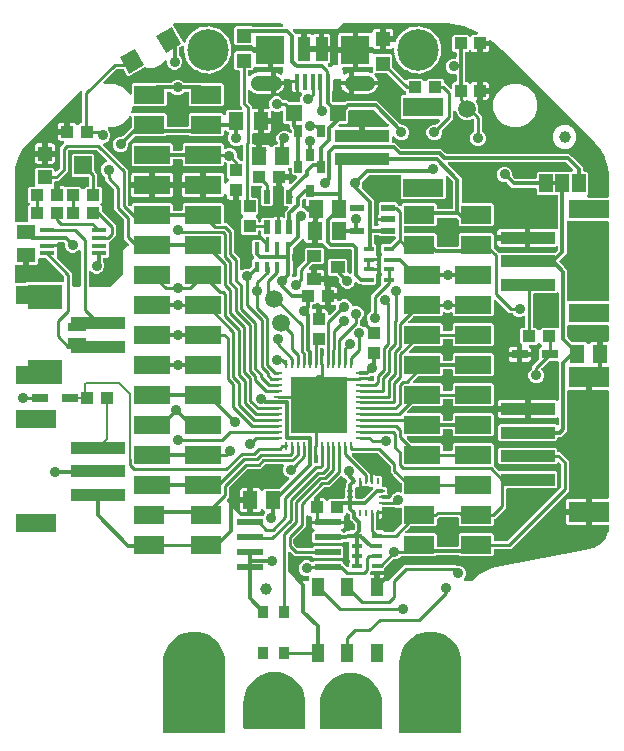
<source format=gbr>
G04 EAGLE Gerber RS-274X export*
G75*
%MOMM*%
%FSLAX34Y34*%
%LPD*%
%INTop Copper*%
%IPPOS*%
%AMOC8*
5,1,8,0,0,1.08239X$1,22.5*%
G01*
%ADD10R,1.075000X1.000000*%
%ADD11R,1.200000X1.500000*%
%ADD12R,1.200000X1.200000*%
%ADD13R,1.000000X1.075000*%
%ADD14C,1.000000*%
%ADD15R,1.000000X1.000000*%
%ADD16C,3.516000*%
%ADD17R,2.413000X2.413000*%
%ADD18C,1.308000*%
%ADD19R,0.400000X1.350000*%
%ADD20R,1.000000X2.000000*%
%ADD21R,1.200000X0.550000*%
%ADD22R,4.600000X1.000000*%
%ADD23R,3.400000X1.600000*%
%ADD24R,0.550000X1.200000*%
%ADD25R,1.240000X1.500000*%
%ADD26R,0.750000X0.250000*%
%ADD27R,0.250000X0.750000*%
%ADD28R,4.700000X4.700000*%
%ADD29C,1.500000*%
%ADD30R,0.850000X1.000000*%
%ADD31R,2.200000X0.600000*%
%ADD32R,2.540000X1.524000*%
%ADD33R,3.048000X1.524000*%
%ADD34R,1.200000X1.000000*%
%ADD35C,4.216000*%
%ADD36R,1.000000X1.500000*%
%ADD37R,1.300000X0.400000*%
%ADD38R,1.500000X1.240000*%
%ADD39R,1.500000X1.600000*%
%ADD40R,1.400000X1.400000*%
%ADD41R,0.635000X1.016000*%
%ADD42R,0.900000X0.450000*%
%ADD43R,3.400000X1.700000*%
%ADD44R,0.250000X0.500000*%
%ADD45R,0.500000X0.250000*%
%ADD46R,0.450000X0.900000*%
%ADD47R,1.168400X1.600200*%
%ADD48R,1.350000X0.800000*%
%ADD49R,1.600000X0.800000*%
%ADD50R,3.000000X2.100000*%
%ADD51C,0.906400*%
%ADD52C,0.254000*%
%ADD53C,0.304800*%
%ADD54C,0.203200*%

G36*
X55558Y-173974D02*
X55558Y-173974D01*
X55677Y-173967D01*
X55715Y-173954D01*
X55756Y-173949D01*
X55866Y-173906D01*
X55979Y-173869D01*
X56014Y-173847D01*
X56051Y-173832D01*
X56147Y-173763D01*
X56248Y-173699D01*
X56276Y-173669D01*
X56309Y-173646D01*
X56385Y-173554D01*
X56466Y-173467D01*
X56486Y-173432D01*
X56511Y-173401D01*
X56562Y-173293D01*
X56620Y-173189D01*
X56630Y-173149D01*
X56647Y-173113D01*
X56669Y-172996D01*
X56699Y-172881D01*
X56703Y-172821D01*
X56707Y-172801D01*
X56705Y-172780D01*
X56709Y-172720D01*
X56709Y-168969D01*
X59544Y-168969D01*
X60191Y-169142D01*
X60770Y-169477D01*
X61243Y-169950D01*
X61578Y-170529D01*
X61751Y-171176D01*
X61751Y-172720D01*
X61766Y-172838D01*
X61773Y-172957D01*
X61786Y-172995D01*
X61791Y-173036D01*
X61834Y-173146D01*
X61871Y-173259D01*
X61893Y-173294D01*
X61908Y-173331D01*
X61977Y-173427D01*
X62041Y-173528D01*
X62071Y-173556D01*
X62094Y-173589D01*
X62186Y-173665D01*
X62273Y-173746D01*
X62308Y-173766D01*
X62339Y-173791D01*
X62447Y-173842D01*
X62551Y-173900D01*
X62591Y-173910D01*
X62627Y-173927D01*
X62744Y-173949D01*
X62859Y-173979D01*
X62919Y-173983D01*
X62939Y-173987D01*
X62960Y-173985D01*
X63020Y-173989D01*
X64008Y-173989D01*
X64126Y-173974D01*
X64245Y-173967D01*
X64283Y-173954D01*
X64324Y-173949D01*
X64434Y-173906D01*
X64547Y-173869D01*
X64582Y-173847D01*
X64619Y-173832D01*
X64715Y-173763D01*
X64816Y-173699D01*
X64844Y-173669D01*
X64877Y-173646D01*
X64953Y-173554D01*
X65034Y-173467D01*
X65054Y-173432D01*
X65079Y-173401D01*
X65130Y-173293D01*
X65188Y-173189D01*
X65198Y-173149D01*
X65215Y-173113D01*
X65237Y-172996D01*
X65267Y-172881D01*
X65271Y-172821D01*
X65275Y-172801D01*
X65273Y-172780D01*
X65277Y-172720D01*
X65277Y-172622D01*
X77372Y-160527D01*
X120748Y-160527D01*
X120924Y-160704D01*
X121003Y-160764D01*
X121075Y-160832D01*
X121128Y-160861D01*
X121176Y-160898D01*
X121267Y-160938D01*
X121353Y-160986D01*
X121412Y-161001D01*
X121467Y-161025D01*
X121565Y-161040D01*
X121661Y-161065D01*
X121761Y-161071D01*
X121782Y-161075D01*
X121794Y-161073D01*
X121822Y-161075D01*
X124496Y-161075D01*
X126909Y-162075D01*
X128755Y-163921D01*
X129755Y-166334D01*
X129755Y-168946D01*
X128755Y-171359D01*
X128291Y-171823D01*
X128206Y-171932D01*
X128118Y-172039D01*
X128109Y-172058D01*
X128096Y-172074D01*
X128041Y-172202D01*
X127982Y-172327D01*
X127978Y-172347D01*
X127970Y-172366D01*
X127948Y-172504D01*
X127922Y-172640D01*
X127923Y-172660D01*
X127920Y-172680D01*
X127933Y-172819D01*
X127942Y-172957D01*
X127948Y-172976D01*
X127950Y-172996D01*
X127997Y-173128D01*
X128040Y-173259D01*
X128051Y-173277D01*
X128058Y-173296D01*
X128136Y-173411D01*
X128210Y-173528D01*
X128225Y-173542D01*
X128236Y-173559D01*
X128340Y-173651D01*
X128442Y-173746D01*
X128460Y-173756D01*
X128475Y-173769D01*
X128599Y-173833D01*
X128720Y-173900D01*
X128740Y-173905D01*
X128758Y-173914D01*
X128894Y-173944D01*
X129028Y-173979D01*
X129056Y-173981D01*
X129068Y-173984D01*
X129089Y-173983D01*
X129189Y-173989D01*
X135031Y-173989D01*
X135105Y-173980D01*
X135179Y-173981D01*
X135262Y-173960D01*
X135346Y-173949D01*
X135416Y-173922D01*
X135488Y-173904D01*
X135563Y-173864D01*
X135642Y-173832D01*
X135702Y-173789D01*
X135768Y-173753D01*
X135893Y-173652D01*
X141449Y-168512D01*
X151460Y-163406D01*
X155423Y-162615D01*
X234464Y-146848D01*
X234550Y-146820D01*
X234638Y-146801D01*
X234660Y-146790D01*
X235990Y-146544D01*
X235995Y-146542D01*
X236008Y-146541D01*
X236039Y-146534D01*
X236059Y-146528D01*
X236127Y-146513D01*
X238893Y-145752D01*
X238970Y-145720D01*
X239050Y-145698D01*
X239181Y-145633D01*
X239187Y-145630D01*
X239189Y-145629D01*
X239194Y-145626D01*
X244147Y-142751D01*
X244255Y-142668D01*
X244367Y-142589D01*
X244389Y-142566D01*
X244399Y-142558D01*
X244412Y-142542D01*
X244479Y-142472D01*
X248175Y-138098D01*
X248250Y-137983D01*
X248328Y-137871D01*
X248341Y-137842D01*
X248348Y-137831D01*
X248355Y-137812D01*
X248394Y-137724D01*
X250403Y-132361D01*
X250422Y-132280D01*
X250450Y-132202D01*
X250474Y-132058D01*
X250476Y-132051D01*
X250476Y-132049D01*
X250477Y-132044D01*
X250766Y-129188D01*
X250765Y-129169D01*
X250772Y-129061D01*
X250772Y-127730D01*
X250757Y-127612D01*
X250750Y-127493D01*
X250737Y-127455D01*
X250732Y-127414D01*
X250689Y-127304D01*
X250652Y-127191D01*
X250630Y-127156D01*
X250615Y-127119D01*
X250545Y-127023D01*
X250482Y-126922D01*
X250452Y-126894D01*
X250428Y-126861D01*
X250337Y-126785D01*
X250250Y-126704D01*
X250215Y-126684D01*
X250184Y-126659D01*
X250076Y-126608D01*
X249972Y-126550D01*
X249932Y-126540D01*
X249896Y-126523D01*
X249779Y-126501D01*
X249664Y-126471D01*
X249603Y-126467D01*
X249583Y-126463D01*
X249563Y-126465D01*
X249503Y-126461D01*
X236614Y-126461D01*
X236614Y-116690D01*
X236599Y-116572D01*
X236592Y-116453D01*
X236579Y-116415D01*
X236574Y-116375D01*
X236530Y-116264D01*
X236494Y-116151D01*
X236472Y-116116D01*
X236457Y-116079D01*
X236387Y-115983D01*
X236324Y-115882D01*
X236294Y-115854D01*
X236270Y-115822D01*
X236179Y-115746D01*
X236092Y-115664D01*
X236057Y-115645D01*
X236025Y-115619D01*
X235918Y-115568D01*
X235814Y-115511D01*
X235774Y-115500D01*
X235738Y-115483D01*
X235621Y-115461D01*
X235506Y-115431D01*
X235445Y-115427D01*
X235425Y-115423D01*
X235405Y-115425D01*
X235345Y-115421D01*
X234074Y-115421D01*
X234074Y-115419D01*
X235345Y-115419D01*
X235463Y-115404D01*
X235582Y-115397D01*
X235620Y-115384D01*
X235660Y-115379D01*
X235771Y-115335D01*
X235884Y-115299D01*
X235919Y-115277D01*
X235956Y-115262D01*
X236052Y-115192D01*
X236153Y-115129D01*
X236181Y-115099D01*
X236213Y-115075D01*
X236289Y-114984D01*
X236371Y-114897D01*
X236390Y-114862D01*
X236416Y-114830D01*
X236467Y-114723D01*
X236524Y-114619D01*
X236535Y-114579D01*
X236552Y-114543D01*
X236574Y-114426D01*
X236604Y-114311D01*
X236608Y-114250D01*
X236612Y-114230D01*
X236610Y-114210D01*
X236614Y-114150D01*
X236614Y-104379D01*
X249503Y-104379D01*
X249621Y-104364D01*
X249740Y-104357D01*
X249778Y-104344D01*
X249818Y-104339D01*
X249929Y-104296D01*
X250042Y-104259D01*
X250077Y-104237D01*
X250114Y-104222D01*
X250210Y-104153D01*
X250311Y-104089D01*
X250339Y-104059D01*
X250372Y-104036D01*
X250447Y-103944D01*
X250529Y-103857D01*
X250549Y-103822D01*
X250574Y-103791D01*
X250625Y-103683D01*
X250683Y-103579D01*
X250693Y-103539D01*
X250710Y-103503D01*
X250732Y-103386D01*
X250762Y-103271D01*
X250766Y-103211D01*
X250770Y-103191D01*
X250768Y-103170D01*
X250772Y-103110D01*
X250772Y-13730D01*
X250757Y-13612D01*
X250750Y-13493D01*
X250737Y-13455D01*
X250732Y-13414D01*
X250689Y-13304D01*
X250652Y-13191D01*
X250630Y-13156D01*
X250615Y-13119D01*
X250545Y-13023D01*
X250482Y-12922D01*
X250452Y-12894D01*
X250428Y-12861D01*
X250337Y-12785D01*
X250250Y-12704D01*
X250215Y-12684D01*
X250184Y-12659D01*
X250076Y-12608D01*
X249972Y-12550D01*
X249932Y-12540D01*
X249896Y-12523D01*
X249779Y-12501D01*
X249664Y-12471D01*
X249603Y-12467D01*
X249583Y-12463D01*
X249563Y-12465D01*
X249503Y-12461D01*
X236614Y-12461D01*
X236614Y-3959D01*
X249503Y-3959D01*
X249621Y-3944D01*
X249740Y-3937D01*
X249778Y-3924D01*
X249818Y-3919D01*
X249929Y-3875D01*
X250042Y-3839D01*
X250077Y-3817D01*
X250114Y-3802D01*
X250210Y-3732D01*
X250311Y-3669D01*
X250339Y-3639D01*
X250372Y-3615D01*
X250447Y-3524D01*
X250529Y-3437D01*
X250549Y-3402D01*
X250574Y-3370D01*
X250625Y-3263D01*
X250683Y-3159D01*
X250693Y-3119D01*
X250710Y-3083D01*
X250732Y-2966D01*
X250762Y-2851D01*
X250766Y-2790D01*
X250770Y-2770D01*
X250768Y-2750D01*
X250772Y-2690D01*
X250772Y-150D01*
X250757Y-32D01*
X250750Y87D01*
X250737Y125D01*
X250732Y166D01*
X250689Y276D01*
X250652Y389D01*
X250630Y424D01*
X250615Y461D01*
X250545Y557D01*
X250482Y658D01*
X250452Y686D01*
X250428Y719D01*
X250337Y794D01*
X250250Y876D01*
X250215Y896D01*
X250184Y921D01*
X250076Y972D01*
X249972Y1030D01*
X249932Y1040D01*
X249896Y1057D01*
X249779Y1079D01*
X249664Y1109D01*
X249603Y1113D01*
X249583Y1117D01*
X249563Y1115D01*
X249503Y1119D01*
X235345Y1119D01*
X235227Y1104D01*
X235108Y1097D01*
X235070Y1084D01*
X235030Y1079D01*
X234919Y1036D01*
X234806Y999D01*
X234771Y977D01*
X234734Y962D01*
X234638Y892D01*
X234537Y829D01*
X234509Y799D01*
X234477Y776D01*
X234401Y684D01*
X234319Y597D01*
X234300Y562D01*
X234274Y531D01*
X234223Y423D01*
X234166Y319D01*
X234155Y279D01*
X234138Y243D01*
X234116Y126D01*
X234086Y11D01*
X234082Y-50D01*
X234078Y-70D01*
X234080Y-90D01*
X234076Y-150D01*
X234076Y-1421D01*
X232805Y-1421D01*
X232687Y-1436D01*
X232568Y-1443D01*
X232530Y-1456D01*
X232490Y-1461D01*
X232379Y-1505D01*
X232266Y-1541D01*
X232231Y-1563D01*
X232194Y-1578D01*
X232098Y-1648D01*
X231997Y-1711D01*
X231969Y-1741D01*
X231936Y-1765D01*
X231861Y-1856D01*
X231779Y-1943D01*
X231759Y-1978D01*
X231734Y-2010D01*
X231683Y-2117D01*
X231625Y-2221D01*
X231615Y-2261D01*
X231598Y-2297D01*
X231576Y-2414D01*
X231546Y-2529D01*
X231542Y-2590D01*
X231538Y-2610D01*
X231540Y-2630D01*
X231536Y-2690D01*
X231536Y-12461D01*
X216916Y-12461D01*
X216798Y-12476D01*
X216679Y-12483D01*
X216641Y-12496D01*
X216600Y-12501D01*
X216490Y-12544D01*
X216377Y-12581D01*
X216342Y-12603D01*
X216305Y-12618D01*
X216209Y-12687D01*
X216108Y-12751D01*
X216080Y-12781D01*
X216047Y-12804D01*
X215971Y-12896D01*
X215890Y-12983D01*
X215870Y-13018D01*
X215845Y-13049D01*
X215794Y-13157D01*
X215736Y-13261D01*
X215726Y-13301D01*
X215709Y-13337D01*
X215687Y-13454D01*
X215657Y-13569D01*
X215653Y-13629D01*
X215649Y-13649D01*
X215651Y-13670D01*
X215647Y-13730D01*
X215647Y-47193D01*
X213192Y-49648D01*
X213191Y-49648D01*
X210863Y-51977D01*
X208377Y-51977D01*
X208259Y-51992D01*
X208140Y-51999D01*
X208102Y-52012D01*
X208061Y-52017D01*
X207951Y-52060D01*
X207838Y-52097D01*
X207803Y-52119D01*
X207766Y-52134D01*
X207670Y-52203D01*
X207569Y-52267D01*
X207541Y-52297D01*
X207508Y-52320D01*
X207432Y-52412D01*
X207351Y-52499D01*
X207331Y-52534D01*
X207306Y-52565D01*
X207255Y-52673D01*
X207197Y-52777D01*
X207187Y-52817D01*
X207170Y-52853D01*
X207148Y-52970D01*
X207118Y-53085D01*
X207114Y-53145D01*
X207110Y-53165D01*
X207112Y-53186D01*
X207108Y-53246D01*
X207108Y-54262D01*
X205917Y-55453D01*
X158233Y-55453D01*
X157042Y-54262D01*
X157042Y-42578D01*
X158233Y-41387D01*
X205917Y-41387D01*
X206367Y-41837D01*
X206476Y-41922D01*
X206583Y-42011D01*
X206602Y-42019D01*
X206618Y-42032D01*
X206746Y-42087D01*
X206871Y-42146D01*
X206891Y-42150D01*
X206910Y-42158D01*
X207048Y-42180D01*
X207184Y-42206D01*
X207204Y-42205D01*
X207224Y-42208D01*
X207363Y-42195D01*
X207501Y-42186D01*
X207520Y-42180D01*
X207540Y-42178D01*
X207671Y-42131D01*
X207803Y-42088D01*
X207821Y-42077D01*
X207840Y-42071D01*
X207954Y-41993D01*
X208072Y-41918D01*
X208086Y-41903D01*
X208103Y-41892D01*
X208195Y-41788D01*
X208290Y-41686D01*
X208300Y-41669D01*
X208313Y-41654D01*
X208376Y-41530D01*
X208444Y-41408D01*
X208449Y-41388D01*
X208458Y-41370D01*
X208488Y-41234D01*
X208523Y-41100D01*
X208525Y-41072D01*
X208528Y-41060D01*
X208527Y-41040D01*
X208533Y-40939D01*
X208533Y-36556D01*
X208517Y-36424D01*
X208506Y-36292D01*
X208497Y-36267D01*
X208493Y-36240D01*
X208445Y-36117D01*
X208401Y-35992D01*
X208386Y-35969D01*
X208376Y-35944D01*
X208299Y-35838D01*
X208225Y-35727D01*
X208205Y-35709D01*
X208190Y-35687D01*
X208087Y-35602D01*
X207989Y-35514D01*
X207965Y-35501D01*
X207945Y-35484D01*
X207825Y-35428D01*
X207708Y-35366D01*
X207681Y-35360D01*
X207657Y-35349D01*
X207527Y-35324D01*
X207398Y-35293D01*
X207371Y-35294D01*
X207345Y-35289D01*
X207213Y-35297D01*
X207080Y-35300D01*
X207054Y-35307D01*
X207027Y-35309D01*
X206901Y-35349D01*
X206774Y-35385D01*
X206739Y-35402D01*
X206725Y-35407D01*
X206706Y-35418D01*
X206629Y-35456D01*
X206056Y-35788D01*
X205409Y-35961D01*
X184574Y-35961D01*
X184574Y-29650D01*
X184559Y-29532D01*
X184552Y-29413D01*
X184539Y-29375D01*
X184534Y-29335D01*
X184491Y-29224D01*
X184454Y-29111D01*
X184432Y-29077D01*
X184417Y-29039D01*
X184348Y-28943D01*
X184284Y-28842D01*
X184254Y-28814D01*
X184231Y-28782D01*
X184139Y-28706D01*
X184052Y-28624D01*
X184017Y-28605D01*
X183986Y-28579D01*
X183878Y-28528D01*
X183774Y-28471D01*
X183734Y-28461D01*
X183698Y-28443D01*
X183591Y-28423D01*
X183621Y-28419D01*
X183731Y-28375D01*
X183844Y-28339D01*
X183879Y-28317D01*
X183916Y-28302D01*
X184012Y-28232D01*
X184113Y-28169D01*
X184141Y-28139D01*
X184174Y-28115D01*
X184250Y-28024D01*
X184331Y-27937D01*
X184351Y-27902D01*
X184376Y-27870D01*
X184427Y-27763D01*
X184485Y-27658D01*
X184495Y-27619D01*
X184512Y-27583D01*
X184534Y-27466D01*
X184564Y-27350D01*
X184568Y-27290D01*
X184572Y-27270D01*
X184570Y-27250D01*
X184574Y-27190D01*
X184574Y-20879D01*
X205409Y-20879D01*
X206056Y-21052D01*
X206629Y-21384D01*
X206752Y-21435D01*
X206871Y-21491D01*
X206898Y-21496D01*
X206923Y-21507D01*
X207054Y-21526D01*
X207184Y-21551D01*
X207210Y-21549D01*
X207237Y-21553D01*
X207369Y-21540D01*
X207501Y-21531D01*
X207527Y-21523D01*
X207553Y-21520D01*
X207678Y-21474D01*
X207803Y-21433D01*
X207826Y-21419D01*
X207852Y-21410D01*
X207960Y-21334D01*
X208072Y-21263D01*
X208091Y-21243D01*
X208113Y-21228D01*
X208199Y-21128D01*
X208290Y-21032D01*
X208303Y-21008D01*
X208321Y-20988D01*
X208380Y-20869D01*
X208444Y-20753D01*
X208450Y-20727D01*
X208462Y-20703D01*
X208490Y-20573D01*
X208523Y-20445D01*
X208525Y-20407D01*
X208529Y-20392D01*
X208528Y-20370D01*
X208533Y-20284D01*
X208533Y10478D01*
X208518Y10596D01*
X208511Y10715D01*
X208498Y10753D01*
X208493Y10794D01*
X208450Y10904D01*
X208413Y11017D01*
X208391Y11052D01*
X208376Y11089D01*
X208307Y11185D01*
X208243Y11286D01*
X208213Y11314D01*
X208190Y11347D01*
X208098Y11423D01*
X208011Y11504D01*
X207976Y11524D01*
X207945Y11549D01*
X207837Y11600D01*
X207733Y11658D01*
X207693Y11668D01*
X207657Y11685D01*
X207540Y11707D01*
X207425Y11737D01*
X207365Y11741D01*
X207345Y11745D01*
X207324Y11743D01*
X207264Y11747D01*
X199824Y11747D01*
X199726Y11735D01*
X199627Y11732D01*
X199568Y11715D01*
X199508Y11707D01*
X199416Y11671D01*
X199321Y11643D01*
X199269Y11613D01*
X199213Y11590D01*
X199133Y11532D01*
X199047Y11482D01*
X198972Y11416D01*
X198955Y11404D01*
X198947Y11394D01*
X198926Y11376D01*
X193930Y6379D01*
X193857Y6285D01*
X193778Y6196D01*
X193760Y6160D01*
X193735Y6128D01*
X193688Y6018D01*
X193633Y5913D01*
X193625Y5873D01*
X193609Y5836D01*
X193590Y5718D01*
X193564Y5602D01*
X193565Y5562D01*
X193559Y5522D01*
X193570Y5403D01*
X193573Y5284D01*
X193585Y5245D01*
X193589Y5205D01*
X193629Y5093D01*
X193662Y4979D01*
X193682Y4944D01*
X193696Y4906D01*
X193763Y4807D01*
X193823Y4705D01*
X193863Y4660D01*
X193875Y4643D01*
X193890Y4629D01*
X193930Y4584D01*
X194795Y3719D01*
X195795Y1306D01*
X195795Y-1306D01*
X194795Y-3719D01*
X192949Y-5565D01*
X190536Y-6565D01*
X187924Y-6565D01*
X185511Y-5565D01*
X183665Y-3719D01*
X182665Y-1306D01*
X182665Y1306D01*
X183665Y3719D01*
X185556Y5609D01*
X185616Y5688D01*
X185684Y5760D01*
X185713Y5813D01*
X185750Y5861D01*
X185790Y5952D01*
X185838Y6038D01*
X185853Y6097D01*
X185877Y6153D01*
X185892Y6251D01*
X185917Y6346D01*
X185923Y6446D01*
X185927Y6467D01*
X185925Y6479D01*
X185927Y6507D01*
X185927Y7718D01*
X191506Y13296D01*
X191566Y13375D01*
X191634Y13447D01*
X191663Y13500D01*
X191700Y13548D01*
X191740Y13639D01*
X191788Y13725D01*
X191803Y13784D01*
X191827Y13839D01*
X191842Y13937D01*
X191867Y14033D01*
X191873Y14133D01*
X191877Y14153D01*
X191875Y14166D01*
X191877Y14194D01*
X191877Y22622D01*
X193068Y23813D01*
X193163Y23813D01*
X193301Y23830D01*
X193440Y23843D01*
X193459Y23850D01*
X193479Y23853D01*
X193608Y23904D01*
X193739Y23951D01*
X193756Y23962D01*
X193775Y23970D01*
X193887Y24051D01*
X194002Y24129D01*
X194015Y24145D01*
X194032Y24156D01*
X194121Y24264D01*
X194213Y24368D01*
X194222Y24386D01*
X194235Y24401D01*
X194294Y24527D01*
X194357Y24651D01*
X194362Y24671D01*
X194370Y24689D01*
X194396Y24826D01*
X194427Y24961D01*
X194426Y24982D01*
X194430Y25001D01*
X194421Y25140D01*
X194417Y25279D01*
X194412Y25299D01*
X194410Y25319D01*
X194368Y25451D01*
X194329Y25585D01*
X194318Y25602D01*
X194312Y25621D01*
X194238Y25739D01*
X194167Y25859D01*
X194149Y25880D01*
X194142Y25890D01*
X194127Y25904D01*
X194061Y25979D01*
X192667Y27373D01*
X192573Y27446D01*
X192484Y27525D01*
X192448Y27543D01*
X192416Y27568D01*
X192307Y27615D01*
X192201Y27669D01*
X192161Y27678D01*
X192124Y27694D01*
X192007Y27713D01*
X191891Y27739D01*
X191850Y27738D01*
X191810Y27744D01*
X191692Y27733D01*
X191573Y27729D01*
X191534Y27718D01*
X191494Y27714D01*
X191382Y27674D01*
X191267Y27641D01*
X191233Y27620D01*
X191194Y27607D01*
X191096Y27539D01*
X190993Y27479D01*
X190948Y27439D01*
X190931Y27428D01*
X190918Y27413D01*
X190872Y27373D01*
X189487Y25987D01*
X184460Y25987D01*
X184322Y25970D01*
X184184Y25957D01*
X184165Y25950D01*
X184145Y25947D01*
X184015Y25896D01*
X183884Y25849D01*
X183868Y25838D01*
X183849Y25830D01*
X183736Y25749D01*
X183621Y25671D01*
X183608Y25655D01*
X183592Y25644D01*
X183503Y25536D01*
X183411Y25432D01*
X183402Y25414D01*
X183389Y25399D01*
X183330Y25273D01*
X183266Y25149D01*
X183262Y25129D01*
X183253Y25111D01*
X183227Y24975D01*
X183197Y24839D01*
X183197Y24818D01*
X183193Y24799D01*
X183202Y24660D01*
X183206Y24521D01*
X183212Y24501D01*
X183213Y24481D01*
X183256Y24349D01*
X183295Y24215D01*
X183305Y24198D01*
X183311Y24179D01*
X183385Y24061D01*
X183456Y23941D01*
X183475Y23920D01*
X183481Y23910D01*
X183496Y23896D01*
X183563Y23820D01*
X184043Y23340D01*
X184378Y22761D01*
X184551Y22114D01*
X184551Y19779D01*
X177259Y19779D01*
X177259Y25255D01*
X177247Y25353D01*
X177244Y25452D01*
X177227Y25511D01*
X177219Y25571D01*
X177183Y25663D01*
X177155Y25758D01*
X177125Y25810D01*
X177102Y25866D01*
X177044Y25947D01*
X176994Y26032D01*
X176928Y26107D01*
X176916Y26124D01*
X176906Y26132D01*
X176888Y26153D01*
X175862Y27178D01*
X175862Y38862D01*
X177053Y40053D01*
X178698Y40053D01*
X178816Y40068D01*
X178935Y40075D01*
X178973Y40088D01*
X179014Y40093D01*
X179124Y40136D01*
X179237Y40173D01*
X179272Y40195D01*
X179309Y40210D01*
X179405Y40279D01*
X179506Y40343D01*
X179534Y40373D01*
X179567Y40396D01*
X179643Y40488D01*
X179724Y40575D01*
X179744Y40610D01*
X179769Y40641D01*
X179820Y40749D01*
X179878Y40853D01*
X179888Y40893D01*
X179905Y40929D01*
X179927Y41046D01*
X179957Y41161D01*
X179961Y41221D01*
X179965Y41241D01*
X179963Y41262D01*
X179967Y41322D01*
X179967Y48825D01*
X179961Y48874D01*
X179963Y48924D01*
X179941Y49031D01*
X179927Y49140D01*
X179909Y49186D01*
X179899Y49235D01*
X179851Y49334D01*
X179810Y49436D01*
X179781Y49476D01*
X179759Y49521D01*
X179688Y49604D01*
X179624Y49693D01*
X179585Y49725D01*
X179553Y49763D01*
X179463Y49826D01*
X179379Y49896D01*
X179334Y49917D01*
X179293Y49946D01*
X179190Y49985D01*
X179091Y50032D01*
X179042Y50041D01*
X178996Y50059D01*
X178886Y50071D01*
X178779Y50091D01*
X178729Y50088D01*
X178680Y50094D01*
X178571Y50078D01*
X178461Y50072D01*
X178414Y50056D01*
X178365Y50049D01*
X178212Y49997D01*
X176566Y49315D01*
X173954Y49315D01*
X171541Y50315D01*
X169651Y52206D01*
X169572Y52266D01*
X169500Y52334D01*
X169447Y52363D01*
X169399Y52400D01*
X169308Y52440D01*
X169222Y52488D01*
X169163Y52503D01*
X169107Y52527D01*
X169009Y52542D01*
X168914Y52567D01*
X168814Y52573D01*
X168793Y52577D01*
X168781Y52575D01*
X168753Y52577D01*
X166272Y52577D01*
X163966Y54884D01*
X155329Y63520D01*
X155220Y63605D01*
X155113Y63694D01*
X155094Y63702D01*
X155078Y63715D01*
X154950Y63770D01*
X154825Y63829D01*
X154805Y63833D01*
X154786Y63841D01*
X154648Y63863D01*
X154512Y63889D01*
X154492Y63888D01*
X154472Y63891D01*
X154333Y63878D01*
X154195Y63869D01*
X154176Y63863D01*
X154156Y63861D01*
X154024Y63814D01*
X153893Y63771D01*
X153875Y63760D01*
X153856Y63753D01*
X153741Y63675D01*
X153624Y63601D01*
X153610Y63586D01*
X153593Y63575D01*
X153501Y63471D01*
X153406Y63369D01*
X153396Y63352D01*
X153383Y63336D01*
X153319Y63212D01*
X153252Y63091D01*
X153247Y63071D01*
X153238Y63053D01*
X153208Y62917D01*
X153173Y62783D01*
X153171Y62755D01*
X153168Y62743D01*
X153169Y62722D01*
X153163Y62622D01*
X153163Y51228D01*
X151972Y50037D01*
X119808Y50037D01*
X118617Y51228D01*
X118617Y52473D01*
X118611Y52522D01*
X118613Y52572D01*
X118591Y52679D01*
X118577Y52789D01*
X118559Y52835D01*
X118549Y52884D01*
X118501Y52982D01*
X118460Y53084D01*
X118431Y53125D01*
X118409Y53169D01*
X118338Y53253D01*
X118274Y53342D01*
X118235Y53373D01*
X118203Y53411D01*
X118113Y53474D01*
X118029Y53544D01*
X117984Y53566D01*
X117943Y53594D01*
X117840Y53633D01*
X117741Y53680D01*
X117692Y53689D01*
X117646Y53707D01*
X117536Y53719D01*
X117429Y53740D01*
X117379Y53737D01*
X117330Y53742D01*
X117221Y53727D01*
X117111Y53720D01*
X117064Y53705D01*
X117015Y53698D01*
X116862Y53646D01*
X115606Y53125D01*
X112994Y53125D01*
X111738Y53646D01*
X111690Y53659D01*
X111645Y53680D01*
X111537Y53701D01*
X111431Y53730D01*
X111381Y53730D01*
X111332Y53740D01*
X111223Y53733D01*
X111113Y53735D01*
X111065Y53723D01*
X111015Y53720D01*
X110911Y53686D01*
X110804Y53661D01*
X110760Y53637D01*
X110713Y53622D01*
X110620Y53563D01*
X110523Y53512D01*
X110486Y53478D01*
X110444Y53452D01*
X110369Y53372D01*
X110287Y53298D01*
X110260Y53256D01*
X110226Y53220D01*
X110173Y53124D01*
X110113Y53032D01*
X110096Y52985D01*
X110072Y52942D01*
X110045Y52836D01*
X110009Y52731D01*
X110005Y52682D01*
X109993Y52634D01*
X109983Y52473D01*
X109983Y51228D01*
X108792Y50037D01*
X85714Y50037D01*
X85616Y50025D01*
X85517Y50022D01*
X85458Y50005D01*
X85398Y49997D01*
X85306Y49961D01*
X85211Y49933D01*
X85159Y49903D01*
X85103Y49880D01*
X85023Y49822D01*
X84937Y49772D01*
X84862Y49706D01*
X84845Y49694D01*
X84837Y49684D01*
X84816Y49666D01*
X81260Y46109D01*
X81175Y46000D01*
X81086Y45893D01*
X81078Y45874D01*
X81065Y45858D01*
X81010Y45730D01*
X80951Y45605D01*
X80947Y45585D01*
X80939Y45566D01*
X80917Y45428D01*
X80891Y45292D01*
X80892Y45272D01*
X80889Y45252D01*
X80902Y45113D01*
X80911Y44975D01*
X80917Y44956D01*
X80919Y44936D01*
X80966Y44804D01*
X81009Y44673D01*
X81020Y44655D01*
X81027Y44636D01*
X81105Y44521D01*
X81179Y44404D01*
X81194Y44390D01*
X81205Y44373D01*
X81309Y44281D01*
X81411Y44186D01*
X81428Y44176D01*
X81444Y44163D01*
X81568Y44099D01*
X81689Y44032D01*
X81709Y44027D01*
X81727Y44018D01*
X81863Y43988D01*
X81997Y43953D01*
X82025Y43951D01*
X82037Y43948D01*
X82058Y43949D01*
X82158Y43943D01*
X108792Y43943D01*
X109983Y42752D01*
X109983Y38862D01*
X109998Y38744D01*
X110005Y38625D01*
X110018Y38587D01*
X110023Y38546D01*
X110066Y38436D01*
X110103Y38323D01*
X110125Y38288D01*
X110140Y38251D01*
X110209Y38155D01*
X110273Y38054D01*
X110303Y38026D01*
X110326Y37993D01*
X110418Y37917D01*
X110505Y37836D01*
X110540Y37816D01*
X110571Y37791D01*
X110679Y37740D01*
X110783Y37682D01*
X110823Y37672D01*
X110859Y37655D01*
X110976Y37633D01*
X111091Y37603D01*
X111151Y37599D01*
X111171Y37595D01*
X111192Y37597D01*
X111252Y37593D01*
X117348Y37593D01*
X117466Y37608D01*
X117585Y37615D01*
X117623Y37628D01*
X117664Y37633D01*
X117774Y37676D01*
X117887Y37713D01*
X117922Y37735D01*
X117959Y37750D01*
X118055Y37819D01*
X118156Y37883D01*
X118184Y37913D01*
X118217Y37936D01*
X118293Y38028D01*
X118374Y38115D01*
X118394Y38150D01*
X118419Y38181D01*
X118470Y38289D01*
X118528Y38393D01*
X118538Y38433D01*
X118555Y38469D01*
X118577Y38586D01*
X118607Y38701D01*
X118611Y38761D01*
X118615Y38781D01*
X118613Y38802D01*
X118617Y38862D01*
X118617Y42752D01*
X119808Y43943D01*
X151972Y43943D01*
X153163Y42752D01*
X153163Y25828D01*
X151972Y24637D01*
X119808Y24637D01*
X118617Y25828D01*
X118617Y29718D01*
X118602Y29836D01*
X118595Y29955D01*
X118582Y29993D01*
X118577Y30034D01*
X118534Y30144D01*
X118497Y30257D01*
X118475Y30292D01*
X118460Y30329D01*
X118391Y30425D01*
X118327Y30526D01*
X118297Y30554D01*
X118274Y30587D01*
X118182Y30663D01*
X118095Y30744D01*
X118060Y30764D01*
X118029Y30789D01*
X117921Y30840D01*
X117817Y30898D01*
X117777Y30908D01*
X117741Y30925D01*
X117624Y30947D01*
X117509Y30977D01*
X117449Y30981D01*
X117429Y30985D01*
X117408Y30983D01*
X117348Y30987D01*
X111252Y30987D01*
X111134Y30972D01*
X111015Y30965D01*
X110977Y30952D01*
X110936Y30947D01*
X110826Y30904D01*
X110713Y30867D01*
X110678Y30845D01*
X110641Y30830D01*
X110545Y30761D01*
X110444Y30697D01*
X110416Y30667D01*
X110383Y30644D01*
X110307Y30552D01*
X110226Y30465D01*
X110206Y30430D01*
X110181Y30399D01*
X110130Y30291D01*
X110072Y30187D01*
X110062Y30147D01*
X110045Y30111D01*
X110023Y29994D01*
X109993Y29879D01*
X109989Y29819D01*
X109985Y29799D01*
X109987Y29778D01*
X109983Y29718D01*
X109983Y25828D01*
X108792Y24637D01*
X86124Y24637D01*
X86026Y24625D01*
X85927Y24622D01*
X85869Y24605D01*
X85808Y24597D01*
X85716Y24561D01*
X85621Y24533D01*
X85569Y24503D01*
X85513Y24480D01*
X85433Y24422D01*
X85347Y24372D01*
X85272Y24306D01*
X85255Y24294D01*
X85248Y24284D01*
X85227Y24266D01*
X81670Y20709D01*
X81585Y20600D01*
X81497Y20493D01*
X81488Y20474D01*
X81476Y20458D01*
X81420Y20330D01*
X81361Y20205D01*
X81357Y20185D01*
X81349Y20166D01*
X81327Y20028D01*
X81301Y19892D01*
X81303Y19872D01*
X81299Y19852D01*
X81312Y19713D01*
X81321Y19575D01*
X81327Y19556D01*
X81329Y19536D01*
X81376Y19404D01*
X81419Y19273D01*
X81430Y19255D01*
X81437Y19236D01*
X81515Y19121D01*
X81589Y19004D01*
X81604Y18990D01*
X81615Y18973D01*
X81719Y18881D01*
X81821Y18786D01*
X81839Y18776D01*
X81854Y18763D01*
X81978Y18699D01*
X82099Y18632D01*
X82119Y18627D01*
X82137Y18618D01*
X82273Y18588D01*
X82407Y18553D01*
X82435Y18551D01*
X82447Y18548D01*
X82468Y18549D01*
X82568Y18543D01*
X108792Y18543D01*
X109983Y17352D01*
X109983Y13716D01*
X109998Y13598D01*
X110005Y13479D01*
X110018Y13441D01*
X110023Y13400D01*
X110066Y13290D01*
X110103Y13177D01*
X110125Y13142D01*
X110140Y13105D01*
X110209Y13009D01*
X110273Y12908D01*
X110303Y12880D01*
X110326Y12847D01*
X110418Y12771D01*
X110505Y12690D01*
X110540Y12670D01*
X110571Y12645D01*
X110679Y12594D01*
X110783Y12536D01*
X110823Y12526D01*
X110859Y12509D01*
X110976Y12487D01*
X111091Y12457D01*
X111151Y12453D01*
X111171Y12449D01*
X111192Y12451D01*
X111252Y12447D01*
X117348Y12447D01*
X117466Y12462D01*
X117585Y12469D01*
X117623Y12482D01*
X117664Y12487D01*
X117774Y12530D01*
X117887Y12567D01*
X117922Y12589D01*
X117959Y12604D01*
X118055Y12673D01*
X118156Y12737D01*
X118184Y12767D01*
X118217Y12790D01*
X118293Y12882D01*
X118374Y12969D01*
X118394Y13004D01*
X118419Y13035D01*
X118470Y13143D01*
X118528Y13247D01*
X118538Y13287D01*
X118555Y13323D01*
X118577Y13440D01*
X118607Y13555D01*
X118611Y13615D01*
X118615Y13635D01*
X118613Y13656D01*
X118617Y13716D01*
X118617Y17352D01*
X119808Y18543D01*
X151972Y18543D01*
X153163Y17352D01*
X153163Y428D01*
X151972Y-763D01*
X119808Y-763D01*
X118617Y428D01*
X118617Y4064D01*
X118602Y4182D01*
X118595Y4301D01*
X118582Y4339D01*
X118577Y4380D01*
X118534Y4490D01*
X118497Y4603D01*
X118475Y4638D01*
X118460Y4675D01*
X118391Y4771D01*
X118327Y4872D01*
X118297Y4900D01*
X118274Y4933D01*
X118182Y5009D01*
X118095Y5090D01*
X118060Y5110D01*
X118029Y5135D01*
X117921Y5186D01*
X117817Y5244D01*
X117777Y5254D01*
X117741Y5271D01*
X117624Y5293D01*
X117509Y5323D01*
X117449Y5327D01*
X117429Y5331D01*
X117408Y5329D01*
X117348Y5333D01*
X111252Y5333D01*
X111134Y5318D01*
X111015Y5311D01*
X110977Y5298D01*
X110936Y5293D01*
X110826Y5250D01*
X110713Y5213D01*
X110678Y5191D01*
X110641Y5176D01*
X110545Y5107D01*
X110444Y5043D01*
X110416Y5013D01*
X110383Y4990D01*
X110307Y4898D01*
X110226Y4811D01*
X110206Y4776D01*
X110181Y4745D01*
X110130Y4637D01*
X110072Y4533D01*
X110062Y4493D01*
X110045Y4457D01*
X110023Y4340D01*
X109993Y4225D01*
X109989Y4165D01*
X109985Y4145D01*
X109987Y4124D01*
X109983Y4064D01*
X109983Y428D01*
X108792Y-763D01*
X89524Y-763D01*
X89426Y-775D01*
X89327Y-778D01*
X89268Y-795D01*
X89208Y-803D01*
X89116Y-839D01*
X89021Y-867D01*
X88969Y-897D01*
X88913Y-920D01*
X88833Y-978D01*
X88747Y-1028D01*
X88672Y-1094D01*
X88655Y-1106D01*
X88647Y-1116D01*
X88626Y-1134D01*
X85070Y-4691D01*
X84985Y-4800D01*
X84896Y-4907D01*
X84888Y-4926D01*
X84875Y-4942D01*
X84820Y-5070D01*
X84761Y-5195D01*
X84757Y-5215D01*
X84749Y-5234D01*
X84727Y-5372D01*
X84701Y-5508D01*
X84702Y-5528D01*
X84699Y-5548D01*
X84712Y-5687D01*
X84721Y-5825D01*
X84727Y-5844D01*
X84729Y-5864D01*
X84776Y-5996D01*
X84819Y-6127D01*
X84830Y-6145D01*
X84837Y-6164D01*
X84915Y-6279D01*
X84989Y-6396D01*
X85004Y-6410D01*
X85015Y-6427D01*
X85119Y-6519D01*
X85221Y-6614D01*
X85238Y-6624D01*
X85254Y-6637D01*
X85378Y-6701D01*
X85499Y-6768D01*
X85519Y-6773D01*
X85537Y-6782D01*
X85673Y-6812D01*
X85807Y-6847D01*
X85835Y-6849D01*
X85847Y-6852D01*
X85868Y-6851D01*
X85968Y-6857D01*
X108792Y-6857D01*
X109983Y-8048D01*
X109983Y-11938D01*
X109998Y-12056D01*
X110005Y-12175D01*
X110018Y-12213D01*
X110023Y-12254D01*
X110066Y-12364D01*
X110103Y-12477D01*
X110125Y-12512D01*
X110140Y-12549D01*
X110209Y-12645D01*
X110273Y-12746D01*
X110303Y-12774D01*
X110326Y-12807D01*
X110418Y-12883D01*
X110505Y-12964D01*
X110540Y-12984D01*
X110571Y-13009D01*
X110679Y-13060D01*
X110783Y-13118D01*
X110823Y-13128D01*
X110859Y-13145D01*
X110976Y-13167D01*
X111091Y-13197D01*
X111151Y-13201D01*
X111171Y-13205D01*
X111192Y-13203D01*
X111252Y-13207D01*
X117348Y-13207D01*
X117466Y-13192D01*
X117585Y-13185D01*
X117623Y-13172D01*
X117664Y-13167D01*
X117774Y-13124D01*
X117887Y-13087D01*
X117922Y-13065D01*
X117959Y-13050D01*
X118055Y-12981D01*
X118156Y-12917D01*
X118184Y-12887D01*
X118217Y-12864D01*
X118293Y-12772D01*
X118374Y-12685D01*
X118394Y-12650D01*
X118419Y-12619D01*
X118470Y-12511D01*
X118528Y-12407D01*
X118538Y-12367D01*
X118555Y-12331D01*
X118577Y-12214D01*
X118607Y-12099D01*
X118611Y-12039D01*
X118615Y-12019D01*
X118613Y-11998D01*
X118617Y-11938D01*
X118617Y-8048D01*
X119808Y-6857D01*
X151972Y-6857D01*
X153163Y-8048D01*
X153163Y-24972D01*
X151972Y-26163D01*
X119808Y-26163D01*
X118617Y-24972D01*
X118617Y-21082D01*
X118602Y-20964D01*
X118595Y-20845D01*
X118582Y-20807D01*
X118577Y-20766D01*
X118534Y-20656D01*
X118497Y-20543D01*
X118475Y-20508D01*
X118460Y-20471D01*
X118391Y-20375D01*
X118327Y-20274D01*
X118297Y-20246D01*
X118274Y-20213D01*
X118182Y-20137D01*
X118095Y-20056D01*
X118060Y-20036D01*
X118029Y-20011D01*
X117921Y-19960D01*
X117817Y-19902D01*
X117777Y-19892D01*
X117741Y-19875D01*
X117624Y-19853D01*
X117509Y-19823D01*
X117449Y-19819D01*
X117429Y-19815D01*
X117408Y-19817D01*
X117348Y-19813D01*
X111252Y-19813D01*
X111134Y-19828D01*
X111015Y-19835D01*
X110977Y-19848D01*
X110936Y-19853D01*
X110826Y-19896D01*
X110713Y-19933D01*
X110678Y-19955D01*
X110641Y-19970D01*
X110545Y-20039D01*
X110444Y-20103D01*
X110416Y-20133D01*
X110383Y-20156D01*
X110307Y-20248D01*
X110226Y-20335D01*
X110206Y-20370D01*
X110181Y-20401D01*
X110130Y-20509D01*
X110072Y-20613D01*
X110062Y-20653D01*
X110045Y-20689D01*
X110023Y-20806D01*
X109993Y-20921D01*
X109989Y-20981D01*
X109985Y-21001D01*
X109987Y-21022D01*
X109983Y-21082D01*
X109983Y-24972D01*
X108792Y-26163D01*
X84718Y-26163D01*
X84619Y-26175D01*
X84520Y-26178D01*
X84462Y-26195D01*
X84402Y-26203D01*
X84310Y-26239D01*
X84215Y-26267D01*
X84163Y-26297D01*
X84106Y-26320D01*
X84026Y-26378D01*
X83941Y-26428D01*
X83866Y-26494D01*
X83849Y-26506D01*
X83841Y-26516D01*
X83820Y-26534D01*
X80264Y-30091D01*
X80179Y-30200D01*
X80090Y-30307D01*
X80082Y-30326D01*
X80069Y-30342D01*
X80014Y-30470D01*
X79955Y-30595D01*
X79951Y-30615D01*
X79943Y-30634D01*
X79921Y-30772D01*
X79895Y-30908D01*
X79896Y-30928D01*
X79893Y-30948D01*
X79906Y-31087D01*
X79915Y-31225D01*
X79921Y-31244D01*
X79923Y-31264D01*
X79970Y-31396D01*
X80013Y-31527D01*
X80023Y-31545D01*
X80030Y-31564D01*
X80108Y-31679D01*
X80183Y-31796D01*
X80198Y-31810D01*
X80209Y-31827D01*
X80313Y-31919D01*
X80414Y-32014D01*
X80432Y-32024D01*
X80447Y-32037D01*
X80571Y-32101D01*
X80693Y-32168D01*
X80712Y-32173D01*
X80731Y-32182D01*
X80866Y-32212D01*
X81001Y-32247D01*
X81029Y-32249D01*
X81041Y-32252D01*
X81061Y-32251D01*
X81162Y-32257D01*
X108792Y-32257D01*
X109983Y-33448D01*
X109983Y-37084D01*
X109998Y-37202D01*
X110005Y-37321D01*
X110018Y-37359D01*
X110023Y-37400D01*
X110066Y-37510D01*
X110103Y-37623D01*
X110125Y-37658D01*
X110140Y-37695D01*
X110209Y-37791D01*
X110273Y-37892D01*
X110303Y-37920D01*
X110326Y-37953D01*
X110418Y-38029D01*
X110505Y-38110D01*
X110540Y-38130D01*
X110571Y-38155D01*
X110679Y-38206D01*
X110783Y-38264D01*
X110823Y-38274D01*
X110859Y-38291D01*
X110976Y-38313D01*
X111091Y-38343D01*
X111151Y-38347D01*
X111171Y-38351D01*
X111192Y-38349D01*
X111252Y-38353D01*
X117348Y-38353D01*
X117466Y-38338D01*
X117585Y-38331D01*
X117623Y-38318D01*
X117664Y-38313D01*
X117774Y-38270D01*
X117887Y-38233D01*
X117922Y-38211D01*
X117959Y-38196D01*
X118055Y-38127D01*
X118156Y-38063D01*
X118184Y-38033D01*
X118217Y-38010D01*
X118293Y-37918D01*
X118374Y-37831D01*
X118394Y-37796D01*
X118419Y-37765D01*
X118470Y-37657D01*
X118528Y-37553D01*
X118538Y-37513D01*
X118555Y-37477D01*
X118577Y-37360D01*
X118607Y-37245D01*
X118611Y-37185D01*
X118615Y-37165D01*
X118613Y-37144D01*
X118617Y-37084D01*
X118617Y-33448D01*
X119808Y-32257D01*
X151972Y-32257D01*
X153163Y-33448D01*
X153163Y-50372D01*
X151972Y-51563D01*
X119808Y-51563D01*
X118617Y-50372D01*
X118617Y-46736D01*
X118602Y-46618D01*
X118595Y-46499D01*
X118582Y-46461D01*
X118577Y-46420D01*
X118534Y-46310D01*
X118497Y-46197D01*
X118475Y-46162D01*
X118460Y-46125D01*
X118391Y-46029D01*
X118327Y-45928D01*
X118297Y-45900D01*
X118274Y-45867D01*
X118182Y-45791D01*
X118095Y-45710D01*
X118060Y-45690D01*
X118029Y-45665D01*
X117921Y-45614D01*
X117817Y-45556D01*
X117777Y-45546D01*
X117741Y-45529D01*
X117624Y-45507D01*
X117509Y-45477D01*
X117449Y-45473D01*
X117429Y-45469D01*
X117408Y-45471D01*
X117348Y-45467D01*
X111252Y-45467D01*
X111134Y-45482D01*
X111015Y-45489D01*
X110977Y-45502D01*
X110936Y-45507D01*
X110826Y-45550D01*
X110713Y-45587D01*
X110678Y-45609D01*
X110641Y-45624D01*
X110545Y-45693D01*
X110444Y-45757D01*
X110416Y-45787D01*
X110383Y-45810D01*
X110307Y-45902D01*
X110226Y-45989D01*
X110206Y-46024D01*
X110181Y-46055D01*
X110130Y-46163D01*
X110072Y-46267D01*
X110062Y-46307D01*
X110045Y-46343D01*
X110023Y-46460D01*
X109993Y-46575D01*
X109989Y-46635D01*
X109985Y-46655D01*
X109987Y-46676D01*
X109983Y-46736D01*
X109983Y-50372D01*
X108792Y-51563D01*
X80888Y-51563D01*
X80750Y-51580D01*
X80611Y-51593D01*
X80592Y-51600D01*
X80572Y-51603D01*
X80443Y-51654D01*
X80312Y-51701D01*
X80295Y-51712D01*
X80277Y-51720D01*
X80164Y-51801D01*
X80049Y-51879D01*
X80036Y-51895D01*
X80019Y-51906D01*
X79930Y-52014D01*
X79838Y-52118D01*
X79829Y-52136D01*
X79816Y-52151D01*
X79757Y-52277D01*
X79694Y-52401D01*
X79689Y-52421D01*
X79681Y-52439D01*
X79655Y-52575D01*
X79624Y-52711D01*
X79625Y-52732D01*
X79621Y-52751D01*
X79630Y-52890D01*
X79634Y-53029D01*
X79640Y-53049D01*
X79641Y-53069D01*
X79684Y-53201D01*
X79722Y-53335D01*
X79733Y-53352D01*
X79739Y-53371D01*
X79813Y-53489D01*
X79884Y-53609D01*
X79902Y-53630D01*
X79909Y-53640D01*
X79924Y-53654D01*
X79990Y-53729D01*
X83546Y-57286D01*
X83625Y-57346D01*
X83697Y-57414D01*
X83750Y-57443D01*
X83798Y-57480D01*
X83889Y-57520D01*
X83975Y-57568D01*
X84034Y-57583D01*
X84089Y-57607D01*
X84187Y-57622D01*
X84283Y-57647D01*
X84383Y-57653D01*
X84404Y-57657D01*
X84416Y-57655D01*
X84444Y-57657D01*
X108792Y-57657D01*
X109983Y-58848D01*
X109983Y-62738D01*
X109998Y-62856D01*
X110005Y-62975D01*
X110018Y-63013D01*
X110023Y-63054D01*
X110066Y-63164D01*
X110103Y-63277D01*
X110125Y-63312D01*
X110140Y-63349D01*
X110209Y-63445D01*
X110273Y-63546D01*
X110303Y-63574D01*
X110326Y-63607D01*
X110418Y-63683D01*
X110505Y-63764D01*
X110540Y-63784D01*
X110571Y-63809D01*
X110679Y-63860D01*
X110783Y-63918D01*
X110823Y-63928D01*
X110859Y-63945D01*
X110976Y-63967D01*
X111091Y-63997D01*
X111151Y-64001D01*
X111171Y-64005D01*
X111192Y-64003D01*
X111252Y-64007D01*
X117348Y-64007D01*
X117466Y-63992D01*
X117585Y-63985D01*
X117623Y-63972D01*
X117664Y-63967D01*
X117774Y-63924D01*
X117887Y-63887D01*
X117922Y-63865D01*
X117959Y-63850D01*
X118055Y-63781D01*
X118156Y-63717D01*
X118184Y-63687D01*
X118217Y-63664D01*
X118293Y-63572D01*
X118374Y-63485D01*
X118394Y-63450D01*
X118419Y-63419D01*
X118470Y-63311D01*
X118528Y-63207D01*
X118538Y-63167D01*
X118555Y-63131D01*
X118577Y-63014D01*
X118607Y-62899D01*
X118611Y-62839D01*
X118615Y-62819D01*
X118613Y-62798D01*
X118617Y-62738D01*
X118617Y-58848D01*
X119808Y-57657D01*
X151972Y-57657D01*
X153163Y-58848D01*
X153163Y-75986D01*
X153175Y-76085D01*
X153178Y-76184D01*
X153195Y-76242D01*
X153203Y-76302D01*
X153239Y-76394D01*
X153267Y-76489D01*
X153297Y-76541D01*
X153320Y-76598D01*
X153378Y-76678D01*
X153428Y-76763D01*
X153494Y-76839D01*
X153506Y-76855D01*
X153516Y-76863D01*
X153534Y-76884D01*
X157666Y-81016D01*
X157744Y-81076D01*
X157816Y-81144D01*
X157869Y-81173D01*
X157917Y-81210D01*
X158008Y-81250D01*
X158095Y-81298D01*
X158153Y-81313D01*
X158209Y-81337D01*
X158307Y-81352D01*
X158403Y-81377D01*
X158503Y-81383D01*
X158523Y-81387D01*
X158536Y-81385D01*
X158564Y-81387D01*
X205917Y-81387D01*
X207108Y-82578D01*
X207108Y-94262D01*
X205917Y-95453D01*
X165022Y-95453D01*
X164904Y-95468D01*
X164785Y-95475D01*
X164747Y-95488D01*
X164706Y-95493D01*
X164596Y-95536D01*
X164482Y-95573D01*
X164448Y-95595D01*
X164411Y-95610D01*
X164314Y-95679D01*
X164214Y-95743D01*
X164186Y-95773D01*
X164153Y-95796D01*
X164077Y-95888D01*
X163996Y-95975D01*
X163976Y-96010D01*
X163950Y-96041D01*
X163900Y-96149D01*
X163842Y-96253D01*
X163832Y-96293D01*
X163815Y-96329D01*
X163793Y-96446D01*
X163763Y-96561D01*
X163759Y-96621D01*
X163755Y-96641D01*
X163756Y-96662D01*
X163753Y-96722D01*
X163753Y-112048D01*
X154382Y-121419D01*
X154314Y-121428D01*
X154195Y-121435D01*
X154157Y-121448D01*
X154116Y-121453D01*
X154006Y-121496D01*
X153893Y-121533D01*
X153858Y-121555D01*
X153821Y-121570D01*
X153725Y-121639D01*
X153624Y-121703D01*
X153596Y-121733D01*
X153563Y-121756D01*
X153487Y-121848D01*
X153406Y-121935D01*
X153386Y-121970D01*
X153361Y-122001D01*
X153310Y-122109D01*
X153252Y-122213D01*
X153242Y-122253D01*
X153225Y-122289D01*
X153203Y-122406D01*
X153173Y-122521D01*
X153169Y-122581D01*
X153165Y-122601D01*
X153167Y-122622D01*
X153163Y-122682D01*
X153163Y-126572D01*
X151972Y-127763D01*
X124888Y-127763D01*
X123697Y-126572D01*
X123697Y-121412D01*
X123682Y-121294D01*
X123675Y-121175D01*
X123662Y-121137D01*
X123657Y-121096D01*
X123614Y-120986D01*
X123577Y-120873D01*
X123555Y-120838D01*
X123540Y-120801D01*
X123471Y-120705D01*
X123407Y-120604D01*
X123377Y-120576D01*
X123354Y-120543D01*
X123262Y-120467D01*
X123175Y-120386D01*
X123140Y-120366D01*
X123109Y-120341D01*
X123001Y-120290D01*
X122897Y-120232D01*
X122857Y-120222D01*
X122821Y-120205D01*
X122704Y-120183D01*
X122589Y-120153D01*
X122529Y-120149D01*
X122509Y-120145D01*
X122488Y-120147D01*
X122428Y-120143D01*
X107304Y-120143D01*
X107206Y-120155D01*
X107107Y-120158D01*
X107048Y-120175D01*
X106988Y-120183D01*
X106896Y-120219D01*
X106801Y-120247D01*
X106749Y-120277D01*
X106693Y-120300D01*
X106613Y-120358D01*
X106527Y-120408D01*
X106452Y-120474D01*
X106435Y-120486D01*
X106427Y-120496D01*
X106406Y-120514D01*
X105274Y-121646D01*
X105214Y-121725D01*
X105146Y-121797D01*
X105117Y-121850D01*
X105080Y-121898D01*
X105040Y-121989D01*
X104992Y-122075D01*
X104977Y-122134D01*
X104953Y-122189D01*
X104938Y-122287D01*
X104913Y-122383D01*
X104907Y-122483D01*
X104903Y-122504D01*
X104905Y-122516D01*
X104903Y-122544D01*
X104903Y-126572D01*
X103712Y-127763D01*
X83174Y-127763D01*
X83076Y-127775D01*
X82977Y-127778D01*
X82918Y-127795D01*
X82858Y-127803D01*
X82766Y-127839D01*
X82671Y-127867D01*
X82619Y-127897D01*
X82563Y-127920D01*
X82483Y-127978D01*
X82397Y-128028D01*
X82322Y-128094D01*
X82305Y-128106D01*
X82297Y-128116D01*
X82276Y-128134D01*
X78720Y-131691D01*
X78635Y-131800D01*
X78546Y-131907D01*
X78538Y-131926D01*
X78525Y-131942D01*
X78470Y-132070D01*
X78411Y-132195D01*
X78407Y-132215D01*
X78399Y-132234D01*
X78377Y-132372D01*
X78351Y-132508D01*
X78352Y-132528D01*
X78349Y-132548D01*
X78362Y-132687D01*
X78371Y-132825D01*
X78377Y-132844D01*
X78379Y-132864D01*
X78426Y-132996D01*
X78469Y-133127D01*
X78480Y-133145D01*
X78487Y-133164D01*
X78565Y-133279D01*
X78639Y-133396D01*
X78654Y-133410D01*
X78665Y-133427D01*
X78769Y-133519D01*
X78871Y-133614D01*
X78888Y-133624D01*
X78904Y-133637D01*
X79028Y-133701D01*
X79149Y-133768D01*
X79169Y-133773D01*
X79187Y-133782D01*
X79323Y-133812D01*
X79457Y-133847D01*
X79485Y-133849D01*
X79497Y-133852D01*
X79518Y-133851D01*
X79618Y-133857D01*
X103712Y-133857D01*
X104903Y-135048D01*
X104903Y-143764D01*
X104918Y-143882D01*
X104925Y-144001D01*
X104938Y-144039D01*
X104943Y-144080D01*
X104986Y-144190D01*
X105023Y-144303D01*
X105045Y-144338D01*
X105060Y-144375D01*
X105129Y-144471D01*
X105193Y-144572D01*
X105223Y-144600D01*
X105246Y-144633D01*
X105338Y-144709D01*
X105425Y-144790D01*
X105460Y-144810D01*
X105491Y-144835D01*
X105599Y-144886D01*
X105703Y-144944D01*
X105743Y-144954D01*
X105779Y-144971D01*
X105896Y-144993D01*
X106011Y-145023D01*
X106071Y-145027D01*
X106091Y-145031D01*
X106112Y-145029D01*
X106172Y-145033D01*
X122428Y-145033D01*
X122546Y-145018D01*
X122665Y-145011D01*
X122703Y-144998D01*
X122744Y-144993D01*
X122854Y-144950D01*
X122967Y-144913D01*
X123002Y-144891D01*
X123039Y-144876D01*
X123135Y-144807D01*
X123236Y-144743D01*
X123264Y-144713D01*
X123297Y-144690D01*
X123373Y-144598D01*
X123454Y-144511D01*
X123474Y-144476D01*
X123499Y-144445D01*
X123550Y-144337D01*
X123608Y-144233D01*
X123618Y-144193D01*
X123635Y-144157D01*
X123657Y-144040D01*
X123687Y-143925D01*
X123691Y-143865D01*
X123695Y-143845D01*
X123693Y-143824D01*
X123697Y-143764D01*
X123697Y-135048D01*
X124888Y-133857D01*
X151972Y-133857D01*
X153163Y-135048D01*
X153163Y-138938D01*
X153178Y-139056D01*
X153185Y-139175D01*
X153198Y-139213D01*
X153203Y-139254D01*
X153246Y-139364D01*
X153283Y-139477D01*
X153305Y-139512D01*
X153320Y-139549D01*
X153389Y-139645D01*
X153453Y-139746D01*
X153483Y-139774D01*
X153506Y-139807D01*
X153598Y-139883D01*
X153685Y-139964D01*
X153720Y-139984D01*
X153751Y-140009D01*
X153859Y-140060D01*
X153963Y-140118D01*
X154003Y-140128D01*
X154039Y-140145D01*
X154156Y-140167D01*
X154271Y-140197D01*
X154331Y-140201D01*
X154351Y-140205D01*
X154372Y-140203D01*
X154432Y-140207D01*
X164476Y-140207D01*
X164574Y-140195D01*
X164673Y-140192D01*
X164732Y-140175D01*
X164792Y-140167D01*
X164884Y-140131D01*
X164979Y-140103D01*
X165031Y-140073D01*
X165087Y-140050D01*
X165167Y-139992D01*
X165253Y-139942D01*
X165328Y-139876D01*
X165345Y-139864D01*
X165353Y-139854D01*
X165374Y-139836D01*
X209686Y-95524D01*
X209746Y-95445D01*
X209814Y-95373D01*
X209843Y-95320D01*
X209880Y-95272D01*
X209920Y-95181D01*
X209968Y-95095D01*
X209983Y-95036D01*
X210007Y-94981D01*
X210022Y-94883D01*
X210047Y-94787D01*
X210053Y-94687D01*
X210057Y-94666D01*
X210055Y-94654D01*
X210057Y-94626D01*
X210057Y-75554D01*
X210045Y-75456D01*
X210042Y-75357D01*
X210025Y-75298D01*
X210017Y-75238D01*
X209981Y-75146D01*
X209953Y-75051D01*
X209923Y-74999D01*
X209900Y-74943D01*
X209842Y-74863D01*
X209792Y-74777D01*
X209726Y-74702D01*
X209714Y-74685D01*
X209704Y-74677D01*
X209686Y-74656D01*
X209097Y-74068D01*
X209011Y-74001D01*
X208969Y-73962D01*
X208959Y-73956D01*
X208914Y-73916D01*
X208878Y-73898D01*
X208846Y-73873D01*
X208736Y-73825D01*
X208630Y-73771D01*
X208591Y-73763D01*
X208554Y-73746D01*
X208436Y-73728D01*
X208320Y-73702D01*
X208280Y-73703D01*
X208240Y-73697D01*
X208121Y-73708D01*
X208002Y-73711D01*
X207963Y-73723D01*
X207923Y-73726D01*
X207811Y-73767D01*
X207697Y-73800D01*
X207662Y-73820D01*
X207624Y-73834D01*
X207525Y-73901D01*
X207423Y-73961D01*
X207378Y-74001D01*
X207361Y-74013D01*
X207347Y-74028D01*
X207302Y-74068D01*
X205917Y-75453D01*
X158233Y-75453D01*
X157042Y-74262D01*
X157042Y-62578D01*
X158233Y-61387D01*
X205917Y-61387D01*
X207108Y-62578D01*
X207108Y-63848D01*
X207123Y-63966D01*
X207130Y-64085D01*
X207143Y-64123D01*
X207148Y-64164D01*
X207191Y-64274D01*
X207228Y-64387D01*
X207250Y-64422D01*
X207265Y-64459D01*
X207334Y-64555D01*
X207398Y-64656D01*
X207428Y-64684D01*
X207451Y-64717D01*
X207543Y-64793D01*
X207630Y-64874D01*
X207665Y-64894D01*
X207696Y-64919D01*
X207804Y-64970D01*
X207908Y-65028D01*
X207948Y-65038D01*
X207984Y-65055D01*
X208101Y-65077D01*
X208216Y-65107D01*
X208276Y-65111D01*
X208296Y-65115D01*
X208317Y-65113D01*
X208377Y-65117D01*
X209488Y-65117D01*
X216663Y-72292D01*
X216663Y-97888D01*
X167738Y-146813D01*
X154432Y-146813D01*
X154314Y-146828D01*
X154195Y-146835D01*
X154157Y-146848D01*
X154116Y-146853D01*
X154006Y-146896D01*
X153893Y-146933D01*
X153858Y-146955D01*
X153821Y-146970D01*
X153725Y-147039D01*
X153624Y-147103D01*
X153596Y-147133D01*
X153563Y-147156D01*
X153487Y-147248D01*
X153406Y-147335D01*
X153386Y-147370D01*
X153361Y-147401D01*
X153310Y-147509D01*
X153252Y-147613D01*
X153242Y-147653D01*
X153225Y-147689D01*
X153203Y-147806D01*
X153173Y-147921D01*
X153169Y-147981D01*
X153165Y-148001D01*
X153167Y-148022D01*
X153163Y-148082D01*
X153163Y-151972D01*
X151972Y-153163D01*
X124888Y-153163D01*
X124244Y-152518D01*
X124165Y-152458D01*
X124093Y-152390D01*
X124040Y-152361D01*
X123992Y-152324D01*
X123902Y-152284D01*
X123815Y-152236D01*
X123756Y-152221D01*
X123701Y-152197D01*
X123603Y-152182D01*
X123507Y-152157D01*
X123407Y-152151D01*
X123387Y-152147D01*
X123374Y-152149D01*
X123346Y-152147D01*
X105254Y-152147D01*
X105156Y-152159D01*
X105057Y-152162D01*
X104998Y-152179D01*
X104938Y-152187D01*
X104846Y-152223D01*
X104751Y-152251D01*
X104699Y-152281D01*
X104643Y-152304D01*
X104562Y-152362D01*
X104477Y-152412D01*
X104402Y-152478D01*
X104385Y-152490D01*
X104377Y-152500D01*
X104356Y-152518D01*
X103712Y-153163D01*
X76628Y-153163D01*
X76492Y-153027D01*
X76398Y-152954D01*
X76309Y-152875D01*
X76273Y-152857D01*
X76241Y-152832D01*
X76131Y-152785D01*
X76026Y-152730D01*
X75986Y-152722D01*
X75949Y-152706D01*
X75831Y-152687D01*
X75715Y-152661D01*
X75675Y-152662D01*
X75635Y-152656D01*
X75516Y-152667D01*
X75397Y-152670D01*
X75359Y-152682D01*
X75318Y-152685D01*
X75206Y-152726D01*
X75092Y-152759D01*
X75057Y-152779D01*
X75019Y-152793D01*
X74920Y-152860D01*
X74818Y-152920D01*
X74773Y-152960D01*
X74756Y-152972D01*
X74742Y-152987D01*
X74697Y-153027D01*
X72934Y-154790D01*
X70521Y-155790D01*
X68482Y-155790D01*
X68384Y-155802D01*
X68285Y-155805D01*
X68226Y-155822D01*
X68166Y-155830D01*
X68074Y-155866D01*
X67979Y-155894D01*
X67927Y-155924D01*
X67871Y-155947D01*
X67791Y-156005D01*
X67705Y-156055D01*
X67630Y-156121D01*
X67613Y-156133D01*
X67605Y-156143D01*
X67584Y-156161D01*
X61124Y-162621D01*
X61064Y-162700D01*
X60996Y-162772D01*
X60967Y-162825D01*
X60930Y-162873D01*
X60890Y-162964D01*
X60842Y-163050D01*
X60827Y-163109D01*
X60803Y-163164D01*
X60788Y-163262D01*
X60763Y-163358D01*
X60757Y-163458D01*
X60753Y-163479D01*
X60755Y-163491D01*
X60753Y-163519D01*
X60753Y-164682D01*
X59562Y-165873D01*
X50144Y-165873D01*
X50046Y-165885D01*
X49947Y-165888D01*
X49888Y-165905D01*
X49828Y-165913D01*
X49736Y-165949D01*
X49641Y-165977D01*
X49589Y-166007D01*
X49533Y-166030D01*
X49452Y-166088D01*
X49367Y-166138D01*
X49292Y-166204D01*
X49275Y-166216D01*
X49267Y-166226D01*
X49246Y-166244D01*
X48688Y-166802D01*
X48603Y-166912D01*
X48514Y-167019D01*
X48506Y-167038D01*
X48493Y-167054D01*
X48438Y-167182D01*
X48379Y-167307D01*
X48375Y-167327D01*
X48367Y-167346D01*
X48345Y-167484D01*
X48319Y-167620D01*
X48320Y-167640D01*
X48317Y-167660D01*
X48330Y-167799D01*
X48339Y-167937D01*
X48345Y-167956D01*
X48347Y-167976D01*
X48394Y-168107D01*
X48437Y-168239D01*
X48448Y-168257D01*
X48455Y-168276D01*
X48532Y-168390D01*
X48607Y-168508D01*
X48622Y-168522D01*
X48633Y-168539D01*
X48737Y-168631D01*
X48839Y-168726D01*
X48856Y-168736D01*
X48872Y-168749D01*
X48995Y-168812D01*
X49117Y-168880D01*
X49137Y-168885D01*
X49155Y-168894D01*
X49291Y-168924D01*
X49425Y-168959D01*
X49453Y-168961D01*
X49465Y-168964D01*
X49486Y-168963D01*
X49586Y-168969D01*
X51711Y-168969D01*
X51711Y-172720D01*
X51726Y-172838D01*
X51733Y-172957D01*
X51745Y-172995D01*
X51751Y-173036D01*
X51794Y-173146D01*
X51831Y-173259D01*
X51853Y-173294D01*
X51868Y-173331D01*
X51937Y-173427D01*
X52001Y-173528D01*
X52031Y-173556D01*
X52054Y-173589D01*
X52146Y-173665D01*
X52233Y-173746D01*
X52268Y-173766D01*
X52299Y-173791D01*
X52407Y-173842D01*
X52511Y-173900D01*
X52551Y-173910D01*
X52587Y-173927D01*
X52704Y-173949D01*
X52819Y-173979D01*
X52879Y-173983D01*
X52899Y-173987D01*
X52920Y-173985D01*
X52980Y-173989D01*
X55440Y-173989D01*
X55558Y-173974D01*
G37*
G36*
X249621Y150568D02*
X249621Y150568D01*
X249740Y150575D01*
X249778Y150588D01*
X249818Y150593D01*
X249929Y150636D01*
X250042Y150673D01*
X250077Y150695D01*
X250114Y150710D01*
X250210Y150779D01*
X250311Y150843D01*
X250339Y150873D01*
X250372Y150896D01*
X250447Y150988D01*
X250529Y151075D01*
X250549Y151110D01*
X250574Y151141D01*
X250625Y151249D01*
X250683Y151353D01*
X250693Y151393D01*
X250710Y151429D01*
X250732Y151546D01*
X250762Y151661D01*
X250766Y151721D01*
X250770Y151741D01*
X250768Y151762D01*
X250772Y151822D01*
X250772Y170860D01*
X250769Y170881D01*
X250768Y170963D01*
X250400Y175467D01*
X250391Y175511D01*
X250390Y175555D01*
X250355Y175712D01*
X247876Y184397D01*
X247842Y184476D01*
X247818Y184558D01*
X247755Y184679D01*
X247751Y184690D01*
X247748Y184693D01*
X247744Y184702D01*
X243098Y192447D01*
X243070Y192482D01*
X243050Y192521D01*
X242949Y192647D01*
X239914Y195991D01*
X239901Y196003D01*
X239871Y196036D01*
X239844Y196063D01*
X239839Y196068D01*
X239829Y196078D01*
X238859Y197016D01*
X238836Y197055D01*
X238752Y197150D01*
X238744Y197161D01*
X238738Y197166D01*
X238729Y197176D01*
X159628Y276102D01*
X159628Y276103D01*
X158742Y276986D01*
X158511Y277217D01*
X158497Y277228D01*
X158465Y277260D01*
X153204Y282019D01*
X153194Y282026D01*
X153185Y282036D01*
X153057Y282133D01*
X150864Y283596D01*
X150852Y283602D01*
X150841Y283611D01*
X150710Y283673D01*
X150580Y283738D01*
X150566Y283741D01*
X150553Y283747D01*
X150411Y283774D01*
X150269Y283804D01*
X150254Y283804D01*
X150240Y283806D01*
X150096Y283797D01*
X149951Y283792D01*
X149937Y283788D01*
X149923Y283787D01*
X149785Y283742D01*
X149646Y283700D01*
X149634Y283693D01*
X149621Y283689D01*
X149498Y283611D01*
X149374Y283536D01*
X149364Y283526D01*
X149352Y283519D01*
X149320Y283484D01*
X142580Y283484D01*
X142462Y283469D01*
X142343Y283462D01*
X142305Y283449D01*
X142265Y283444D01*
X142154Y283401D01*
X142041Y283364D01*
X142007Y283342D01*
X141969Y283327D01*
X141873Y283258D01*
X141772Y283194D01*
X141744Y283164D01*
X141712Y283141D01*
X141636Y283049D01*
X141554Y282962D01*
X141535Y282927D01*
X141509Y282896D01*
X141458Y282788D01*
X141401Y282684D01*
X141391Y282644D01*
X141373Y282608D01*
X141351Y282491D01*
X141321Y282376D01*
X141317Y282316D01*
X141314Y282296D01*
X141315Y282275D01*
X141311Y282215D01*
X141311Y281024D01*
X140120Y281024D01*
X140002Y281009D01*
X139883Y281002D01*
X139845Y280989D01*
X139804Y280984D01*
X139694Y280940D01*
X139581Y280904D01*
X139546Y280882D01*
X139509Y280867D01*
X139412Y280797D01*
X139312Y280734D01*
X139284Y280704D01*
X139251Y280680D01*
X139175Y280589D01*
X139094Y280502D01*
X139074Y280467D01*
X139049Y280435D01*
X138998Y280328D01*
X138940Y280223D01*
X138930Y280184D01*
X138913Y280148D01*
X138891Y280031D01*
X138861Y279915D01*
X138857Y279855D01*
X138853Y279835D01*
X138855Y279815D01*
X138851Y279755D01*
X138851Y273444D01*
X136016Y273444D01*
X135369Y273617D01*
X134790Y273952D01*
X134317Y274425D01*
X134173Y274674D01*
X134097Y274774D01*
X134027Y274878D01*
X134001Y274900D01*
X133981Y274927D01*
X133882Y275005D01*
X133788Y275089D01*
X133758Y275104D01*
X133732Y275125D01*
X133617Y275176D01*
X133505Y275233D01*
X133472Y275241D01*
X133441Y275254D01*
X133317Y275275D01*
X133195Y275303D01*
X133161Y275302D01*
X133128Y275307D01*
X133002Y275297D01*
X132877Y275293D01*
X132844Y275284D01*
X132811Y275281D01*
X132692Y275240D01*
X132571Y275205D01*
X132542Y275188D01*
X132510Y275177D01*
X132406Y275107D01*
X132297Y275043D01*
X132261Y275011D01*
X132245Y275001D01*
X132231Y274985D01*
X132176Y274937D01*
X131192Y273952D01*
X130176Y273952D01*
X130058Y273937D01*
X129939Y273930D01*
X129901Y273917D01*
X129860Y273912D01*
X129750Y273869D01*
X129637Y273832D01*
X129602Y273810D01*
X129565Y273795D01*
X129469Y273726D01*
X129368Y273662D01*
X129340Y273632D01*
X129307Y273609D01*
X129231Y273517D01*
X129150Y273430D01*
X129130Y273395D01*
X129105Y273364D01*
X129054Y273256D01*
X128996Y273152D01*
X128986Y273112D01*
X128969Y273076D01*
X128947Y272959D01*
X128917Y272844D01*
X128913Y272784D01*
X128909Y272764D01*
X128911Y272743D01*
X128907Y272683D01*
X128907Y249287D01*
X128922Y249169D01*
X128929Y249050D01*
X128942Y249012D01*
X128947Y248971D01*
X128990Y248861D01*
X129027Y248748D01*
X129049Y248713D01*
X129064Y248676D01*
X129133Y248580D01*
X129197Y248479D01*
X129227Y248451D01*
X129250Y248418D01*
X129342Y248342D01*
X129429Y248261D01*
X129464Y248241D01*
X129495Y248216D01*
X129603Y248165D01*
X129707Y248107D01*
X129747Y248097D01*
X129783Y248080D01*
X129900Y248058D01*
X130015Y248028D01*
X130075Y248024D01*
X130095Y248020D01*
X130116Y248022D01*
X130176Y248018D01*
X131192Y248018D01*
X132176Y247033D01*
X132276Y246956D01*
X132371Y246874D01*
X132401Y246859D01*
X132428Y246838D01*
X132543Y246788D01*
X132656Y246732D01*
X132689Y246725D01*
X132720Y246712D01*
X132844Y246692D01*
X132967Y246666D01*
X133000Y246667D01*
X133034Y246662D01*
X133159Y246674D01*
X133284Y246679D01*
X133317Y246689D01*
X133350Y246692D01*
X133469Y246734D01*
X133589Y246771D01*
X133618Y246788D01*
X133650Y246799D01*
X133754Y246870D01*
X133861Y246935D01*
X133885Y246959D01*
X133913Y246978D01*
X133996Y247072D01*
X134084Y247162D01*
X134111Y247203D01*
X134123Y247216D01*
X134133Y247236D01*
X134173Y247296D01*
X134317Y247545D01*
X134790Y248018D01*
X135369Y248353D01*
X136016Y248526D01*
X138851Y248526D01*
X138851Y242215D01*
X138866Y242097D01*
X138873Y241978D01*
X138885Y241940D01*
X138891Y241900D01*
X138934Y241789D01*
X138971Y241676D01*
X138993Y241642D01*
X139008Y241604D01*
X139077Y241508D01*
X139141Y241407D01*
X139171Y241379D01*
X139194Y241347D01*
X139286Y241271D01*
X139373Y241189D01*
X139408Y241170D01*
X139439Y241144D01*
X139547Y241093D01*
X139651Y241036D01*
X139691Y241026D01*
X139727Y241008D01*
X139834Y240988D01*
X139804Y240984D01*
X139694Y240940D01*
X139581Y240904D01*
X139546Y240882D01*
X139509Y240867D01*
X139412Y240797D01*
X139312Y240734D01*
X139284Y240704D01*
X139251Y240680D01*
X139175Y240589D01*
X139094Y240502D01*
X139074Y240467D01*
X139049Y240435D01*
X138998Y240328D01*
X138940Y240223D01*
X138930Y240184D01*
X138913Y240148D01*
X138891Y240031D01*
X138861Y239915D01*
X138857Y239855D01*
X138853Y239835D01*
X138855Y239815D01*
X138851Y239755D01*
X138851Y233339D01*
X138761Y233306D01*
X138744Y233295D01*
X138725Y233287D01*
X138612Y233206D01*
X138497Y233128D01*
X138484Y233112D01*
X138468Y233101D01*
X138379Y232993D01*
X138287Y232889D01*
X138278Y232871D01*
X138265Y232856D01*
X138206Y232730D01*
X138142Y232606D01*
X138138Y232586D01*
X138129Y232568D01*
X138103Y232431D01*
X138073Y232296D01*
X138073Y232275D01*
X138070Y232256D01*
X138078Y232117D01*
X138082Y231978D01*
X138088Y231958D01*
X138089Y231938D01*
X138132Y231806D01*
X138171Y231672D01*
X138181Y231655D01*
X138187Y231636D01*
X138262Y231518D01*
X138332Y231398D01*
X138351Y231377D01*
X138358Y231367D01*
X138361Y231363D01*
X138362Y231363D01*
X138374Y231352D01*
X138439Y231277D01*
X138891Y230825D01*
X140343Y227321D01*
X140343Y223522D01*
X140335Y223508D01*
X140307Y223381D01*
X140273Y223256D01*
X140272Y223226D01*
X140266Y223197D01*
X140270Y223067D01*
X140268Y222938D01*
X140274Y222909D01*
X140275Y222879D01*
X140312Y222754D01*
X140342Y222628D01*
X140356Y222602D01*
X140364Y222574D01*
X140430Y222462D01*
X140490Y222347D01*
X140510Y222325D01*
X140525Y222300D01*
X140632Y222179D01*
X140997Y221813D01*
X143304Y219507D01*
X143304Y207167D01*
X143316Y207069D01*
X143319Y206970D01*
X143336Y206912D01*
X143344Y206851D01*
X143380Y206759D01*
X143408Y206664D01*
X143438Y206612D01*
X143461Y206556D01*
X143519Y206476D01*
X143569Y206390D01*
X143635Y206315D01*
X143647Y206298D01*
X143657Y206291D01*
X143675Y206269D01*
X145566Y204379D01*
X146566Y201966D01*
X146566Y199354D01*
X145566Y196941D01*
X143720Y195095D01*
X141307Y194095D01*
X138695Y194095D01*
X136282Y195095D01*
X134436Y196941D01*
X133436Y199354D01*
X133436Y201966D01*
X134436Y204379D01*
X136327Y206269D01*
X136387Y206348D01*
X136455Y206420D01*
X136484Y206473D01*
X136521Y206521D01*
X136561Y206612D01*
X136609Y206698D01*
X136624Y206757D01*
X136648Y206813D01*
X136663Y206911D01*
X136688Y207006D01*
X136694Y207106D01*
X136698Y207127D01*
X136696Y207139D01*
X136698Y207167D01*
X136698Y215646D01*
X136692Y215696D01*
X136694Y215745D01*
X136672Y215853D01*
X136658Y215962D01*
X136640Y216008D01*
X136630Y216057D01*
X136582Y216155D01*
X136541Y216258D01*
X136512Y216298D01*
X136490Y216342D01*
X136419Y216426D01*
X136355Y216515D01*
X136316Y216547D01*
X136284Y216584D01*
X136194Y216648D01*
X136110Y216718D01*
X136065Y216739D01*
X136024Y216767D01*
X135921Y216806D01*
X135822Y216853D01*
X135773Y216863D01*
X135727Y216880D01*
X135617Y216892D01*
X135510Y216913D01*
X135460Y216910D01*
X135411Y216915D01*
X135302Y216900D01*
X135192Y216893D01*
X135145Y216878D01*
X135096Y216871D01*
X134943Y216819D01*
X132706Y215892D01*
X128914Y215892D01*
X125410Y217344D01*
X122729Y220025D01*
X121315Y223439D01*
X121280Y223499D01*
X121254Y223564D01*
X121202Y223637D01*
X121157Y223715D01*
X121108Y223765D01*
X121068Y223821D01*
X120998Y223879D01*
X120936Y223943D01*
X120876Y223980D01*
X120823Y224024D01*
X120741Y224063D01*
X120665Y224110D01*
X120598Y224130D01*
X120535Y224160D01*
X120447Y224177D01*
X120361Y224203D01*
X120291Y224206D01*
X120222Y224220D01*
X120133Y224214D01*
X120043Y224218D01*
X119975Y224204D01*
X119905Y224200D01*
X119820Y224172D01*
X119732Y224154D01*
X119669Y224123D01*
X119603Y224102D01*
X119527Y224054D01*
X119446Y224014D01*
X119393Y223969D01*
X119334Y223932D01*
X119272Y223866D01*
X119204Y223808D01*
X119164Y223751D01*
X119116Y223700D01*
X119073Y223621D01*
X119021Y223548D01*
X118996Y223483D01*
X118962Y223422D01*
X118940Y223335D01*
X118908Y223251D01*
X118900Y223181D01*
X118883Y223114D01*
X118873Y222953D01*
X118873Y217072D01*
X116567Y214766D01*
X116566Y214766D01*
X109806Y208006D01*
X109746Y207927D01*
X109678Y207855D01*
X109649Y207802D01*
X109612Y207754D01*
X109572Y207663D01*
X109524Y207577D01*
X109509Y207518D01*
X109485Y207463D01*
X109470Y207365D01*
X109445Y207269D01*
X109439Y207169D01*
X109435Y207149D01*
X109437Y207136D01*
X109435Y207108D01*
X109435Y204434D01*
X108435Y202021D01*
X106589Y200175D01*
X104176Y199175D01*
X101564Y199175D01*
X99151Y200175D01*
X97305Y202021D01*
X96305Y204434D01*
X96305Y207046D01*
X97305Y209459D01*
X99151Y211305D01*
X101564Y212305D01*
X104238Y212305D01*
X104336Y212317D01*
X104435Y212320D01*
X104494Y212337D01*
X104554Y212345D01*
X104646Y212381D01*
X104741Y212409D01*
X104793Y212439D01*
X104849Y212462D01*
X104929Y212520D01*
X105015Y212570D01*
X105090Y212636D01*
X105107Y212648D01*
X105115Y212658D01*
X105136Y212676D01*
X107300Y214841D01*
X107385Y214950D01*
X107474Y215057D01*
X107482Y215076D01*
X107495Y215092D01*
X107550Y215220D01*
X107609Y215345D01*
X107613Y215365D01*
X107621Y215384D01*
X107643Y215522D01*
X107669Y215658D01*
X107668Y215678D01*
X107671Y215698D01*
X107658Y215837D01*
X107649Y215975D01*
X107643Y215994D01*
X107641Y216014D01*
X107594Y216146D01*
X107551Y216277D01*
X107540Y216295D01*
X107533Y216314D01*
X107455Y216429D01*
X107381Y216546D01*
X107366Y216560D01*
X107355Y216577D01*
X107251Y216669D01*
X107149Y216764D01*
X107132Y216774D01*
X107116Y216787D01*
X106993Y216850D01*
X106871Y216918D01*
X106851Y216923D01*
X106833Y216932D01*
X106697Y216962D01*
X106563Y216997D01*
X106535Y216999D01*
X106523Y217002D01*
X106502Y217001D01*
X106402Y217007D01*
X75898Y217007D01*
X74707Y218198D01*
X74707Y235882D01*
X75898Y237073D01*
X78073Y237073D01*
X78191Y237088D01*
X78310Y237095D01*
X78348Y237108D01*
X78389Y237113D01*
X78499Y237156D01*
X78612Y237193D01*
X78647Y237215D01*
X78684Y237230D01*
X78780Y237299D01*
X78881Y237363D01*
X78909Y237393D01*
X78942Y237416D01*
X79018Y237508D01*
X79099Y237595D01*
X79119Y237630D01*
X79144Y237661D01*
X79195Y237769D01*
X79253Y237873D01*
X79263Y237913D01*
X79280Y237949D01*
X79302Y238066D01*
X79332Y238181D01*
X79336Y238241D01*
X79340Y238261D01*
X79338Y238282D01*
X79342Y238342D01*
X79342Y239268D01*
X79327Y239386D01*
X79320Y239505D01*
X79307Y239543D01*
X79302Y239584D01*
X79259Y239694D01*
X79222Y239807D01*
X79200Y239842D01*
X79185Y239879D01*
X79116Y239975D01*
X79052Y240076D01*
X79022Y240104D01*
X78999Y240137D01*
X78907Y240213D01*
X78820Y240294D01*
X78785Y240314D01*
X78754Y240339D01*
X78646Y240390D01*
X78542Y240448D01*
X78502Y240458D01*
X78466Y240475D01*
X78349Y240497D01*
X78234Y240527D01*
X78174Y240531D01*
X78154Y240535D01*
X78133Y240533D01*
X78125Y240534D01*
X63024Y255636D01*
X62945Y255696D01*
X62873Y255764D01*
X62820Y255793D01*
X62772Y255830D01*
X62681Y255870D01*
X62595Y255918D01*
X62536Y255933D01*
X62481Y255957D01*
X62383Y255972D01*
X62287Y255997D01*
X62187Y256003D01*
X62166Y256007D01*
X62154Y256005D01*
X62126Y256007D01*
X53519Y256007D01*
X53381Y255990D01*
X53243Y255977D01*
X53224Y255970D01*
X53204Y255967D01*
X53074Y255916D01*
X52943Y255869D01*
X52927Y255858D01*
X52908Y255850D01*
X52796Y255769D01*
X52680Y255691D01*
X52667Y255675D01*
X52650Y255664D01*
X52562Y255557D01*
X52470Y255452D01*
X52461Y255434D01*
X52448Y255419D01*
X52389Y255293D01*
X52325Y255169D01*
X52321Y255149D01*
X52312Y255131D01*
X52286Y254995D01*
X52256Y254859D01*
X52256Y254838D01*
X52252Y254819D01*
X52261Y254680D01*
X52265Y254541D01*
X52271Y254521D01*
X52272Y254501D01*
X52315Y254369D01*
X52354Y254235D01*
X52364Y254218D01*
X52370Y254199D01*
X52444Y254081D01*
X52515Y253961D01*
X52534Y253940D01*
X52540Y253930D01*
X52555Y253916D01*
X52622Y253840D01*
X53006Y253456D01*
X53847Y252299D01*
X54495Y251026D01*
X54937Y249666D01*
X54957Y249539D01*
X34999Y249539D01*
X34999Y256621D01*
X46795Y256621D01*
X48206Y256397D01*
X49596Y255946D01*
X49798Y255907D01*
X49908Y255886D01*
X50080Y255897D01*
X50225Y255906D01*
X50226Y255906D01*
X50366Y255952D01*
X50527Y256004D01*
X50528Y256004D01*
X50650Y256081D01*
X50796Y256174D01*
X50797Y256174D01*
X50909Y256294D01*
X51014Y256406D01*
X51087Y256537D01*
X51168Y256684D01*
X51168Y256685D01*
X51212Y256855D01*
X51247Y256992D01*
X51247Y256993D01*
X51257Y257153D01*
X51257Y260186D01*
X51241Y260317D01*
X51230Y260449D01*
X51221Y260475D01*
X51217Y260501D01*
X51169Y260624D01*
X51125Y260750D01*
X51110Y260772D01*
X51100Y260797D01*
X51023Y260904D01*
X50949Y261015D01*
X50929Y261033D01*
X50914Y261054D01*
X50812Y261139D01*
X50713Y261228D01*
X50689Y261240D01*
X50669Y261257D01*
X50549Y261314D01*
X50432Y261375D01*
X50405Y261381D01*
X50381Y261393D01*
X50251Y261418D01*
X50122Y261448D01*
X50095Y261448D01*
X50069Y261453D01*
X49937Y261444D01*
X49804Y261442D01*
X49778Y261435D01*
X49751Y261433D01*
X49625Y261392D01*
X49498Y261357D01*
X49463Y261340D01*
X49449Y261335D01*
X49430Y261323D01*
X49353Y261285D01*
X49046Y261107D01*
X48399Y260934D01*
X38249Y260934D01*
X38249Y265230D01*
X38234Y265348D01*
X38227Y265467D01*
X38214Y265505D01*
X38209Y265546D01*
X38166Y265656D01*
X38129Y265769D01*
X38107Y265804D01*
X38092Y265841D01*
X38023Y265937D01*
X37959Y266038D01*
X37929Y266066D01*
X37906Y266099D01*
X37814Y266175D01*
X37727Y266256D01*
X37692Y266276D01*
X37661Y266301D01*
X37553Y266352D01*
X37449Y266410D01*
X37409Y266420D01*
X37373Y266437D01*
X37256Y266459D01*
X37141Y266489D01*
X37081Y266493D01*
X37061Y266497D01*
X37040Y266495D01*
X36980Y266499D01*
X35020Y266499D01*
X34902Y266484D01*
X34783Y266477D01*
X34745Y266464D01*
X34704Y266459D01*
X34594Y266416D01*
X34481Y266379D01*
X34446Y266357D01*
X34409Y266342D01*
X34312Y266273D01*
X34212Y266209D01*
X34184Y266179D01*
X34151Y266156D01*
X34075Y266064D01*
X33994Y265977D01*
X33974Y265942D01*
X33949Y265911D01*
X33898Y265803D01*
X33840Y265699D01*
X33830Y265659D01*
X33813Y265623D01*
X33791Y265506D01*
X33761Y265391D01*
X33757Y265331D01*
X33753Y265311D01*
X33755Y265290D01*
X33751Y265230D01*
X33751Y260934D01*
X26118Y260934D01*
X26068Y260928D01*
X26019Y260930D01*
X25911Y260908D01*
X25802Y260894D01*
X25756Y260876D01*
X25707Y260866D01*
X25609Y260818D01*
X25507Y260777D01*
X25466Y260748D01*
X25422Y260726D01*
X25338Y260655D01*
X25249Y260591D01*
X25218Y260552D01*
X25180Y260520D01*
X25117Y260430D01*
X25046Y260346D01*
X25025Y260301D01*
X24997Y260260D01*
X24958Y260157D01*
X24911Y260058D01*
X24902Y260009D01*
X24884Y259963D01*
X24872Y259853D01*
X24851Y259746D01*
X24854Y259696D01*
X24849Y259647D01*
X24864Y259538D01*
X24871Y259428D01*
X24886Y259381D01*
X24893Y259332D01*
X24945Y259179D01*
X25541Y257742D01*
X25541Y255836D01*
X25546Y255796D01*
X25543Y255757D01*
X25566Y255639D01*
X25581Y255520D01*
X25595Y255483D01*
X25603Y255444D01*
X25654Y255336D01*
X25698Y255225D01*
X25721Y255193D01*
X25738Y255157D01*
X25814Y255064D01*
X25884Y254967D01*
X25915Y254942D01*
X25940Y254911D01*
X26037Y254841D01*
X26129Y254765D01*
X26165Y254748D01*
X26198Y254724D01*
X26309Y254680D01*
X26417Y254629D01*
X26456Y254622D01*
X26493Y254607D01*
X26612Y254592D01*
X26729Y254569D01*
X26769Y254572D01*
X26809Y254567D01*
X26927Y254582D01*
X27047Y254589D01*
X27085Y254601D01*
X27124Y254606D01*
X27236Y254650D01*
X27349Y254687D01*
X27383Y254708D01*
X27420Y254723D01*
X27556Y254809D01*
X28241Y255307D01*
X29514Y255955D01*
X30874Y256397D01*
X31001Y256417D01*
X31001Y249539D01*
X24123Y249539D01*
X24149Y249703D01*
X24157Y249745D01*
X24183Y249831D01*
X24186Y249901D01*
X24200Y249970D01*
X24194Y250059D01*
X24198Y250149D01*
X24184Y250217D01*
X24180Y250287D01*
X24152Y250372D01*
X24134Y250460D01*
X24103Y250523D01*
X24082Y250590D01*
X24033Y250665D01*
X23994Y250746D01*
X23949Y250799D01*
X23911Y250858D01*
X23846Y250920D01*
X23788Y250988D01*
X23731Y251028D01*
X23680Y251076D01*
X23601Y251119D01*
X23528Y251171D01*
X23462Y251196D01*
X23401Y251229D01*
X23314Y251252D01*
X23230Y251284D01*
X23161Y251291D01*
X23093Y251309D01*
X23004Y251309D01*
X22914Y251319D01*
X22845Y251309D01*
X22775Y251309D01*
X22688Y251287D01*
X22599Y251274D01*
X22481Y251234D01*
X22467Y251230D01*
X22461Y251227D01*
X22447Y251222D01*
X20702Y250499D01*
X18302Y250499D01*
X18184Y250484D01*
X18065Y250477D01*
X18027Y250464D01*
X17986Y250459D01*
X17876Y250416D01*
X17763Y250379D01*
X17728Y250357D01*
X17691Y250342D01*
X17595Y250273D01*
X17494Y250209D01*
X17466Y250179D01*
X17433Y250156D01*
X17357Y250064D01*
X17276Y249977D01*
X17256Y249942D01*
X17231Y249911D01*
X17180Y249803D01*
X17122Y249699D01*
X17112Y249659D01*
X17095Y249623D01*
X17073Y249506D01*
X17043Y249391D01*
X17039Y249331D01*
X17035Y249311D01*
X17037Y249290D01*
X17033Y249230D01*
X17033Y241198D01*
X16929Y241094D01*
X16868Y241016D01*
X16800Y240943D01*
X16771Y240890D01*
X16734Y240843D01*
X16694Y240752D01*
X16646Y240665D01*
X16631Y240606D01*
X16607Y240551D01*
X16592Y240453D01*
X16567Y240357D01*
X16561Y240257D01*
X16557Y240237D01*
X16559Y240224D01*
X16557Y240196D01*
X16557Y232552D01*
X16572Y232434D01*
X16579Y232315D01*
X16592Y232277D01*
X16597Y232236D01*
X16640Y232126D01*
X16677Y232013D01*
X16699Y231978D01*
X16714Y231941D01*
X16783Y231845D01*
X16847Y231744D01*
X16877Y231716D01*
X16900Y231683D01*
X16992Y231607D01*
X17079Y231526D01*
X17114Y231506D01*
X17145Y231481D01*
X17253Y231430D01*
X17357Y231372D01*
X17397Y231362D01*
X17433Y231345D01*
X17550Y231323D01*
X17665Y231293D01*
X17725Y231289D01*
X17745Y231285D01*
X17766Y231287D01*
X17826Y231283D01*
X27057Y231283D01*
X27155Y231295D01*
X27254Y231298D01*
X27312Y231315D01*
X27373Y231323D01*
X27465Y231359D01*
X27560Y231387D01*
X27612Y231417D01*
X27668Y231440D01*
X27748Y231498D01*
X27834Y231548D01*
X27909Y231614D01*
X27926Y231626D01*
X27933Y231636D01*
X27955Y231654D01*
X28457Y232157D01*
X54813Y232157D01*
X74293Y212676D01*
X74372Y212616D01*
X74444Y212548D01*
X74497Y212519D01*
X74545Y212482D01*
X74636Y212442D01*
X74722Y212394D01*
X74781Y212379D01*
X74837Y212355D01*
X74935Y212340D01*
X75030Y212315D01*
X75130Y212309D01*
X75151Y212305D01*
X75163Y212307D01*
X75191Y212305D01*
X76236Y212305D01*
X78649Y211305D01*
X80495Y209459D01*
X81495Y207046D01*
X81495Y204434D01*
X80495Y202021D01*
X78649Y200175D01*
X76236Y199175D01*
X73624Y199175D01*
X71211Y200175D01*
X69447Y201939D01*
X69338Y202024D01*
X69231Y202112D01*
X69212Y202121D01*
X69196Y202134D01*
X69068Y202189D01*
X68943Y202248D01*
X68923Y202252D01*
X68904Y202260D01*
X68766Y202282D01*
X68630Y202308D01*
X68610Y202307D01*
X68590Y202310D01*
X68451Y202297D01*
X68313Y202288D01*
X68294Y202282D01*
X68274Y202280D01*
X68142Y202233D01*
X68011Y202190D01*
X67993Y202179D01*
X67974Y202172D01*
X67859Y202094D01*
X67742Y202020D01*
X67728Y202005D01*
X67711Y201994D01*
X67619Y201889D01*
X67524Y201788D01*
X67514Y201771D01*
X67501Y201755D01*
X67437Y201631D01*
X67370Y201510D01*
X67365Y201490D01*
X67356Y201472D01*
X67326Y201336D01*
X67291Y201202D01*
X67289Y201174D01*
X67286Y201162D01*
X67287Y201141D01*
X67281Y201041D01*
X67281Y197866D01*
X67296Y197748D01*
X67303Y197629D01*
X67316Y197591D01*
X67321Y197550D01*
X67364Y197440D01*
X67401Y197327D01*
X67423Y197292D01*
X67438Y197255D01*
X67507Y197159D01*
X67571Y197058D01*
X67601Y197030D01*
X67624Y196997D01*
X67716Y196921D01*
X67803Y196840D01*
X67838Y196820D01*
X67869Y196795D01*
X67977Y196744D01*
X68081Y196686D01*
X68121Y196676D01*
X68157Y196659D01*
X68274Y196637D01*
X68389Y196607D01*
X68449Y196603D01*
X68469Y196599D01*
X68490Y196601D01*
X68550Y196597D01*
X70053Y196597D01*
X72508Y194142D01*
X72508Y194141D01*
X74761Y191888D01*
X74840Y191828D01*
X74912Y191760D01*
X74965Y191731D01*
X75013Y191694D01*
X75104Y191654D01*
X75190Y191606D01*
X75249Y191591D01*
X75305Y191567D01*
X75403Y191552D01*
X75498Y191527D01*
X75598Y191521D01*
X75619Y191517D01*
X75631Y191519D01*
X75659Y191517D01*
X108987Y191517D01*
X112426Y188078D01*
X112504Y188018D01*
X112576Y187950D01*
X112629Y187921D01*
X112677Y187884D01*
X112768Y187844D01*
X112855Y187796D01*
X112913Y187781D01*
X112969Y187757D01*
X113067Y187742D01*
X113163Y187717D01*
X113263Y187711D01*
X113283Y187707D01*
X113295Y187709D01*
X113323Y187707D01*
X217373Y187707D01*
X219828Y185251D01*
X226526Y178553D01*
X226527Y178553D01*
X228982Y176098D01*
X228982Y173863D01*
X228997Y173745D01*
X229004Y173626D01*
X229017Y173588D01*
X229022Y173547D01*
X229065Y173437D01*
X229102Y173324D01*
X229124Y173289D01*
X229139Y173252D01*
X229208Y173156D01*
X229272Y173055D01*
X229302Y173027D01*
X229325Y172994D01*
X229417Y172918D01*
X229504Y172837D01*
X229539Y172817D01*
X229570Y172792D01*
X229678Y172741D01*
X229782Y172683D01*
X229822Y172673D01*
X229858Y172656D01*
X229975Y172634D01*
X230090Y172604D01*
X230150Y172600D01*
X230170Y172596D01*
X230191Y172598D01*
X230251Y172594D01*
X232109Y172594D01*
X233300Y171403D01*
X233300Y153717D01*
X232302Y152719D01*
X232217Y152610D01*
X232128Y152503D01*
X232120Y152484D01*
X232107Y152468D01*
X232052Y152341D01*
X231993Y152215D01*
X231989Y152195D01*
X231981Y152176D01*
X231959Y152038D01*
X231933Y151902D01*
X231934Y151882D01*
X231931Y151862D01*
X231944Y151723D01*
X231953Y151585D01*
X231959Y151566D01*
X231961Y151546D01*
X232008Y151414D01*
X232051Y151283D01*
X232062Y151265D01*
X232068Y151246D01*
X232147Y151131D01*
X232221Y151014D01*
X232236Y151000D01*
X232247Y150983D01*
X232351Y150891D01*
X232453Y150796D01*
X232470Y150786D01*
X232485Y150773D01*
X232610Y150709D01*
X232731Y150642D01*
X232751Y150637D01*
X232769Y150628D01*
X232905Y150598D01*
X233039Y150563D01*
X233067Y150561D01*
X233079Y150558D01*
X233099Y150559D01*
X233200Y150553D01*
X249503Y150553D01*
X249621Y150568D01*
G37*
G36*
X204775Y103565D02*
X204775Y103565D01*
X204874Y103568D01*
X204933Y103585D01*
X204993Y103593D01*
X205085Y103629D01*
X205180Y103657D01*
X205232Y103687D01*
X205288Y103710D01*
X205368Y103768D01*
X205454Y103818D01*
X205529Y103884D01*
X205546Y103896D01*
X205553Y103906D01*
X205575Y103924D01*
X207527Y105876D01*
X207587Y105955D01*
X207655Y106027D01*
X207684Y106080D01*
X207721Y106128D01*
X207761Y106219D01*
X207809Y106305D01*
X207824Y106364D01*
X207848Y106420D01*
X207863Y106518D01*
X207888Y106613D01*
X207894Y106713D01*
X207898Y106734D01*
X207896Y106746D01*
X207898Y106774D01*
X207898Y108110D01*
X207882Y108242D01*
X207871Y108374D01*
X207862Y108399D01*
X207858Y108426D01*
X207810Y108549D01*
X207766Y108674D01*
X207751Y108696D01*
X207741Y108721D01*
X207664Y108828D01*
X207590Y108939D01*
X207570Y108957D01*
X207555Y108979D01*
X207452Y109063D01*
X207354Y109152D01*
X207330Y109164D01*
X207310Y109182D01*
X207190Y109238D01*
X207072Y109300D01*
X207046Y109306D01*
X207022Y109317D01*
X206892Y109342D01*
X206763Y109372D01*
X206736Y109372D01*
X206710Y109377D01*
X206578Y109369D01*
X206445Y109366D01*
X206419Y109359D01*
X206392Y109357D01*
X206266Y109316D01*
X206139Y109281D01*
X206104Y109264D01*
X206090Y109259D01*
X206071Y109247D01*
X205994Y109209D01*
X205896Y109152D01*
X205249Y108979D01*
X184414Y108979D01*
X184414Y115290D01*
X184399Y115408D01*
X184392Y115527D01*
X184379Y115565D01*
X184374Y115605D01*
X184331Y115716D01*
X184294Y115829D01*
X184272Y115863D01*
X184257Y115901D01*
X184188Y115997D01*
X184124Y116098D01*
X184094Y116126D01*
X184071Y116158D01*
X183979Y116234D01*
X183892Y116316D01*
X183857Y116335D01*
X183826Y116361D01*
X183718Y116412D01*
X183614Y116469D01*
X183574Y116479D01*
X183538Y116497D01*
X183431Y116517D01*
X183461Y116521D01*
X183571Y116565D01*
X183684Y116601D01*
X183719Y116623D01*
X183756Y116638D01*
X183852Y116708D01*
X183953Y116771D01*
X183981Y116801D01*
X184014Y116825D01*
X184090Y116916D01*
X184171Y117003D01*
X184191Y117038D01*
X184216Y117070D01*
X184267Y117177D01*
X184325Y117282D01*
X184335Y117321D01*
X184352Y117357D01*
X184374Y117474D01*
X184404Y117590D01*
X184408Y117650D01*
X184412Y117670D01*
X184410Y117690D01*
X184414Y117750D01*
X184414Y124061D01*
X205249Y124061D01*
X205896Y123888D01*
X205994Y123831D01*
X206116Y123779D01*
X206236Y123723D01*
X206263Y123718D01*
X206287Y123707D01*
X206419Y123688D01*
X206549Y123663D01*
X206575Y123665D01*
X206602Y123661D01*
X206734Y123675D01*
X206866Y123683D01*
X206891Y123691D01*
X206918Y123694D01*
X207043Y123740D01*
X207168Y123781D01*
X207191Y123795D01*
X207216Y123805D01*
X207325Y123880D01*
X207437Y123951D01*
X207456Y123971D01*
X207478Y123986D01*
X207564Y124086D01*
X207655Y124183D01*
X207668Y124206D01*
X207686Y124227D01*
X207745Y124345D01*
X207809Y124461D01*
X207815Y124487D01*
X207827Y124511D01*
X207855Y124641D01*
X207888Y124769D01*
X207890Y124807D01*
X207894Y124822D01*
X207893Y124844D01*
X207898Y124930D01*
X207898Y151257D01*
X207883Y151375D01*
X207876Y151494D01*
X207863Y151532D01*
X207858Y151573D01*
X207815Y151683D01*
X207778Y151796D01*
X207756Y151831D01*
X207741Y151868D01*
X207672Y151964D01*
X207608Y152065D01*
X207578Y152093D01*
X207555Y152126D01*
X207463Y152202D01*
X207376Y152283D01*
X207341Y152303D01*
X207310Y152328D01*
X207202Y152379D01*
X207098Y152437D01*
X207058Y152447D01*
X207022Y152464D01*
X206905Y152486D01*
X206790Y152516D01*
X206730Y152520D01*
X206710Y152524D01*
X206689Y152522D01*
X206629Y152526D01*
X190801Y152526D01*
X189610Y153717D01*
X189610Y157734D01*
X189595Y157852D01*
X189588Y157971D01*
X189575Y158009D01*
X189570Y158050D01*
X189527Y158160D01*
X189490Y158273D01*
X189468Y158308D01*
X189453Y158345D01*
X189384Y158441D01*
X189320Y158542D01*
X189290Y158570D01*
X189267Y158603D01*
X189175Y158679D01*
X189088Y158760D01*
X189053Y158780D01*
X189022Y158805D01*
X188914Y158856D01*
X188810Y158914D01*
X188770Y158924D01*
X188734Y158941D01*
X188617Y158963D01*
X188502Y158993D01*
X188442Y158997D01*
X188422Y159001D01*
X188401Y158999D01*
X188341Y159003D01*
X168707Y159003D01*
X164467Y163244D01*
X164388Y163304D01*
X164316Y163372D01*
X164263Y163401D01*
X164215Y163438D01*
X164124Y163478D01*
X164038Y163526D01*
X163979Y163541D01*
X163923Y163565D01*
X163825Y163580D01*
X163730Y163605D01*
X163630Y163611D01*
X163609Y163615D01*
X163597Y163613D01*
X163569Y163615D01*
X161254Y163615D01*
X158841Y164615D01*
X156995Y166461D01*
X155995Y168874D01*
X155995Y171486D01*
X156995Y173899D01*
X158841Y175745D01*
X161254Y176745D01*
X163866Y176745D01*
X166279Y175745D01*
X168125Y173899D01*
X169125Y171486D01*
X169125Y169171D01*
X169137Y169073D01*
X169140Y168974D01*
X169157Y168916D01*
X169165Y168855D01*
X169201Y168763D01*
X169229Y168668D01*
X169259Y168616D01*
X169282Y168560D01*
X169340Y168480D01*
X169390Y168394D01*
X169456Y168319D01*
X169468Y168302D01*
X169478Y168295D01*
X169496Y168273D01*
X171281Y166488D01*
X171360Y166428D01*
X171432Y166360D01*
X171485Y166331D01*
X171533Y166294D01*
X171624Y166254D01*
X171710Y166206D01*
X171769Y166191D01*
X171825Y166167D01*
X171923Y166152D01*
X172018Y166127D01*
X172118Y166121D01*
X172139Y166117D01*
X172151Y166119D01*
X172179Y166117D01*
X188341Y166117D01*
X188459Y166132D01*
X188578Y166139D01*
X188616Y166152D01*
X188657Y166157D01*
X188767Y166200D01*
X188880Y166237D01*
X188915Y166259D01*
X188952Y166274D01*
X189048Y166343D01*
X189149Y166407D01*
X189177Y166437D01*
X189210Y166460D01*
X189286Y166552D01*
X189367Y166639D01*
X189387Y166674D01*
X189412Y166705D01*
X189463Y166813D01*
X189521Y166917D01*
X189531Y166957D01*
X189548Y166993D01*
X189570Y167110D01*
X189600Y167225D01*
X189604Y167285D01*
X189608Y167305D01*
X189606Y167326D01*
X189610Y167386D01*
X189610Y171403D01*
X190801Y172594D01*
X219362Y172594D01*
X219500Y172611D01*
X219638Y172624D01*
X219658Y172631D01*
X219678Y172634D01*
X219807Y172685D01*
X219938Y172732D01*
X219955Y172743D01*
X219973Y172751D01*
X220086Y172832D01*
X220201Y172910D01*
X220214Y172926D01*
X220231Y172937D01*
X220319Y173045D01*
X220411Y173149D01*
X220421Y173167D01*
X220433Y173182D01*
X220493Y173308D01*
X220556Y173432D01*
X220560Y173452D01*
X220569Y173470D01*
X220595Y173606D01*
X220626Y173742D01*
X220625Y173763D01*
X220629Y173782D01*
X220620Y173921D01*
X220616Y174060D01*
X220610Y174080D01*
X220609Y174100D01*
X220566Y174232D01*
X220528Y174366D01*
X220517Y174383D01*
X220511Y174402D01*
X220436Y174520D01*
X220366Y174640D01*
X220347Y174661D01*
X220341Y174671D01*
X220326Y174685D01*
X220260Y174760D01*
X214799Y180222D01*
X214720Y180282D01*
X214648Y180350D01*
X214595Y180379D01*
X214547Y180416D01*
X214456Y180456D01*
X214370Y180504D01*
X214311Y180519D01*
X214255Y180543D01*
X214157Y180558D01*
X214062Y180583D01*
X213962Y180589D01*
X213941Y180593D01*
X213929Y180591D01*
X213901Y180593D01*
X115791Y180593D01*
X115653Y180576D01*
X115515Y180563D01*
X115495Y180556D01*
X115475Y180553D01*
X115346Y180502D01*
X115215Y180455D01*
X115198Y180444D01*
X115180Y180436D01*
X115068Y180355D01*
X114952Y180277D01*
X114939Y180261D01*
X114922Y180250D01*
X114834Y180142D01*
X114742Y180038D01*
X114732Y180020D01*
X114720Y180005D01*
X114660Y179879D01*
X114597Y179755D01*
X114593Y179735D01*
X114584Y179717D01*
X114558Y179580D01*
X114527Y179445D01*
X114528Y179424D01*
X114524Y179405D01*
X114533Y179266D01*
X114537Y179127D01*
X114543Y179107D01*
X114544Y179087D01*
X114587Y178955D01*
X114625Y178821D01*
X114636Y178804D01*
X114642Y178785D01*
X114717Y178667D01*
X114787Y178547D01*
X114806Y178526D01*
X114812Y178516D01*
X114827Y178502D01*
X114893Y178427D01*
X123656Y169663D01*
X126112Y167208D01*
X126112Y146812D01*
X126127Y146694D01*
X126134Y146575D01*
X126147Y146537D01*
X126152Y146496D01*
X126195Y146386D01*
X126232Y146273D01*
X126254Y146238D01*
X126269Y146201D01*
X126338Y146105D01*
X126402Y146004D01*
X126432Y145976D01*
X126455Y145943D01*
X126547Y145867D01*
X126634Y145786D01*
X126669Y145766D01*
X126700Y145741D01*
X126808Y145690D01*
X126912Y145632D01*
X126952Y145622D01*
X126988Y145605D01*
X127105Y145583D01*
X127220Y145553D01*
X127280Y145549D01*
X127300Y145545D01*
X127321Y145547D01*
X127381Y145543D01*
X151972Y145543D01*
X153163Y144352D01*
X153163Y127428D01*
X151972Y126237D01*
X124888Y126237D01*
X123697Y127428D01*
X123697Y131097D01*
X123685Y131195D01*
X123682Y131294D01*
X123665Y131352D01*
X123657Y131413D01*
X123621Y131505D01*
X123593Y131600D01*
X123563Y131652D01*
X123540Y131708D01*
X123482Y131788D01*
X123432Y131874D01*
X123366Y131949D01*
X123354Y131966D01*
X123344Y131973D01*
X123326Y131995D01*
X122089Y133232D01*
X122010Y133292D01*
X121938Y133360D01*
X121885Y133389D01*
X121837Y133426D01*
X121746Y133466D01*
X121660Y133514D01*
X121601Y133529D01*
X121545Y133553D01*
X121447Y133568D01*
X121352Y133593D01*
X121252Y133599D01*
X121231Y133603D01*
X121219Y133601D01*
X121191Y133603D01*
X106172Y133603D01*
X106054Y133588D01*
X105935Y133581D01*
X105897Y133568D01*
X105856Y133563D01*
X105746Y133520D01*
X105633Y133483D01*
X105598Y133461D01*
X105561Y133446D01*
X105465Y133377D01*
X105364Y133313D01*
X105336Y133283D01*
X105303Y133260D01*
X105227Y133168D01*
X105146Y133081D01*
X105126Y133046D01*
X105101Y133015D01*
X105050Y132907D01*
X104992Y132803D01*
X104982Y132763D01*
X104965Y132727D01*
X104943Y132610D01*
X104913Y132495D01*
X104909Y132435D01*
X104905Y132415D01*
X104907Y132394D01*
X104903Y132334D01*
X104903Y127428D01*
X103712Y126237D01*
X78232Y126237D01*
X78114Y126222D01*
X77995Y126215D01*
X77957Y126202D01*
X77916Y126197D01*
X77806Y126154D01*
X77693Y126117D01*
X77658Y126095D01*
X77621Y126080D01*
X77525Y126011D01*
X77424Y125947D01*
X77396Y125917D01*
X77363Y125894D01*
X77287Y125802D01*
X77206Y125715D01*
X77186Y125680D01*
X77161Y125649D01*
X77110Y125541D01*
X77052Y125437D01*
X77042Y125397D01*
X77025Y125361D01*
X77003Y125244D01*
X76973Y125129D01*
X76969Y125069D01*
X76965Y125049D01*
X76967Y125028D01*
X76963Y124968D01*
X76963Y121412D01*
X76978Y121294D01*
X76985Y121175D01*
X76998Y121137D01*
X77003Y121096D01*
X77046Y120986D01*
X77083Y120873D01*
X77105Y120838D01*
X77120Y120801D01*
X77189Y120705D01*
X77253Y120604D01*
X77283Y120576D01*
X77306Y120543D01*
X77398Y120467D01*
X77485Y120386D01*
X77520Y120366D01*
X77551Y120341D01*
X77659Y120290D01*
X77763Y120232D01*
X77803Y120222D01*
X77839Y120205D01*
X77956Y120183D01*
X78071Y120153D01*
X78131Y120149D01*
X78151Y120145D01*
X78172Y120147D01*
X78232Y120143D01*
X103712Y120143D01*
X104903Y118952D01*
X104903Y110236D01*
X104918Y110118D01*
X104925Y109999D01*
X104938Y109961D01*
X104943Y109920D01*
X104986Y109810D01*
X105023Y109697D01*
X105045Y109662D01*
X105060Y109625D01*
X105129Y109529D01*
X105193Y109428D01*
X105223Y109400D01*
X105246Y109367D01*
X105338Y109291D01*
X105425Y109210D01*
X105460Y109190D01*
X105491Y109165D01*
X105599Y109114D01*
X105703Y109056D01*
X105743Y109046D01*
X105779Y109029D01*
X105896Y109007D01*
X106011Y108977D01*
X106071Y108973D01*
X106091Y108969D01*
X106112Y108971D01*
X106172Y108967D01*
X122428Y108967D01*
X122546Y108982D01*
X122665Y108989D01*
X122703Y109002D01*
X122744Y109007D01*
X122854Y109050D01*
X122967Y109087D01*
X123002Y109109D01*
X123039Y109124D01*
X123135Y109193D01*
X123236Y109257D01*
X123264Y109287D01*
X123297Y109310D01*
X123373Y109402D01*
X123454Y109489D01*
X123474Y109524D01*
X123499Y109555D01*
X123550Y109663D01*
X123608Y109767D01*
X123618Y109807D01*
X123635Y109843D01*
X123657Y109960D01*
X123687Y110075D01*
X123691Y110135D01*
X123695Y110155D01*
X123693Y110176D01*
X123697Y110236D01*
X123697Y118952D01*
X124888Y120143D01*
X151972Y120143D01*
X153163Y118952D01*
X153163Y108574D01*
X153175Y108476D01*
X153178Y108377D01*
X153195Y108318D01*
X153203Y108258D01*
X153239Y108166D01*
X153267Y108071D01*
X153297Y108019D01*
X153320Y107963D01*
X153378Y107883D01*
X153428Y107797D01*
X153494Y107722D01*
X153506Y107705D01*
X153516Y107697D01*
X153534Y107676D01*
X157286Y103924D01*
X157365Y103864D01*
X157437Y103796D01*
X157490Y103767D01*
X157538Y103730D01*
X157629Y103690D01*
X157715Y103642D01*
X157774Y103627D01*
X157829Y103603D01*
X157927Y103588D01*
X158023Y103563D01*
X158123Y103557D01*
X158144Y103553D01*
X158156Y103555D01*
X158184Y103553D01*
X204677Y103553D01*
X204775Y103565D01*
G37*
G36*
X-60394Y89109D02*
X-60394Y89109D01*
X-60255Y89113D01*
X-60235Y89119D01*
X-60215Y89120D01*
X-60083Y89163D01*
X-59949Y89202D01*
X-59932Y89212D01*
X-59913Y89218D01*
X-59795Y89293D01*
X-59675Y89363D01*
X-59660Y89376D01*
X-57226Y90385D01*
X-54614Y90385D01*
X-54543Y90355D01*
X-54515Y90348D01*
X-54489Y90334D01*
X-54362Y90306D01*
X-54237Y90271D01*
X-54207Y90271D01*
X-54178Y90265D01*
X-54049Y90268D01*
X-53919Y90266D01*
X-53890Y90273D01*
X-53860Y90274D01*
X-53736Y90310D01*
X-53609Y90341D01*
X-53583Y90354D01*
X-53555Y90363D01*
X-53443Y90429D01*
X-53328Y90489D01*
X-53307Y90509D01*
X-53281Y90524D01*
X-53160Y90631D01*
X-51944Y91846D01*
X-51884Y91925D01*
X-51816Y91997D01*
X-51787Y92050D01*
X-51750Y92098D01*
X-51710Y92189D01*
X-51662Y92275D01*
X-51647Y92334D01*
X-51623Y92389D01*
X-51608Y92487D01*
X-51583Y92583D01*
X-51577Y92683D01*
X-51573Y92703D01*
X-51575Y92716D01*
X-51573Y92744D01*
X-51573Y97172D01*
X-50357Y98388D01*
X-50301Y98393D01*
X-50282Y98400D01*
X-50261Y98403D01*
X-50132Y98454D01*
X-50001Y98501D01*
X-49984Y98512D01*
X-49966Y98520D01*
X-49853Y98601D01*
X-49738Y98679D01*
X-49725Y98695D01*
X-49708Y98706D01*
X-49620Y98814D01*
X-49528Y98918D01*
X-49518Y98936D01*
X-49506Y98951D01*
X-49446Y99077D01*
X-49383Y99201D01*
X-49379Y99221D01*
X-49370Y99239D01*
X-49344Y99376D01*
X-49313Y99511D01*
X-49314Y99532D01*
X-49310Y99551D01*
X-49319Y99690D01*
X-49323Y99829D01*
X-49329Y99849D01*
X-49330Y99869D01*
X-49373Y100001D01*
X-49411Y100135D01*
X-49422Y100152D01*
X-49428Y100171D01*
X-49502Y100289D01*
X-49573Y100409D01*
X-49592Y100430D01*
X-49598Y100440D01*
X-49613Y100454D01*
X-49679Y100529D01*
X-50847Y101697D01*
X-50847Y102236D01*
X-50859Y102334D01*
X-50862Y102433D01*
X-50879Y102492D01*
X-50887Y102552D01*
X-50923Y102644D01*
X-50951Y102739D01*
X-50981Y102791D01*
X-51004Y102847D01*
X-51062Y102928D01*
X-51112Y103013D01*
X-51178Y103088D01*
X-51190Y103105D01*
X-51200Y103113D01*
X-51218Y103134D01*
X-51573Y103488D01*
X-51573Y114172D01*
X-50382Y115363D01*
X-44198Y115363D01*
X-44047Y115211D01*
X-43953Y115138D01*
X-43863Y115060D01*
X-43827Y115041D01*
X-43795Y115016D01*
X-43686Y114969D01*
X-43580Y114915D01*
X-43541Y114906D01*
X-43504Y114890D01*
X-43386Y114871D01*
X-43270Y114845D01*
X-43230Y114847D01*
X-43190Y114840D01*
X-43071Y114851D01*
X-42952Y114855D01*
X-42913Y114866D01*
X-42873Y114870D01*
X-42761Y114910D01*
X-42646Y114943D01*
X-42612Y114964D01*
X-42574Y114978D01*
X-42475Y115044D01*
X-42373Y115105D01*
X-42327Y115145D01*
X-42310Y115156D01*
X-42297Y115172D01*
X-42252Y115211D01*
X-42082Y115381D01*
X-42009Y115475D01*
X-41930Y115565D01*
X-41912Y115600D01*
X-41887Y115632D01*
X-41840Y115742D01*
X-41786Y115848D01*
X-41777Y115887D01*
X-41761Y115924D01*
X-41742Y116042D01*
X-41716Y116158D01*
X-41717Y116198D01*
X-41711Y116238D01*
X-41722Y116357D01*
X-41726Y116476D01*
X-41737Y116515D01*
X-41741Y116555D01*
X-41781Y116667D01*
X-41814Y116781D01*
X-41834Y116816D01*
X-41848Y116854D01*
X-41915Y116953D01*
X-41976Y117055D01*
X-42015Y117101D01*
X-42027Y117117D01*
X-42042Y117131D01*
X-42082Y117176D01*
X-43493Y118587D01*
X-43493Y121548D01*
X-43508Y121666D01*
X-43515Y121785D01*
X-43528Y121823D01*
X-43533Y121864D01*
X-43576Y121974D01*
X-43613Y122087D01*
X-43635Y122122D01*
X-43650Y122159D01*
X-43719Y122255D01*
X-43783Y122356D01*
X-43813Y122384D01*
X-43836Y122417D01*
X-43928Y122493D01*
X-44015Y122574D01*
X-44050Y122594D01*
X-44081Y122619D01*
X-44189Y122670D01*
X-44293Y122728D01*
X-44333Y122738D01*
X-44369Y122755D01*
X-44486Y122777D01*
X-44601Y122807D01*
X-44661Y122811D01*
X-44681Y122815D01*
X-44702Y122813D01*
X-44762Y122817D01*
X-45038Y122817D01*
X-45156Y122802D01*
X-45275Y122795D01*
X-45313Y122782D01*
X-45354Y122777D01*
X-45464Y122734D01*
X-45577Y122697D01*
X-45612Y122675D01*
X-45649Y122660D01*
X-45745Y122591D01*
X-45846Y122527D01*
X-45874Y122497D01*
X-45907Y122474D01*
X-45983Y122382D01*
X-46064Y122295D01*
X-46084Y122260D01*
X-46109Y122229D01*
X-46160Y122121D01*
X-46218Y122017D01*
X-46228Y121977D01*
X-46245Y121941D01*
X-46267Y121824D01*
X-46297Y121709D01*
X-46301Y121649D01*
X-46305Y121629D01*
X-46303Y121608D01*
X-46307Y121548D01*
X-46307Y119903D01*
X-47498Y118712D01*
X-59182Y118712D01*
X-60373Y119903D01*
X-60373Y132337D01*
X-58987Y133723D01*
X-58914Y133817D01*
X-58835Y133906D01*
X-58817Y133942D01*
X-58792Y133974D01*
X-58745Y134083D01*
X-58691Y134189D01*
X-58682Y134228D01*
X-58666Y134266D01*
X-58647Y134383D01*
X-58621Y134499D01*
X-58622Y134540D01*
X-58616Y134580D01*
X-58627Y134698D01*
X-58631Y134817D01*
X-58642Y134856D01*
X-58646Y134896D01*
X-58686Y135008D01*
X-58719Y135123D01*
X-58740Y135158D01*
X-58753Y135196D01*
X-58820Y135294D01*
X-58881Y135397D01*
X-58921Y135442D01*
X-58932Y135459D01*
X-58947Y135472D01*
X-58987Y135518D01*
X-60373Y136903D01*
X-60373Y147542D01*
X-60388Y147660D01*
X-60395Y147779D01*
X-60408Y147817D01*
X-60413Y147858D01*
X-60456Y147968D01*
X-60493Y148081D01*
X-60515Y148116D01*
X-60530Y148153D01*
X-60599Y148249D01*
X-60663Y148350D01*
X-60693Y148378D01*
X-60716Y148411D01*
X-60808Y148487D01*
X-60895Y148568D01*
X-60930Y148588D01*
X-60961Y148613D01*
X-61069Y148664D01*
X-61173Y148722D01*
X-61213Y148732D01*
X-61249Y148749D01*
X-61366Y148771D01*
X-61481Y148801D01*
X-61541Y148805D01*
X-61561Y148809D01*
X-61582Y148807D01*
X-61642Y148811D01*
X-62640Y148811D01*
X-62640Y155497D01*
X-62655Y155615D01*
X-62662Y155734D01*
X-62675Y155772D01*
X-62680Y155812D01*
X-62723Y155923D01*
X-62760Y156036D01*
X-62782Y156070D01*
X-62797Y156108D01*
X-62867Y156204D01*
X-62930Y156305D01*
X-62960Y156333D01*
X-62983Y156365D01*
X-63075Y156441D01*
X-63162Y156523D01*
X-63197Y156542D01*
X-63228Y156568D01*
X-63336Y156619D01*
X-63440Y156676D01*
X-63480Y156686D01*
X-63516Y156704D01*
X-63633Y156726D01*
X-63748Y156756D01*
X-63809Y156760D01*
X-63829Y156763D01*
X-63849Y156762D01*
X-63909Y156766D01*
X-66369Y156766D01*
X-66487Y156751D01*
X-66606Y156744D01*
X-66644Y156731D01*
X-66685Y156726D01*
X-66795Y156682D01*
X-66909Y156646D01*
X-66943Y156624D01*
X-66980Y156609D01*
X-67077Y156539D01*
X-67177Y156476D01*
X-67205Y156446D01*
X-67238Y156422D01*
X-67314Y156331D01*
X-67395Y156244D01*
X-67415Y156209D01*
X-67440Y156177D01*
X-67491Y156070D01*
X-67549Y155965D01*
X-67559Y155926D01*
X-67576Y155890D01*
X-67598Y155773D01*
X-67628Y155657D01*
X-67632Y155597D01*
X-67636Y155577D01*
X-67635Y155557D01*
X-67638Y155497D01*
X-67638Y148811D01*
X-70474Y148811D01*
X-71120Y148984D01*
X-71699Y149319D01*
X-72172Y149792D01*
X-72507Y150371D01*
X-72680Y151018D01*
X-72680Y152149D01*
X-72698Y152293D01*
X-72713Y152438D01*
X-72718Y152451D01*
X-72720Y152464D01*
X-72773Y152599D01*
X-72824Y152736D01*
X-72832Y152747D01*
X-72837Y152760D01*
X-72922Y152877D01*
X-73005Y152997D01*
X-73016Y153006D01*
X-73024Y153017D01*
X-73136Y153110D01*
X-73246Y153205D01*
X-73258Y153211D01*
X-73268Y153220D01*
X-73400Y153282D01*
X-73531Y153347D01*
X-73544Y153350D01*
X-73556Y153355D01*
X-73699Y153383D01*
X-73842Y153413D01*
X-73855Y153413D01*
X-73869Y153415D01*
X-74013Y153406D01*
X-74160Y153400D01*
X-74173Y153396D01*
X-74186Y153395D01*
X-74324Y153351D01*
X-74464Y153309D01*
X-74476Y153302D01*
X-74488Y153297D01*
X-74612Y153219D01*
X-74736Y153144D01*
X-74746Y153135D01*
X-74757Y153127D01*
X-74857Y153021D01*
X-74959Y152917D01*
X-74969Y152902D01*
X-74975Y152896D01*
X-74983Y152881D01*
X-75048Y152783D01*
X-75437Y152110D01*
X-75910Y151637D01*
X-76489Y151302D01*
X-77136Y151129D01*
X-90171Y151129D01*
X-90171Y160020D01*
X-90186Y160138D01*
X-90193Y160257D01*
X-90206Y160295D01*
X-90211Y160335D01*
X-90254Y160446D01*
X-90291Y160559D01*
X-90313Y160594D01*
X-90328Y160631D01*
X-90398Y160727D01*
X-90461Y160828D01*
X-90491Y160856D01*
X-90515Y160888D01*
X-90606Y160964D01*
X-90693Y161046D01*
X-90728Y161065D01*
X-90759Y161091D01*
X-90867Y161142D01*
X-90971Y161199D01*
X-91011Y161210D01*
X-91047Y161227D01*
X-91164Y161249D01*
X-91279Y161279D01*
X-91340Y161283D01*
X-91360Y161287D01*
X-91380Y161285D01*
X-91440Y161289D01*
X-92711Y161289D01*
X-92711Y161291D01*
X-91440Y161291D01*
X-91322Y161306D01*
X-91203Y161313D01*
X-91165Y161326D01*
X-91125Y161331D01*
X-91014Y161375D01*
X-90901Y161411D01*
X-90866Y161433D01*
X-90829Y161448D01*
X-90733Y161518D01*
X-90632Y161581D01*
X-90604Y161611D01*
X-90571Y161635D01*
X-90496Y161726D01*
X-90414Y161813D01*
X-90394Y161848D01*
X-90369Y161880D01*
X-90318Y161987D01*
X-90260Y162091D01*
X-90250Y162131D01*
X-90233Y162167D01*
X-90211Y162284D01*
X-90181Y162399D01*
X-90177Y162460D01*
X-90173Y162480D01*
X-90175Y162500D01*
X-90171Y162560D01*
X-90171Y171451D01*
X-77136Y171451D01*
X-76489Y171278D01*
X-75910Y170943D01*
X-75437Y170470D01*
X-75102Y169891D01*
X-74929Y169244D01*
X-74929Y163623D01*
X-74913Y163498D01*
X-74907Y163394D01*
X-74900Y163372D01*
X-74896Y163334D01*
X-74891Y163321D01*
X-74889Y163308D01*
X-74836Y163173D01*
X-74830Y163156D01*
X-74809Y163092D01*
X-74802Y163080D01*
X-74785Y163036D01*
X-74777Y163025D01*
X-74772Y163012D01*
X-74687Y162895D01*
X-74653Y162846D01*
X-74639Y162823D01*
X-74635Y162819D01*
X-74604Y162775D01*
X-74593Y162766D01*
X-74586Y162755D01*
X-74473Y162662D01*
X-74363Y162567D01*
X-74351Y162561D01*
X-74341Y162552D01*
X-74209Y162490D01*
X-74078Y162425D01*
X-74065Y162422D01*
X-74053Y162417D01*
X-73910Y162389D01*
X-73767Y162359D01*
X-73754Y162359D01*
X-73741Y162357D01*
X-73656Y162362D01*
X-73655Y162362D01*
X-73596Y162366D01*
X-73450Y162372D01*
X-73436Y162376D01*
X-73423Y162377D01*
X-73348Y162401D01*
X-73340Y162402D01*
X-73318Y162411D01*
X-73285Y162421D01*
X-73145Y162463D01*
X-73133Y162470D01*
X-73121Y162475D01*
X-73061Y162512D01*
X-73044Y162519D01*
X-73001Y162550D01*
X-72997Y162553D01*
X-72873Y162628D01*
X-72863Y162637D01*
X-72852Y162645D01*
X-72811Y162688D01*
X-72787Y162706D01*
X-72736Y162767D01*
X-72650Y162855D01*
X-72640Y162870D01*
X-72634Y162876D01*
X-72626Y162891D01*
X-72595Y162938D01*
X-72584Y162951D01*
X-72579Y162961D01*
X-72561Y162989D01*
X-72172Y163662D01*
X-71699Y164135D01*
X-71292Y164370D01*
X-71192Y164446D01*
X-71087Y164517D01*
X-71065Y164542D01*
X-71038Y164563D01*
X-70960Y164661D01*
X-70877Y164755D01*
X-70862Y164785D01*
X-70841Y164812D01*
X-70790Y164927D01*
X-70732Y165039D01*
X-70725Y165071D01*
X-70711Y165102D01*
X-70690Y165226D01*
X-70663Y165349D01*
X-70664Y165383D01*
X-70658Y165416D01*
X-70669Y165541D01*
X-70672Y165667D01*
X-70682Y165699D01*
X-70685Y165733D01*
X-70726Y165851D01*
X-70761Y165972D01*
X-70778Y166001D01*
X-70789Y166033D01*
X-70859Y166138D01*
X-70922Y166246D01*
X-70955Y166283D01*
X-70965Y166298D01*
X-70981Y166313D01*
X-71029Y166367D01*
X-72172Y167510D01*
X-72172Y178800D01*
X-72175Y178829D01*
X-72173Y178859D01*
X-72195Y178987D01*
X-72212Y179116D01*
X-72222Y179143D01*
X-72228Y179172D01*
X-72281Y179291D01*
X-72329Y179411D01*
X-72346Y179435D01*
X-72358Y179462D01*
X-72439Y179563D01*
X-72516Y179669D01*
X-72538Y179687D01*
X-72557Y179710D01*
X-72660Y179788D01*
X-72760Y179871D01*
X-72787Y179884D01*
X-72811Y179902D01*
X-72955Y179973D01*
X-73682Y180274D01*
X-73730Y180287D01*
X-73775Y180308D01*
X-73883Y180329D01*
X-73989Y180358D01*
X-74039Y180358D01*
X-74088Y180368D01*
X-74197Y180361D01*
X-74307Y180363D01*
X-74355Y180351D01*
X-74405Y180348D01*
X-74509Y180314D01*
X-74616Y180289D01*
X-74660Y180265D01*
X-74707Y180250D01*
X-74800Y180191D01*
X-74897Y180140D01*
X-74934Y180107D01*
X-74976Y180080D01*
X-75051Y180000D01*
X-75133Y179926D01*
X-75160Y179884D01*
X-75194Y179848D01*
X-75247Y179752D01*
X-75307Y179660D01*
X-75324Y179613D01*
X-75348Y179570D01*
X-75375Y179463D01*
X-75411Y179359D01*
X-75415Y179310D01*
X-75427Y179262D01*
X-75437Y179101D01*
X-75437Y178228D01*
X-76628Y177037D01*
X-108792Y177037D01*
X-109983Y178228D01*
X-109983Y181864D01*
X-109998Y181982D01*
X-110005Y182101D01*
X-110018Y182139D01*
X-110023Y182180D01*
X-110066Y182290D01*
X-110103Y182403D01*
X-110125Y182438D01*
X-110140Y182475D01*
X-110209Y182571D01*
X-110273Y182672D01*
X-110303Y182700D01*
X-110326Y182733D01*
X-110418Y182809D01*
X-110505Y182890D01*
X-110540Y182910D01*
X-110571Y182935D01*
X-110679Y182986D01*
X-110783Y183044D01*
X-110823Y183054D01*
X-110859Y183071D01*
X-110976Y183093D01*
X-111091Y183123D01*
X-111151Y183127D01*
X-111171Y183131D01*
X-111192Y183129D01*
X-111252Y183133D01*
X-117348Y183133D01*
X-117466Y183118D01*
X-117585Y183111D01*
X-117623Y183098D01*
X-117664Y183093D01*
X-117774Y183050D01*
X-117887Y183013D01*
X-117922Y182991D01*
X-117959Y182976D01*
X-118055Y182907D01*
X-118156Y182843D01*
X-118184Y182813D01*
X-118217Y182790D01*
X-118293Y182698D01*
X-118374Y182611D01*
X-118394Y182576D01*
X-118419Y182545D01*
X-118470Y182437D01*
X-118528Y182333D01*
X-118538Y182293D01*
X-118555Y182257D01*
X-118577Y182140D01*
X-118607Y182025D01*
X-118611Y181965D01*
X-118615Y181945D01*
X-118613Y181924D01*
X-118617Y181864D01*
X-118617Y178228D01*
X-119808Y177037D01*
X-151972Y177037D01*
X-153163Y178228D01*
X-153163Y195152D01*
X-151972Y196343D01*
X-119808Y196343D01*
X-118617Y195152D01*
X-118617Y191516D01*
X-118602Y191398D01*
X-118595Y191279D01*
X-118582Y191241D01*
X-118577Y191200D01*
X-118534Y191090D01*
X-118497Y190977D01*
X-118475Y190942D01*
X-118460Y190905D01*
X-118391Y190809D01*
X-118327Y190708D01*
X-118297Y190680D01*
X-118274Y190647D01*
X-118182Y190571D01*
X-118095Y190490D01*
X-118060Y190470D01*
X-118029Y190445D01*
X-117921Y190394D01*
X-117817Y190336D01*
X-117777Y190326D01*
X-117741Y190309D01*
X-117624Y190287D01*
X-117509Y190257D01*
X-117449Y190253D01*
X-117429Y190249D01*
X-117408Y190251D01*
X-117348Y190247D01*
X-111252Y190247D01*
X-111134Y190262D01*
X-111015Y190269D01*
X-110977Y190282D01*
X-110936Y190287D01*
X-110826Y190330D01*
X-110713Y190367D01*
X-110678Y190389D01*
X-110641Y190404D01*
X-110545Y190473D01*
X-110444Y190537D01*
X-110416Y190567D01*
X-110383Y190590D01*
X-110307Y190682D01*
X-110226Y190769D01*
X-110206Y190804D01*
X-110181Y190835D01*
X-110130Y190943D01*
X-110072Y191047D01*
X-110062Y191087D01*
X-110045Y191123D01*
X-110023Y191240D01*
X-109993Y191355D01*
X-109989Y191415D01*
X-109985Y191435D01*
X-109987Y191456D01*
X-109985Y191474D01*
X-109985Y191475D01*
X-109983Y191516D01*
X-109983Y195152D01*
X-108792Y196343D01*
X-76628Y196343D01*
X-75437Y195152D01*
X-75437Y193009D01*
X-75431Y192959D01*
X-75433Y192910D01*
X-75411Y192802D01*
X-75397Y192693D01*
X-75379Y192647D01*
X-75369Y192598D01*
X-75321Y192500D01*
X-75280Y192398D01*
X-75251Y192357D01*
X-75229Y192313D01*
X-75158Y192229D01*
X-75094Y192140D01*
X-75055Y192109D01*
X-75023Y192071D01*
X-74933Y192008D01*
X-74849Y191937D01*
X-74804Y191916D01*
X-74763Y191888D01*
X-74660Y191849D01*
X-74561Y191802D01*
X-74512Y191793D01*
X-74466Y191775D01*
X-74356Y191763D01*
X-74249Y191742D01*
X-74199Y191745D01*
X-74150Y191740D01*
X-74041Y191755D01*
X-73931Y191762D01*
X-73884Y191777D01*
X-73835Y191784D01*
X-73682Y191836D01*
X-71791Y192620D01*
X-69179Y192620D01*
X-66766Y191620D01*
X-64920Y189774D01*
X-63920Y187361D01*
X-63920Y184687D01*
X-63908Y184589D01*
X-63905Y184490D01*
X-63888Y184431D01*
X-63880Y184371D01*
X-63844Y184279D01*
X-63816Y184184D01*
X-63786Y184132D01*
X-63763Y184076D01*
X-63705Y183996D01*
X-63655Y183910D01*
X-63589Y183835D01*
X-63577Y183818D01*
X-63567Y183810D01*
X-63549Y183789D01*
X-61763Y182004D01*
X-61753Y181978D01*
X-61716Y181865D01*
X-61694Y181830D01*
X-61679Y181793D01*
X-61610Y181697D01*
X-61546Y181596D01*
X-61516Y181568D01*
X-61493Y181535D01*
X-61401Y181459D01*
X-61314Y181378D01*
X-61279Y181358D01*
X-61248Y181333D01*
X-61140Y181282D01*
X-61036Y181224D01*
X-60996Y181214D01*
X-60960Y181197D01*
X-60843Y181175D01*
X-60728Y181145D01*
X-60668Y181141D01*
X-60648Y181137D01*
X-60627Y181139D01*
X-60567Y181135D01*
X-60452Y181135D01*
X-60334Y181150D01*
X-60215Y181157D01*
X-60177Y181170D01*
X-60136Y181175D01*
X-60026Y181218D01*
X-59913Y181255D01*
X-59878Y181277D01*
X-59841Y181292D01*
X-59745Y181361D01*
X-59644Y181425D01*
X-59616Y181455D01*
X-59583Y181478D01*
X-59507Y181570D01*
X-59426Y181657D01*
X-59406Y181692D01*
X-59381Y181723D01*
X-59330Y181831D01*
X-59272Y181935D01*
X-59262Y181975D01*
X-59245Y182011D01*
X-59223Y182128D01*
X-59193Y182243D01*
X-59189Y182303D01*
X-59185Y182323D01*
X-59187Y182344D01*
X-59183Y182404D01*
X-59183Y193969D01*
X-59189Y194019D01*
X-59187Y194068D01*
X-59209Y194175D01*
X-59223Y194285D01*
X-59241Y194331D01*
X-59251Y194380D01*
X-59299Y194478D01*
X-59340Y194580D01*
X-59369Y194620D01*
X-59391Y194665D01*
X-59462Y194749D01*
X-59526Y194838D01*
X-59565Y194869D01*
X-59597Y194907D01*
X-59687Y194970D01*
X-59771Y195041D01*
X-59816Y195062D01*
X-59857Y195090D01*
X-59960Y195129D01*
X-60059Y195176D01*
X-60108Y195185D01*
X-60154Y195203D01*
X-60264Y195215D01*
X-60371Y195236D01*
X-60421Y195233D01*
X-60470Y195238D01*
X-60579Y195223D01*
X-60689Y195216D01*
X-60736Y195201D01*
X-60785Y195194D01*
X-60938Y195142D01*
X-63464Y194095D01*
X-66076Y194095D01*
X-68489Y195095D01*
X-70335Y196941D01*
X-71335Y199354D01*
X-71335Y201966D01*
X-70502Y203977D01*
X-70488Y204025D01*
X-70467Y204070D01*
X-70447Y204178D01*
X-70418Y204284D01*
X-70417Y204334D01*
X-70407Y204383D01*
X-70414Y204492D01*
X-70413Y204602D01*
X-70424Y204650D01*
X-70427Y204700D01*
X-70461Y204804D01*
X-70487Y204911D01*
X-70510Y204955D01*
X-70525Y205002D01*
X-70584Y205095D01*
X-70635Y205192D01*
X-70669Y205229D01*
X-70695Y205271D01*
X-70775Y205346D01*
X-70849Y205428D01*
X-70891Y205455D01*
X-70927Y205489D01*
X-71023Y205542D01*
X-71115Y205602D01*
X-71162Y205619D01*
X-71206Y205643D01*
X-71312Y205670D01*
X-71416Y205706D01*
X-71465Y205710D01*
X-71513Y205722D01*
X-71674Y205732D01*
X-71952Y205732D01*
X-73271Y207051D01*
X-73380Y207136D01*
X-73487Y207225D01*
X-73506Y207233D01*
X-73522Y207246D01*
X-73650Y207301D01*
X-73775Y207360D01*
X-73795Y207364D01*
X-73814Y207372D01*
X-73952Y207394D01*
X-74088Y207420D01*
X-74108Y207419D01*
X-74128Y207422D01*
X-74267Y207409D01*
X-74405Y207400D01*
X-74424Y207394D01*
X-74444Y207392D01*
X-74576Y207345D01*
X-74707Y207302D01*
X-74725Y207291D01*
X-74744Y207285D01*
X-74859Y207206D01*
X-74976Y207132D01*
X-74990Y207117D01*
X-75007Y207106D01*
X-75099Y207002D01*
X-75194Y206900D01*
X-75204Y206883D01*
X-75217Y206868D01*
X-75281Y206743D01*
X-75348Y206622D01*
X-75353Y206602D01*
X-75362Y206584D01*
X-75392Y206448D01*
X-75427Y206314D01*
X-75429Y206286D01*
X-75432Y206274D01*
X-75431Y206254D01*
X-75437Y206153D01*
X-75437Y203628D01*
X-76628Y202437D01*
X-103712Y202437D01*
X-104356Y203081D01*
X-104434Y203142D01*
X-104507Y203210D01*
X-104560Y203239D01*
X-104607Y203276D01*
X-104698Y203316D01*
X-104785Y203364D01*
X-104844Y203379D01*
X-104899Y203403D01*
X-104997Y203418D01*
X-105093Y203443D01*
X-105193Y203449D01*
X-105213Y203453D01*
X-105226Y203451D01*
X-105254Y203453D01*
X-123346Y203453D01*
X-123444Y203441D01*
X-123544Y203438D01*
X-123602Y203421D01*
X-123662Y203413D01*
X-123754Y203377D01*
X-123849Y203349D01*
X-123901Y203319D01*
X-123958Y203296D01*
X-124038Y203238D01*
X-124123Y203188D01*
X-124198Y203122D01*
X-124215Y203110D01*
X-124223Y203100D01*
X-124244Y203081D01*
X-124888Y202437D01*
X-150147Y202437D01*
X-150245Y202425D01*
X-150344Y202422D01*
X-150402Y202405D01*
X-150463Y202397D01*
X-150555Y202361D01*
X-150650Y202333D01*
X-150702Y202303D01*
X-150758Y202280D01*
X-150838Y202222D01*
X-150924Y202172D01*
X-150999Y202106D01*
X-151016Y202094D01*
X-151023Y202084D01*
X-151045Y202066D01*
X-155624Y197487D01*
X-155684Y197408D01*
X-155752Y197336D01*
X-155781Y197283D01*
X-155818Y197235D01*
X-155858Y197144D01*
X-155906Y197058D01*
X-155921Y196999D01*
X-155945Y196943D01*
X-155960Y196845D01*
X-155985Y196750D01*
X-155991Y196649D01*
X-155995Y196629D01*
X-155993Y196617D01*
X-155995Y196589D01*
X-155995Y194274D01*
X-156995Y191861D01*
X-158841Y190015D01*
X-161254Y189015D01*
X-163866Y189015D01*
X-166279Y190015D01*
X-168125Y191861D01*
X-169125Y194274D01*
X-169125Y196886D01*
X-168125Y199299D01*
X-166279Y201145D01*
X-163866Y202145D01*
X-161551Y202145D01*
X-161453Y202157D01*
X-161354Y202160D01*
X-161296Y202177D01*
X-161235Y202185D01*
X-161143Y202221D01*
X-161048Y202249D01*
X-160996Y202279D01*
X-160940Y202302D01*
X-160860Y202360D01*
X-160774Y202410D01*
X-160699Y202476D01*
X-160682Y202488D01*
X-160675Y202498D01*
X-160653Y202516D01*
X-153534Y209635D01*
X-153474Y209714D01*
X-153406Y209786D01*
X-153377Y209839D01*
X-153340Y209887D01*
X-153300Y209978D01*
X-153252Y210064D01*
X-153237Y210123D01*
X-153213Y210179D01*
X-153198Y210277D01*
X-153173Y210372D01*
X-153167Y210472D01*
X-153163Y210493D01*
X-153165Y210505D01*
X-153163Y210533D01*
X-153163Y218246D01*
X-153171Y218315D01*
X-153170Y218385D01*
X-153191Y218472D01*
X-153203Y218561D01*
X-153228Y218626D01*
X-153245Y218694D01*
X-153287Y218774D01*
X-153320Y218857D01*
X-153361Y218913D01*
X-153393Y218975D01*
X-153454Y219042D01*
X-153506Y219114D01*
X-153560Y219159D01*
X-153607Y219211D01*
X-153682Y219260D01*
X-153751Y219317D01*
X-153815Y219347D01*
X-153873Y219385D01*
X-153958Y219415D01*
X-154039Y219453D01*
X-154108Y219466D01*
X-154174Y219489D01*
X-154263Y219496D01*
X-154351Y219513D01*
X-154421Y219508D01*
X-154491Y219514D01*
X-154579Y219498D01*
X-154669Y219493D01*
X-154735Y219471D01*
X-154804Y219459D01*
X-154886Y219422D01*
X-154971Y219395D01*
X-155030Y219357D01*
X-155094Y219329D01*
X-155164Y219273D01*
X-155240Y219225D01*
X-155288Y219174D01*
X-155342Y219130D01*
X-155396Y219058D01*
X-155458Y218993D01*
X-155492Y218932D01*
X-155534Y218876D01*
X-155605Y218732D01*
X-155838Y218168D01*
X-161018Y212988D01*
X-167787Y210184D01*
X-172436Y210184D01*
X-172574Y210167D01*
X-172712Y210154D01*
X-172731Y210147D01*
X-172752Y210144D01*
X-172881Y210093D01*
X-173012Y210046D01*
X-173029Y210035D01*
X-173047Y210027D01*
X-173160Y209946D01*
X-173275Y209868D01*
X-173288Y209852D01*
X-173305Y209841D01*
X-173393Y209733D01*
X-173485Y209629D01*
X-173495Y209611D01*
X-173507Y209596D01*
X-173567Y209470D01*
X-173630Y209346D01*
X-173634Y209326D01*
X-173643Y209308D01*
X-173669Y209171D01*
X-173700Y209036D01*
X-173699Y209015D01*
X-173703Y208996D01*
X-173694Y208857D01*
X-173690Y208718D01*
X-173684Y208698D01*
X-173683Y208678D01*
X-173640Y208546D01*
X-173602Y208412D01*
X-173591Y208395D01*
X-173585Y208376D01*
X-173511Y208258D01*
X-173440Y208138D01*
X-173421Y208117D01*
X-173415Y208107D01*
X-173400Y208093D01*
X-173334Y208018D01*
X-172235Y206919D01*
X-171235Y204506D01*
X-171235Y201894D01*
X-172235Y199481D01*
X-174081Y197635D01*
X-176698Y196551D01*
X-176741Y196526D01*
X-176788Y196509D01*
X-176879Y196448D01*
X-176974Y196393D01*
X-177010Y196359D01*
X-177051Y196331D01*
X-177124Y196248D01*
X-177203Y196172D01*
X-177229Y196130D01*
X-177262Y196092D01*
X-177312Y195995D01*
X-177369Y195901D01*
X-177384Y195853D01*
X-177406Y195809D01*
X-177430Y195702D01*
X-177463Y195597D01*
X-177465Y195547D01*
X-177476Y195499D01*
X-177473Y195389D01*
X-177478Y195279D01*
X-177468Y195231D01*
X-177466Y195181D01*
X-177436Y195075D01*
X-177414Y194968D01*
X-177392Y194923D01*
X-177378Y194875D01*
X-177322Y194781D01*
X-177274Y194682D01*
X-177242Y194644D01*
X-177216Y194602D01*
X-177177Y194557D01*
X-177175Y194554D01*
X-177172Y194551D01*
X-177110Y194481D01*
X-159024Y176394D01*
X-156717Y174088D01*
X-156717Y145404D01*
X-156705Y145306D01*
X-156702Y145207D01*
X-156685Y145148D01*
X-156677Y145088D01*
X-156641Y144996D01*
X-156613Y144901D01*
X-156583Y144849D01*
X-156560Y144793D01*
X-156502Y144713D01*
X-156452Y144627D01*
X-156386Y144552D01*
X-156374Y144535D01*
X-156364Y144527D01*
X-156346Y144506D01*
X-155329Y143490D01*
X-155220Y143405D01*
X-155113Y143316D01*
X-155094Y143308D01*
X-155078Y143295D01*
X-154950Y143240D01*
X-154825Y143181D01*
X-154805Y143177D01*
X-154786Y143169D01*
X-154648Y143147D01*
X-154512Y143121D01*
X-154492Y143122D01*
X-154472Y143119D01*
X-154333Y143132D01*
X-154195Y143141D01*
X-154176Y143147D01*
X-154156Y143149D01*
X-154024Y143196D01*
X-153893Y143239D01*
X-153875Y143250D01*
X-153856Y143257D01*
X-153741Y143335D01*
X-153624Y143409D01*
X-153610Y143424D01*
X-153593Y143435D01*
X-153501Y143539D01*
X-153406Y143641D01*
X-153396Y143658D01*
X-153383Y143674D01*
X-153319Y143797D01*
X-153252Y143919D01*
X-153247Y143939D01*
X-153238Y143957D01*
X-153208Y144093D01*
X-153173Y144227D01*
X-153171Y144255D01*
X-153168Y144267D01*
X-153169Y144288D01*
X-153165Y144350D01*
X-151972Y145543D01*
X-119808Y145543D01*
X-118617Y144352D01*
X-118617Y140716D01*
X-118602Y140598D01*
X-118595Y140479D01*
X-118582Y140441D01*
X-118577Y140400D01*
X-118534Y140290D01*
X-118497Y140177D01*
X-118475Y140142D01*
X-118460Y140105D01*
X-118391Y140009D01*
X-118327Y139908D01*
X-118297Y139880D01*
X-118274Y139847D01*
X-118182Y139771D01*
X-118095Y139690D01*
X-118060Y139670D01*
X-118029Y139645D01*
X-117921Y139594D01*
X-117817Y139536D01*
X-117777Y139526D01*
X-117741Y139509D01*
X-117624Y139487D01*
X-117509Y139457D01*
X-117449Y139453D01*
X-117429Y139449D01*
X-117408Y139451D01*
X-117348Y139447D01*
X-111252Y139447D01*
X-111134Y139462D01*
X-111015Y139469D01*
X-110977Y139482D01*
X-110936Y139487D01*
X-110826Y139530D01*
X-110713Y139567D01*
X-110678Y139589D01*
X-110641Y139604D01*
X-110545Y139673D01*
X-110444Y139737D01*
X-110416Y139767D01*
X-110383Y139790D01*
X-110307Y139882D01*
X-110226Y139969D01*
X-110206Y140004D01*
X-110181Y140035D01*
X-110130Y140143D01*
X-110072Y140247D01*
X-110062Y140287D01*
X-110045Y140323D01*
X-110023Y140440D01*
X-109993Y140555D01*
X-109989Y140615D01*
X-109985Y140635D01*
X-109987Y140656D01*
X-109983Y140716D01*
X-109983Y144352D01*
X-108792Y145543D01*
X-76628Y145543D01*
X-75437Y144352D01*
X-75437Y130556D01*
X-75422Y130438D01*
X-75415Y130319D01*
X-75402Y130281D01*
X-75397Y130240D01*
X-75354Y130130D01*
X-75317Y130017D01*
X-75295Y129982D01*
X-75280Y129945D01*
X-75211Y129849D01*
X-75147Y129748D01*
X-75117Y129720D01*
X-75094Y129687D01*
X-75002Y129611D01*
X-74915Y129530D01*
X-74880Y129510D01*
X-74849Y129485D01*
X-74741Y129434D01*
X-74637Y129376D01*
X-74597Y129366D01*
X-74561Y129349D01*
X-74444Y129327D01*
X-74329Y129297D01*
X-74269Y129293D01*
X-74249Y129289D01*
X-74228Y129291D01*
X-74168Y129287D01*
X-72840Y129287D01*
X-68600Y125046D01*
X-66293Y122740D01*
X-66293Y104331D01*
X-66281Y104233D01*
X-66278Y104134D01*
X-66261Y104076D01*
X-66253Y104016D01*
X-66217Y103924D01*
X-66189Y103828D01*
X-66159Y103776D01*
X-66136Y103720D01*
X-66078Y103640D01*
X-66028Y103555D01*
X-65962Y103479D01*
X-65950Y103463D01*
X-65940Y103455D01*
X-65922Y103434D01*
X-61721Y99233D01*
X-61721Y90367D01*
X-61704Y90229D01*
X-61691Y90090D01*
X-61684Y90071D01*
X-61681Y90051D01*
X-61630Y89922D01*
X-61583Y89791D01*
X-61572Y89774D01*
X-61564Y89756D01*
X-61483Y89643D01*
X-61404Y89528D01*
X-61389Y89515D01*
X-61378Y89498D01*
X-61271Y89410D01*
X-61166Y89318D01*
X-61148Y89308D01*
X-61133Y89296D01*
X-61007Y89236D01*
X-60883Y89173D01*
X-60863Y89169D01*
X-60845Y89160D01*
X-60709Y89134D01*
X-60572Y89103D01*
X-60552Y89104D01*
X-60533Y89100D01*
X-60394Y89109D01*
G37*
G36*
X-74828Y-302878D02*
X-74828Y-302878D01*
X-74726Y-302870D01*
X-74698Y-302858D01*
X-74667Y-302853D01*
X-74575Y-302809D01*
X-74479Y-302771D01*
X-74456Y-302751D01*
X-74428Y-302738D01*
X-74353Y-302668D01*
X-74273Y-302603D01*
X-74256Y-302577D01*
X-74234Y-302556D01*
X-74183Y-302467D01*
X-74126Y-302382D01*
X-74120Y-302358D01*
X-74102Y-302326D01*
X-74044Y-302066D01*
X-74047Y-302028D01*
X-74042Y-302005D01*
X-74042Y-243205D01*
X-74048Y-243166D01*
X-74044Y-243142D01*
X-74303Y-239527D01*
X-74321Y-239446D01*
X-74321Y-239401D01*
X-75091Y-235860D01*
X-75121Y-235783D01*
X-75127Y-235739D01*
X-76393Y-232343D01*
X-76433Y-232270D01*
X-76446Y-232228D01*
X-78183Y-229047D01*
X-78233Y-228981D01*
X-78251Y-228940D01*
X-80423Y-226039D01*
X-80482Y-225981D01*
X-80506Y-225943D01*
X-83068Y-223381D01*
X-83135Y-223332D01*
X-83164Y-223298D01*
X-86065Y-221126D01*
X-86139Y-221087D01*
X-86172Y-221058D01*
X-89353Y-219321D01*
X-89431Y-219292D01*
X-89468Y-219268D01*
X-92864Y-218002D01*
X-92945Y-217985D01*
X-92985Y-217966D01*
X-96526Y-217196D01*
X-96609Y-217190D01*
X-96652Y-217178D01*
X-100267Y-216919D01*
X-100349Y-216926D01*
X-100393Y-216919D01*
X-104008Y-217178D01*
X-104089Y-217196D01*
X-104134Y-217196D01*
X-107675Y-217966D01*
X-107752Y-217996D01*
X-107796Y-218002D01*
X-111192Y-219268D01*
X-111265Y-219308D01*
X-111307Y-219321D01*
X-114488Y-221058D01*
X-114554Y-221108D01*
X-114595Y-221126D01*
X-117496Y-223298D01*
X-117554Y-223357D01*
X-117592Y-223381D01*
X-120154Y-225943D01*
X-120203Y-226010D01*
X-120237Y-226039D01*
X-122409Y-228940D01*
X-122448Y-229014D01*
X-122477Y-229047D01*
X-124214Y-232228D01*
X-124243Y-232306D01*
X-124267Y-232343D01*
X-125533Y-235739D01*
X-125550Y-235820D01*
X-125569Y-235860D01*
X-126339Y-239401D01*
X-126345Y-239484D01*
X-126357Y-239527D01*
X-126616Y-243142D01*
X-126613Y-243181D01*
X-126618Y-243205D01*
X-126618Y-302005D01*
X-126603Y-302107D01*
X-126595Y-302209D01*
X-126583Y-302237D01*
X-126578Y-302268D01*
X-126534Y-302360D01*
X-126496Y-302456D01*
X-126476Y-302479D01*
X-126463Y-302507D01*
X-126393Y-302582D01*
X-126328Y-302662D01*
X-126302Y-302679D01*
X-126281Y-302701D01*
X-126192Y-302752D01*
X-126107Y-302809D01*
X-126083Y-302815D01*
X-126051Y-302833D01*
X-125791Y-302891D01*
X-125753Y-302888D01*
X-125730Y-302893D01*
X-74930Y-302893D01*
X-74828Y-302878D01*
G37*
G36*
X125197Y-302878D02*
X125197Y-302878D01*
X125299Y-302870D01*
X125327Y-302858D01*
X125358Y-302853D01*
X125450Y-302809D01*
X125546Y-302771D01*
X125569Y-302751D01*
X125597Y-302738D01*
X125672Y-302668D01*
X125752Y-302603D01*
X125769Y-302577D01*
X125791Y-302556D01*
X125842Y-302467D01*
X125899Y-302382D01*
X125905Y-302358D01*
X125923Y-302326D01*
X125981Y-302066D01*
X125978Y-302028D01*
X125983Y-302005D01*
X125983Y-243205D01*
X125977Y-243166D01*
X125981Y-243142D01*
X125722Y-239527D01*
X125704Y-239446D01*
X125704Y-239401D01*
X124934Y-235860D01*
X124905Y-235783D01*
X124898Y-235739D01*
X123632Y-232343D01*
X123592Y-232270D01*
X123579Y-232228D01*
X121842Y-229047D01*
X121792Y-228981D01*
X121774Y-228940D01*
X119602Y-226039D01*
X119543Y-225981D01*
X119519Y-225943D01*
X116957Y-223381D01*
X116890Y-223332D01*
X116861Y-223298D01*
X113960Y-221126D01*
X113886Y-221087D01*
X113853Y-221058D01*
X110672Y-219321D01*
X110594Y-219292D01*
X110557Y-219268D01*
X107161Y-218002D01*
X107080Y-217985D01*
X107040Y-217966D01*
X103499Y-217196D01*
X103416Y-217190D01*
X103373Y-217178D01*
X99758Y-216919D01*
X99676Y-216926D01*
X99632Y-216919D01*
X96017Y-217178D01*
X95936Y-217196D01*
X95891Y-217196D01*
X92350Y-217966D01*
X92273Y-217996D01*
X92229Y-218002D01*
X88833Y-219268D01*
X88760Y-219308D01*
X88718Y-219321D01*
X85537Y-221058D01*
X85471Y-221108D01*
X85430Y-221126D01*
X82529Y-223298D01*
X82471Y-223357D01*
X82433Y-223381D01*
X79871Y-225943D01*
X79822Y-226010D01*
X79788Y-226039D01*
X77616Y-228940D01*
X77577Y-229014D01*
X77548Y-229047D01*
X75811Y-232228D01*
X75782Y-232306D01*
X75758Y-232343D01*
X74492Y-235739D01*
X74475Y-235820D01*
X74456Y-235860D01*
X73686Y-239401D01*
X73680Y-239484D01*
X73668Y-239527D01*
X73409Y-243142D01*
X73412Y-243181D01*
X73407Y-243205D01*
X73407Y-302005D01*
X73422Y-302107D01*
X73430Y-302209D01*
X73442Y-302237D01*
X73447Y-302268D01*
X73491Y-302360D01*
X73529Y-302456D01*
X73549Y-302479D01*
X73562Y-302507D01*
X73632Y-302582D01*
X73697Y-302662D01*
X73723Y-302679D01*
X73744Y-302701D01*
X73833Y-302752D01*
X73918Y-302809D01*
X73942Y-302815D01*
X73974Y-302833D01*
X74234Y-302891D01*
X74272Y-302888D01*
X74295Y-302893D01*
X125095Y-302893D01*
X125197Y-302878D01*
G37*
G36*
X117147Y242492D02*
X117147Y242492D01*
X117285Y242501D01*
X117304Y242507D01*
X117324Y242509D01*
X117456Y242556D01*
X117587Y242599D01*
X117605Y242610D01*
X117624Y242617D01*
X117739Y242695D01*
X117856Y242769D01*
X117870Y242784D01*
X117887Y242795D01*
X117979Y242899D01*
X118074Y243001D01*
X118084Y243018D01*
X118097Y243034D01*
X118161Y243158D01*
X118228Y243279D01*
X118233Y243299D01*
X118242Y243317D01*
X118272Y243453D01*
X118307Y243587D01*
X118309Y243615D01*
X118312Y243627D01*
X118311Y243648D01*
X118317Y243748D01*
X118317Y246827D01*
X119508Y248018D01*
X120524Y248018D01*
X120642Y248033D01*
X120761Y248040D01*
X120799Y248053D01*
X120840Y248058D01*
X120950Y248101D01*
X121063Y248138D01*
X121098Y248160D01*
X121135Y248175D01*
X121231Y248244D01*
X121332Y248308D01*
X121360Y248338D01*
X121393Y248361D01*
X121469Y248453D01*
X121550Y248540D01*
X121570Y248575D01*
X121595Y248606D01*
X121646Y248714D01*
X121704Y248818D01*
X121714Y248858D01*
X121731Y248894D01*
X121753Y249011D01*
X121783Y249126D01*
X121787Y249186D01*
X121791Y249206D01*
X121789Y249227D01*
X121793Y249287D01*
X121793Y253786D01*
X121778Y253904D01*
X121771Y254023D01*
X121758Y254061D01*
X121753Y254102D01*
X121710Y254212D01*
X121673Y254325D01*
X121651Y254360D01*
X121636Y254397D01*
X121567Y254493D01*
X121503Y254594D01*
X121473Y254622D01*
X121450Y254655D01*
X121358Y254731D01*
X121271Y254812D01*
X121236Y254832D01*
X121205Y254857D01*
X121097Y254908D01*
X120993Y254966D01*
X120953Y254976D01*
X120917Y254993D01*
X120800Y255015D01*
X120685Y255045D01*
X120625Y255049D01*
X120605Y255053D01*
X120584Y255051D01*
X120524Y255055D01*
X118074Y255055D01*
X115661Y256055D01*
X113815Y257901D01*
X112815Y260314D01*
X112815Y262926D01*
X113815Y265339D01*
X115661Y267185D01*
X118074Y268185D01*
X120524Y268185D01*
X120642Y268200D01*
X120761Y268207D01*
X120799Y268220D01*
X120840Y268225D01*
X120950Y268268D01*
X121063Y268305D01*
X121098Y268327D01*
X121135Y268342D01*
X121231Y268411D01*
X121332Y268475D01*
X121360Y268505D01*
X121393Y268528D01*
X121469Y268620D01*
X121550Y268707D01*
X121570Y268742D01*
X121595Y268773D01*
X121646Y268881D01*
X121704Y268985D01*
X121714Y269025D01*
X121731Y269061D01*
X121753Y269178D01*
X121783Y269293D01*
X121787Y269353D01*
X121791Y269373D01*
X121789Y269394D01*
X121793Y269454D01*
X121793Y272683D01*
X121778Y272801D01*
X121771Y272920D01*
X121758Y272958D01*
X121753Y272999D01*
X121710Y273109D01*
X121673Y273222D01*
X121651Y273257D01*
X121636Y273294D01*
X121567Y273390D01*
X121503Y273491D01*
X121473Y273519D01*
X121450Y273552D01*
X121358Y273628D01*
X121271Y273709D01*
X121236Y273729D01*
X121205Y273754D01*
X121097Y273805D01*
X120993Y273863D01*
X120953Y273873D01*
X120917Y273890D01*
X120800Y273912D01*
X120685Y273942D01*
X120625Y273946D01*
X120605Y273950D01*
X120584Y273948D01*
X120524Y273952D01*
X119508Y273952D01*
X118317Y275143D01*
X118317Y286827D01*
X119508Y288018D01*
X131192Y288018D01*
X132176Y287033D01*
X132276Y286956D01*
X132371Y286874D01*
X132401Y286859D01*
X132428Y286838D01*
X132543Y286788D01*
X132656Y286732D01*
X132689Y286725D01*
X132720Y286712D01*
X132844Y286692D01*
X132967Y286666D01*
X133000Y286667D01*
X133034Y286662D01*
X133159Y286674D01*
X133284Y286679D01*
X133317Y286689D01*
X133350Y286692D01*
X133469Y286734D01*
X133589Y286771D01*
X133618Y286788D01*
X133650Y286799D01*
X133754Y286870D01*
X133861Y286935D01*
X133885Y286959D01*
X133913Y286978D01*
X133996Y287072D01*
X134084Y287162D01*
X134111Y287203D01*
X134123Y287216D01*
X134133Y287236D01*
X134173Y287296D01*
X134317Y287545D01*
X134790Y288018D01*
X135369Y288353D01*
X136016Y288526D01*
X138497Y288526D01*
X138567Y288535D01*
X138637Y288533D01*
X138724Y288554D01*
X138813Y288566D01*
X138878Y288591D01*
X138946Y288608D01*
X139025Y288650D01*
X139108Y288683D01*
X139165Y288724D01*
X139227Y288757D01*
X139293Y288817D01*
X139366Y288869D01*
X139411Y288924D01*
X139462Y288971D01*
X139511Y289045D01*
X139569Y289114D01*
X139599Y289178D01*
X139637Y289237D01*
X139666Y289321D01*
X139704Y289402D01*
X139717Y289471D01*
X139740Y289537D01*
X139747Y289627D01*
X139764Y289714D01*
X139760Y289784D01*
X139765Y289854D01*
X139750Y289943D01*
X139744Y290032D01*
X139723Y290099D01*
X139711Y290168D01*
X139674Y290249D01*
X139646Y290334D01*
X139609Y290394D01*
X139580Y290458D01*
X139524Y290527D01*
X139476Y290603D01*
X139425Y290651D01*
X139381Y290706D01*
X139310Y290760D01*
X139244Y290821D01*
X139183Y290855D01*
X139127Y290897D01*
X138982Y290968D01*
X127953Y295529D01*
X127911Y295541D01*
X127871Y295560D01*
X127716Y295601D01*
X113816Y298362D01*
X113803Y298363D01*
X113791Y298367D01*
X113631Y298385D01*
X106545Y298732D01*
X106528Y298731D01*
X106483Y298734D01*
X26291Y298734D01*
X26193Y298721D01*
X26094Y298718D01*
X26036Y298702D01*
X25976Y298694D01*
X25883Y298658D01*
X25788Y298630D01*
X25736Y298599D01*
X25680Y298577D01*
X25600Y298519D01*
X25514Y298468D01*
X25439Y298402D01*
X25423Y298390D01*
X25415Y298381D01*
X25394Y298362D01*
X20685Y293654D01*
X-15685Y293654D01*
X-15823Y293636D01*
X-15961Y293623D01*
X-15980Y293616D01*
X-16000Y293614D01*
X-16130Y293563D01*
X-16260Y293516D01*
X-16277Y293504D01*
X-16296Y293497D01*
X-16408Y293415D01*
X-16523Y293337D01*
X-16537Y293322D01*
X-16553Y293310D01*
X-16642Y293203D01*
X-16734Y293099D01*
X-16743Y293081D01*
X-16756Y293065D01*
X-16815Y292939D01*
X-16878Y292815D01*
X-16883Y292796D01*
X-16892Y292777D01*
X-16918Y292641D01*
X-16948Y292505D01*
X-16947Y292485D01*
X-16951Y292465D01*
X-16943Y292326D01*
X-16938Y292187D01*
X-16933Y292168D01*
X-16932Y292148D01*
X-16889Y292015D01*
X-16850Y291882D01*
X-16840Y291864D01*
X-16834Y291845D01*
X-16759Y291728D01*
X-16688Y291608D01*
X-16670Y291587D01*
X-16663Y291576D01*
X-16648Y291562D01*
X-16582Y291487D01*
X-16043Y290948D01*
X-14410Y289315D01*
X-14327Y289251D01*
X-14249Y289179D01*
X-14202Y289153D01*
X-14159Y289120D01*
X-14062Y289078D01*
X-13969Y289028D01*
X-13917Y289016D01*
X-13867Y288994D01*
X-13763Y288978D01*
X-13660Y288952D01*
X-13606Y288953D01*
X-13553Y288944D01*
X-13448Y288954D01*
X-13342Y288955D01*
X-13258Y288972D01*
X-13237Y288974D01*
X-13222Y288979D01*
X-13184Y288987D01*
X-12834Y289081D01*
X-9999Y289081D01*
X-9999Y277770D01*
X-9984Y277652D01*
X-9977Y277533D01*
X-9964Y277495D01*
X-9959Y277455D01*
X-9916Y277344D01*
X-9879Y277231D01*
X-9857Y277197D01*
X-9842Y277159D01*
X-9773Y277063D01*
X-9709Y276962D01*
X-9679Y276934D01*
X-9656Y276902D01*
X-9564Y276826D01*
X-9477Y276744D01*
X-9442Y276725D01*
X-9411Y276699D01*
X-9303Y276648D01*
X-9199Y276591D01*
X-9159Y276581D01*
X-9123Y276563D01*
X-9006Y276541D01*
X-8891Y276511D01*
X-8831Y276507D01*
X-8811Y276504D01*
X-8790Y276505D01*
X-8730Y276501D01*
X-7539Y276501D01*
X-7539Y275310D01*
X-7524Y275192D01*
X-7517Y275073D01*
X-7504Y275035D01*
X-7499Y274994D01*
X-7455Y274884D01*
X-7419Y274771D01*
X-7397Y274736D01*
X-7382Y274699D01*
X-7312Y274602D01*
X-7249Y274502D01*
X-7219Y274474D01*
X-7195Y274441D01*
X-7104Y274365D01*
X-7017Y274284D01*
X-6982Y274264D01*
X-6950Y274239D01*
X-6843Y274188D01*
X-6738Y274130D01*
X-6699Y274120D01*
X-6663Y274103D01*
X-6546Y274081D01*
X-6430Y274051D01*
X-6370Y274047D01*
X-6350Y274043D01*
X-6330Y274045D01*
X-6270Y274041D01*
X6270Y274041D01*
X6388Y274056D01*
X6507Y274063D01*
X6545Y274075D01*
X6585Y274081D01*
X6696Y274124D01*
X6809Y274161D01*
X6843Y274183D01*
X6881Y274198D01*
X6977Y274267D01*
X7078Y274331D01*
X7106Y274361D01*
X7138Y274384D01*
X7214Y274476D01*
X7296Y274563D01*
X7315Y274598D01*
X7341Y274629D01*
X7392Y274737D01*
X7449Y274841D01*
X7459Y274881D01*
X7477Y274917D01*
X7497Y275024D01*
X7501Y274994D01*
X7545Y274884D01*
X7581Y274771D01*
X7603Y274736D01*
X7618Y274699D01*
X7688Y274602D01*
X7751Y274502D01*
X7781Y274474D01*
X7805Y274441D01*
X7896Y274365D01*
X7983Y274284D01*
X8018Y274264D01*
X8050Y274239D01*
X8157Y274188D01*
X8262Y274130D01*
X8301Y274120D01*
X8337Y274103D01*
X8454Y274081D01*
X8570Y274051D01*
X8630Y274047D01*
X8650Y274043D01*
X8670Y274045D01*
X8730Y274041D01*
X15041Y274041D01*
X15041Y266206D01*
X14868Y265559D01*
X14533Y264980D01*
X14060Y264507D01*
X13481Y264172D01*
X13437Y264161D01*
X13315Y264111D01*
X13190Y264066D01*
X13167Y264051D01*
X13142Y264041D01*
X13036Y263962D01*
X12927Y263887D01*
X12909Y263867D01*
X12887Y263851D01*
X12804Y263748D01*
X12716Y263649D01*
X12704Y263625D01*
X12687Y263604D01*
X12632Y263484D01*
X12571Y263366D01*
X12566Y263339D01*
X12554Y263315D01*
X12531Y263185D01*
X12502Y263055D01*
X12503Y263028D01*
X12498Y263002D01*
X12507Y262870D01*
X12511Y262737D01*
X12519Y262712D01*
X12521Y262685D01*
X12563Y262559D01*
X12600Y262432D01*
X12613Y262409D01*
X12622Y262383D01*
X12694Y262272D01*
X12761Y262158D01*
X12787Y262129D01*
X12795Y262116D01*
X12811Y262102D01*
X12868Y262037D01*
X13764Y261141D01*
X13858Y261068D01*
X13947Y260990D01*
X13983Y260971D01*
X14015Y260946D01*
X14124Y260899D01*
X14230Y260845D01*
X14269Y260836D01*
X14307Y260820D01*
X14425Y260801D01*
X14540Y260775D01*
X14581Y260777D01*
X14621Y260770D01*
X14739Y260781D01*
X14858Y260785D01*
X14897Y260796D01*
X14937Y260800D01*
X15049Y260840D01*
X15164Y260873D01*
X15199Y260894D01*
X15237Y260908D01*
X15335Y260975D01*
X15438Y261035D01*
X15483Y261075D01*
X15500Y261086D01*
X15513Y261102D01*
X15559Y261141D01*
X16078Y261661D01*
X18298Y262581D01*
X20125Y262581D01*
X20243Y262596D01*
X20362Y262603D01*
X20400Y262616D01*
X20441Y262621D01*
X20551Y262664D01*
X20664Y262701D01*
X20699Y262723D01*
X20736Y262738D01*
X20832Y262807D01*
X20933Y262871D01*
X20961Y262901D01*
X20994Y262924D01*
X21070Y263016D01*
X21151Y263103D01*
X21171Y263138D01*
X21196Y263169D01*
X21247Y263277D01*
X21305Y263381D01*
X21315Y263421D01*
X21332Y263457D01*
X21354Y263574D01*
X21384Y263689D01*
X21388Y263749D01*
X21392Y263769D01*
X21390Y263790D01*
X21394Y263850D01*
X21394Y273291D01*
X27690Y273291D01*
X27808Y273306D01*
X27927Y273313D01*
X27965Y273325D01*
X28006Y273331D01*
X28116Y273374D01*
X28229Y273411D01*
X28264Y273433D01*
X28301Y273448D01*
X28397Y273517D01*
X28498Y273581D01*
X28526Y273611D01*
X28559Y273634D01*
X28635Y273726D01*
X28716Y273813D01*
X28736Y273848D01*
X28761Y273879D01*
X28812Y273987D01*
X28870Y274091D01*
X28880Y274131D01*
X28897Y274167D01*
X28919Y274284D01*
X28949Y274399D01*
X28953Y274459D01*
X28957Y274479D01*
X28955Y274500D01*
X28959Y274560D01*
X28959Y276520D01*
X28944Y276638D01*
X28937Y276757D01*
X28924Y276795D01*
X28919Y276836D01*
X28876Y276946D01*
X28839Y277059D01*
X28817Y277094D01*
X28802Y277131D01*
X28733Y277227D01*
X28669Y277328D01*
X28639Y277356D01*
X28616Y277389D01*
X28524Y277465D01*
X28437Y277546D01*
X28402Y277566D01*
X28371Y277591D01*
X28263Y277642D01*
X28159Y277700D01*
X28119Y277710D01*
X28083Y277727D01*
X27966Y277749D01*
X27851Y277779D01*
X27791Y277783D01*
X27771Y277787D01*
X27750Y277785D01*
X27690Y277789D01*
X21394Y277789D01*
X21394Y287939D01*
X21567Y288586D01*
X21902Y289165D01*
X22375Y289638D01*
X22954Y289973D01*
X23601Y290146D01*
X33751Y290146D01*
X33751Y285860D01*
X33751Y285858D01*
X33751Y285856D01*
X33772Y285694D01*
X33791Y285544D01*
X33791Y285542D01*
X33792Y285540D01*
X33853Y285388D01*
X33908Y285249D01*
X33909Y285247D01*
X33909Y285245D01*
X34006Y285113D01*
X34094Y284991D01*
X34096Y284990D01*
X34097Y284988D01*
X34217Y284890D01*
X34339Y284788D01*
X34341Y284788D01*
X34343Y284786D01*
X34491Y284717D01*
X34627Y284653D01*
X34629Y284653D01*
X34631Y284652D01*
X34789Y284622D01*
X34939Y284593D01*
X34941Y284593D01*
X34943Y284593D01*
X35104Y284593D01*
X35710Y284634D01*
X35725Y284637D01*
X35740Y284636D01*
X35860Y284662D01*
X35916Y284659D01*
X35919Y284659D01*
X35923Y284658D01*
X36084Y284659D01*
X36106Y284660D01*
X36116Y284659D01*
X36130Y284655D01*
X36290Y284634D01*
X36896Y284593D01*
X36898Y284593D01*
X36900Y284593D01*
X37057Y284603D01*
X37213Y284612D01*
X37215Y284613D01*
X37217Y284613D01*
X37367Y284661D01*
X37516Y284709D01*
X37518Y284710D01*
X37519Y284711D01*
X37654Y284796D01*
X37785Y284879D01*
X37786Y284880D01*
X37788Y284881D01*
X37899Y284998D01*
X38004Y285109D01*
X38005Y285111D01*
X38006Y285113D01*
X38079Y285245D01*
X38158Y285388D01*
X38159Y285389D01*
X38160Y285391D01*
X38198Y285540D01*
X38239Y285695D01*
X38239Y285697D01*
X38239Y285699D01*
X38249Y285860D01*
X38249Y290146D01*
X48399Y290146D01*
X49151Y289944D01*
X49276Y289927D01*
X49400Y289904D01*
X49433Y289906D01*
X49467Y289901D01*
X49592Y289915D01*
X49717Y289923D01*
X49749Y289934D01*
X49782Y289938D01*
X49900Y289983D01*
X50019Y290021D01*
X50048Y290039D01*
X50079Y290051D01*
X50182Y290124D01*
X50288Y290191D01*
X50311Y290216D01*
X50339Y290236D01*
X50420Y290331D01*
X50506Y290423D01*
X50522Y290453D01*
X50544Y290478D01*
X50599Y290592D01*
X50660Y290702D01*
X50668Y290734D01*
X50683Y290765D01*
X50708Y290888D01*
X50739Y291010D01*
X50742Y291058D01*
X50746Y291076D01*
X50745Y291098D01*
X50749Y291170D01*
X50749Y291374D01*
X50922Y292021D01*
X51257Y292600D01*
X51730Y293073D01*
X52309Y293408D01*
X52956Y293581D01*
X56751Y293581D01*
X56751Y286310D01*
X56766Y286192D01*
X56773Y286073D01*
X56786Y286035D01*
X56791Y285995D01*
X56834Y285884D01*
X56871Y285771D01*
X56893Y285736D01*
X56908Y285699D01*
X56978Y285603D01*
X57041Y285502D01*
X57071Y285474D01*
X57095Y285442D01*
X57186Y285366D01*
X57273Y285284D01*
X57308Y285265D01*
X57339Y285239D01*
X57447Y285188D01*
X57551Y285131D01*
X57591Y285120D01*
X57627Y285103D01*
X57744Y285081D01*
X57859Y285051D01*
X57920Y285047D01*
X57940Y285043D01*
X57960Y285045D01*
X58020Y285041D01*
X59291Y285041D01*
X59291Y285039D01*
X58020Y285039D01*
X57902Y285024D01*
X57783Y285017D01*
X57745Y285004D01*
X57705Y284999D01*
X57594Y284955D01*
X57481Y284919D01*
X57446Y284897D01*
X57409Y284882D01*
X57313Y284812D01*
X57212Y284749D01*
X57184Y284719D01*
X57151Y284695D01*
X57076Y284604D01*
X56994Y284517D01*
X56974Y284482D01*
X56949Y284450D01*
X56898Y284343D01*
X56840Y284239D01*
X56830Y284199D01*
X56813Y284163D01*
X56791Y284046D01*
X56761Y283931D01*
X56757Y283870D01*
X56753Y283850D01*
X56755Y283830D01*
X56751Y283770D01*
X56751Y276499D01*
X52956Y276499D01*
X52309Y276672D01*
X51730Y277007D01*
X51319Y277418D01*
X51241Y277478D01*
X51169Y277546D01*
X51116Y277575D01*
X51068Y277612D01*
X50977Y277652D01*
X50890Y277700D01*
X50832Y277715D01*
X50776Y277739D01*
X50678Y277754D01*
X50583Y277779D01*
X50483Y277785D01*
X50462Y277789D01*
X50450Y277787D01*
X50422Y277789D01*
X44310Y277789D01*
X44192Y277774D01*
X44073Y277767D01*
X44035Y277754D01*
X43994Y277749D01*
X43884Y277706D01*
X43771Y277669D01*
X43736Y277647D01*
X43699Y277632D01*
X43603Y277563D01*
X43502Y277499D01*
X43474Y277469D01*
X43441Y277446D01*
X43365Y277354D01*
X43284Y277267D01*
X43264Y277232D01*
X43239Y277201D01*
X43188Y277093D01*
X43130Y276989D01*
X43120Y276949D01*
X43103Y276913D01*
X43081Y276796D01*
X43051Y276681D01*
X43047Y276621D01*
X43043Y276601D01*
X43045Y276580D01*
X43041Y276520D01*
X43041Y274560D01*
X43056Y274442D01*
X43063Y274323D01*
X43076Y274285D01*
X43081Y274244D01*
X43124Y274134D01*
X43161Y274021D01*
X43183Y273986D01*
X43198Y273949D01*
X43267Y273852D01*
X43331Y273752D01*
X43361Y273724D01*
X43384Y273691D01*
X43476Y273615D01*
X43563Y273534D01*
X43598Y273514D01*
X43629Y273489D01*
X43737Y273438D01*
X43841Y273380D01*
X43881Y273370D01*
X43917Y273353D01*
X44034Y273331D01*
X44149Y273301D01*
X44209Y273297D01*
X44229Y273293D01*
X44250Y273295D01*
X44310Y273291D01*
X50606Y273291D01*
X50623Y273157D01*
X50636Y273018D01*
X50643Y272999D01*
X50646Y272979D01*
X50697Y272850D01*
X50744Y272719D01*
X50755Y272702D01*
X50763Y272683D01*
X50844Y272571D01*
X50923Y272456D01*
X50938Y272442D01*
X50949Y272426D01*
X51057Y272337D01*
X51161Y272245D01*
X51179Y272236D01*
X51194Y272223D01*
X51320Y272164D01*
X51444Y272101D01*
X51464Y272096D01*
X51482Y272088D01*
X51619Y272062D01*
X51755Y272031D01*
X51775Y272032D01*
X51794Y272028D01*
X51933Y272037D01*
X52073Y272041D01*
X52092Y272046D01*
X52112Y272048D01*
X52189Y272073D01*
X66132Y272073D01*
X67121Y271084D01*
X67230Y270999D01*
X67337Y270910D01*
X67356Y270902D01*
X67372Y270889D01*
X67499Y270834D01*
X67569Y270801D01*
X67566Y270798D01*
X67523Y270719D01*
X67471Y270646D01*
X67446Y270580D01*
X67412Y270519D01*
X67390Y270432D01*
X67358Y270348D01*
X67350Y270279D01*
X67333Y270211D01*
X67323Y270051D01*
X67323Y261204D01*
X67335Y261106D01*
X67338Y261007D01*
X67355Y260948D01*
X67363Y260888D01*
X67399Y260796D01*
X67427Y260701D01*
X67457Y260649D01*
X67480Y260593D01*
X67538Y260513D01*
X67588Y260427D01*
X67654Y260352D01*
X67666Y260335D01*
X67676Y260327D01*
X67694Y260306D01*
X77933Y250068D01*
X78027Y249995D01*
X78116Y249916D01*
X78152Y249898D01*
X78184Y249873D01*
X78294Y249825D01*
X78400Y249771D01*
X78439Y249763D01*
X78476Y249746D01*
X78594Y249728D01*
X78710Y249702D01*
X78750Y249703D01*
X78790Y249697D01*
X78909Y249708D01*
X79028Y249711D01*
X79067Y249723D01*
X79107Y249726D01*
X79219Y249767D01*
X79333Y249800D01*
X79368Y249820D01*
X79406Y249834D01*
X79505Y249901D01*
X79607Y249961D01*
X79652Y250001D01*
X79669Y250013D01*
X79683Y250028D01*
X79728Y250068D01*
X80533Y250873D01*
X92967Y250873D01*
X94353Y249487D01*
X94447Y249414D01*
X94536Y249335D01*
X94572Y249317D01*
X94604Y249292D01*
X94713Y249245D01*
X94819Y249191D01*
X94858Y249182D01*
X94896Y249166D01*
X95013Y249147D01*
X95129Y249121D01*
X95170Y249122D01*
X95210Y249116D01*
X95328Y249127D01*
X95447Y249131D01*
X95486Y249142D01*
X95526Y249146D01*
X95638Y249186D01*
X95753Y249219D01*
X95788Y249240D01*
X95826Y249253D01*
X95924Y249320D01*
X96027Y249381D01*
X96072Y249421D01*
X96089Y249432D01*
X96102Y249447D01*
X96148Y249487D01*
X97533Y250873D01*
X109967Y250873D01*
X111158Y249682D01*
X111158Y248369D01*
X111170Y248271D01*
X111173Y248172D01*
X111190Y248113D01*
X111198Y248053D01*
X111234Y247961D01*
X111262Y247866D01*
X111292Y247814D01*
X111315Y247758D01*
X111373Y247678D01*
X111423Y247592D01*
X111489Y247517D01*
X111501Y247500D01*
X111511Y247492D01*
X111529Y247471D01*
X114164Y244836D01*
X116151Y242850D01*
X116260Y242765D01*
X116367Y242676D01*
X116386Y242668D01*
X116402Y242655D01*
X116530Y242600D01*
X116655Y242541D01*
X116675Y242537D01*
X116694Y242529D01*
X116832Y242507D01*
X116968Y242481D01*
X116988Y242482D01*
X117008Y242479D01*
X117147Y242492D01*
G37*
G36*
X-106054Y210582D02*
X-106054Y210582D01*
X-105935Y210589D01*
X-105897Y210602D01*
X-105856Y210607D01*
X-105746Y210650D01*
X-105633Y210687D01*
X-105598Y210709D01*
X-105561Y210724D01*
X-105465Y210793D01*
X-105364Y210857D01*
X-105336Y210887D01*
X-105303Y210910D01*
X-105227Y211002D01*
X-105146Y211089D01*
X-105126Y211124D01*
X-105101Y211155D01*
X-105050Y211263D01*
X-104992Y211367D01*
X-104982Y211407D01*
X-104965Y211443D01*
X-104943Y211560D01*
X-104913Y211675D01*
X-104909Y211735D01*
X-104905Y211755D01*
X-104907Y211776D01*
X-104905Y211782D01*
X-104906Y211789D01*
X-104903Y211836D01*
X-104903Y220552D01*
X-103712Y221743D01*
X-76628Y221743D01*
X-75309Y220424D01*
X-75200Y220339D01*
X-75093Y220250D01*
X-75074Y220242D01*
X-75058Y220229D01*
X-74930Y220174D01*
X-74805Y220115D01*
X-74785Y220111D01*
X-74766Y220103D01*
X-74628Y220081D01*
X-74492Y220055D01*
X-74472Y220056D01*
X-74452Y220053D01*
X-74313Y220066D01*
X-74175Y220075D01*
X-74156Y220081D01*
X-74136Y220083D01*
X-74004Y220130D01*
X-73873Y220173D01*
X-73855Y220184D01*
X-73836Y220190D01*
X-73721Y220269D01*
X-73604Y220343D01*
X-73590Y220358D01*
X-73573Y220369D01*
X-73481Y220473D01*
X-73386Y220575D01*
X-73376Y220592D01*
X-73363Y220607D01*
X-73299Y220732D01*
X-73232Y220853D01*
X-73227Y220873D01*
X-73218Y220891D01*
X-73188Y221027D01*
X-73153Y221161D01*
X-73151Y221189D01*
X-73148Y221201D01*
X-73149Y221221D01*
X-73143Y221322D01*
X-73143Y223607D01*
X-71952Y224798D01*
X-60693Y224798D01*
X-60555Y224815D01*
X-60416Y224828D01*
X-60397Y224835D01*
X-60377Y224838D01*
X-60248Y224889D01*
X-60117Y224936D01*
X-60100Y224947D01*
X-60082Y224955D01*
X-59969Y225036D01*
X-59854Y225114D01*
X-59841Y225130D01*
X-59824Y225141D01*
X-59735Y225249D01*
X-59643Y225353D01*
X-59634Y225371D01*
X-59621Y225386D01*
X-59562Y225512D01*
X-59499Y225636D01*
X-59494Y225656D01*
X-59486Y225674D01*
X-59460Y225810D01*
X-59429Y225946D01*
X-59430Y225967D01*
X-59426Y225986D01*
X-59435Y226125D01*
X-59439Y226264D01*
X-59445Y226284D01*
X-59446Y226304D01*
X-59489Y226436D01*
X-59527Y226570D01*
X-59538Y226587D01*
X-59544Y226606D01*
X-59618Y226724D01*
X-59689Y226844D01*
X-59707Y226865D01*
X-59714Y226875D01*
X-59729Y226889D01*
X-59795Y226964D01*
X-61723Y228892D01*
X-61723Y257058D01*
X-61738Y257176D01*
X-61745Y257295D01*
X-61758Y257333D01*
X-61763Y257374D01*
X-61806Y257484D01*
X-61843Y257597D01*
X-61865Y257632D01*
X-61880Y257669D01*
X-61949Y257765D01*
X-62013Y257866D01*
X-62043Y257894D01*
X-62066Y257927D01*
X-62158Y258003D01*
X-62245Y258084D01*
X-62280Y258104D01*
X-62311Y258129D01*
X-62419Y258180D01*
X-62523Y258238D01*
X-62563Y258248D01*
X-62599Y258265D01*
X-62716Y258287D01*
X-62831Y258317D01*
X-62891Y258321D01*
X-62911Y258325D01*
X-62932Y258323D01*
X-62992Y258327D01*
X-65262Y258327D01*
X-66453Y259518D01*
X-66453Y273202D01*
X-65262Y274393D01*
X-51578Y274393D01*
X-50848Y273662D01*
X-50770Y273602D01*
X-50697Y273534D01*
X-50644Y273505D01*
X-50596Y273468D01*
X-50506Y273428D01*
X-50419Y273380D01*
X-50360Y273365D01*
X-50305Y273341D01*
X-50207Y273326D01*
X-50111Y273301D01*
X-50011Y273295D01*
X-49991Y273291D01*
X-49978Y273292D01*
X-49950Y273291D01*
X-44310Y273291D01*
X-44192Y273306D01*
X-44073Y273313D01*
X-44035Y273325D01*
X-43994Y273331D01*
X-43884Y273374D01*
X-43771Y273411D01*
X-43736Y273433D01*
X-43699Y273448D01*
X-43603Y273517D01*
X-43502Y273581D01*
X-43474Y273611D01*
X-43441Y273634D01*
X-43365Y273726D01*
X-43284Y273813D01*
X-43264Y273848D01*
X-43239Y273879D01*
X-43188Y273987D01*
X-43130Y274091D01*
X-43120Y274131D01*
X-43103Y274167D01*
X-43081Y274284D01*
X-43051Y274399D01*
X-43047Y274459D01*
X-43043Y274479D01*
X-43045Y274500D01*
X-43041Y274560D01*
X-43041Y276520D01*
X-43056Y276638D01*
X-43063Y276757D01*
X-43076Y276795D01*
X-43081Y276836D01*
X-43124Y276946D01*
X-43161Y277059D01*
X-43183Y277094D01*
X-43198Y277131D01*
X-43267Y277227D01*
X-43331Y277328D01*
X-43361Y277356D01*
X-43384Y277389D01*
X-43476Y277465D01*
X-43563Y277546D01*
X-43598Y277566D01*
X-43629Y277591D01*
X-43737Y277642D01*
X-43841Y277700D01*
X-43881Y277710D01*
X-43917Y277727D01*
X-44034Y277749D01*
X-44149Y277779D01*
X-44209Y277783D01*
X-44229Y277787D01*
X-44250Y277785D01*
X-44310Y277789D01*
X-50606Y277789D01*
X-50606Y278058D01*
X-50621Y278176D01*
X-50628Y278295D01*
X-50640Y278333D01*
X-50646Y278374D01*
X-50689Y278484D01*
X-50726Y278597D01*
X-50748Y278632D01*
X-50763Y278669D01*
X-50832Y278765D01*
X-50896Y278866D01*
X-50926Y278894D01*
X-50949Y278927D01*
X-51041Y279003D01*
X-51128Y279084D01*
X-51163Y279104D01*
X-51194Y279129D01*
X-51302Y279180D01*
X-51406Y279238D01*
X-51446Y279248D01*
X-51482Y279265D01*
X-51599Y279287D01*
X-51714Y279317D01*
X-51774Y279321D01*
X-51794Y279325D01*
X-51815Y279323D01*
X-51875Y279327D01*
X-65262Y279327D01*
X-66453Y280518D01*
X-66453Y294202D01*
X-65262Y295393D01*
X-51578Y295393D01*
X-51501Y295333D01*
X-51428Y295265D01*
X-51375Y295236D01*
X-51328Y295199D01*
X-51237Y295159D01*
X-51150Y295111D01*
X-51091Y295096D01*
X-51036Y295072D01*
X-50938Y295057D01*
X-50842Y295032D01*
X-50742Y295026D01*
X-50722Y295022D01*
X-50710Y295024D01*
X-50681Y295022D01*
X-26492Y295022D01*
X-26354Y295039D01*
X-26215Y295052D01*
X-26196Y295059D01*
X-26176Y295062D01*
X-26047Y295113D01*
X-25916Y295160D01*
X-25899Y295171D01*
X-25880Y295179D01*
X-25768Y295260D01*
X-25653Y295338D01*
X-25639Y295354D01*
X-25623Y295365D01*
X-25534Y295473D01*
X-25442Y295577D01*
X-25433Y295595D01*
X-25420Y295610D01*
X-25361Y295736D01*
X-25298Y295860D01*
X-25293Y295880D01*
X-25285Y295898D01*
X-25259Y296034D01*
X-25228Y296170D01*
X-25229Y296191D01*
X-25225Y296210D01*
X-25234Y296349D01*
X-25238Y296488D01*
X-25243Y296508D01*
X-25245Y296528D01*
X-25287Y296659D01*
X-25326Y296794D01*
X-25337Y296811D01*
X-25343Y296830D01*
X-25417Y296948D01*
X-25488Y297068D01*
X-25506Y297089D01*
X-25513Y297099D01*
X-25528Y297113D01*
X-25594Y297188D01*
X-26768Y298362D01*
X-26846Y298423D01*
X-26918Y298491D01*
X-26971Y298520D01*
X-27019Y298557D01*
X-27110Y298596D01*
X-27197Y298644D01*
X-27255Y298659D01*
X-27311Y298683D01*
X-27409Y298699D01*
X-27505Y298724D01*
X-27605Y298730D01*
X-27625Y298733D01*
X-27637Y298732D01*
X-27665Y298734D01*
X-108775Y298734D01*
X-108792Y298732D01*
X-108837Y298732D01*
X-115942Y298383D01*
X-115955Y298380D01*
X-115968Y298381D01*
X-116128Y298360D01*
X-117006Y298185D01*
X-117013Y298182D01*
X-117021Y298182D01*
X-117165Y298132D01*
X-117307Y298084D01*
X-117314Y298080D01*
X-117321Y298077D01*
X-117448Y297993D01*
X-117575Y297912D01*
X-117580Y297906D01*
X-117586Y297902D01*
X-117688Y297789D01*
X-117790Y297678D01*
X-117794Y297671D01*
X-117799Y297665D01*
X-117869Y297532D01*
X-117942Y297398D01*
X-117943Y297391D01*
X-117947Y297384D01*
X-117982Y297236D01*
X-118018Y297090D01*
X-118018Y297082D01*
X-118020Y297074D01*
X-118017Y296922D01*
X-118016Y296772D01*
X-118014Y296764D01*
X-118014Y296756D01*
X-117973Y296610D01*
X-117934Y296464D01*
X-117931Y296457D01*
X-117929Y296450D01*
X-117857Y296305D01*
X-109842Y282423D01*
X-109834Y282412D01*
X-109829Y282400D01*
X-109738Y282286D01*
X-109650Y282170D01*
X-109639Y282161D01*
X-109631Y282151D01*
X-109515Y282063D01*
X-109400Y281972D01*
X-109388Y281967D01*
X-109378Y281959D01*
X-109244Y281902D01*
X-109110Y281843D01*
X-109097Y281840D01*
X-109085Y281835D01*
X-108941Y281814D01*
X-108796Y281789D01*
X-108783Y281790D01*
X-108770Y281789D01*
X-108625Y281804D01*
X-108479Y281816D01*
X-108467Y281820D01*
X-108454Y281822D01*
X-108317Y281872D01*
X-108179Y281920D01*
X-108168Y281928D01*
X-108156Y281932D01*
X-108036Y282015D01*
X-107914Y282096D01*
X-107905Y282106D01*
X-107894Y282113D01*
X-107799Y282224D01*
X-107701Y282332D01*
X-107695Y282344D01*
X-107686Y282354D01*
X-107621Y282485D01*
X-107553Y282614D01*
X-107550Y282627D01*
X-107545Y282639D01*
X-107501Y282794D01*
X-107292Y283779D01*
X-106089Y285434D01*
X-106056Y285495D01*
X-106014Y285550D01*
X-105943Y285694D01*
X-105527Y286700D01*
X-104291Y287936D01*
X-104279Y287951D01*
X-104264Y287963D01*
X-104161Y288087D01*
X-102371Y290551D01*
X-100869Y291418D01*
X-100801Y291470D01*
X-100727Y291514D01*
X-100625Y291604D01*
X-100616Y291611D01*
X-100613Y291614D01*
X-100607Y291620D01*
X-100010Y292217D01*
X-98234Y292952D01*
X-98232Y292954D01*
X-98229Y292954D01*
X-98085Y293026D01*
X-95121Y294737D01*
X-93702Y294886D01*
X-93603Y294910D01*
X-93501Y294924D01*
X-93413Y294954D01*
X-93392Y294959D01*
X-93380Y294965D01*
X-93349Y294976D01*
X-92801Y295203D01*
X-90757Y295203D01*
X-90740Y295205D01*
X-90624Y295210D01*
X-86796Y295612D01*
X-85727Y295265D01*
X-85610Y295243D01*
X-85495Y295213D01*
X-85435Y295209D01*
X-85415Y295205D01*
X-85394Y295207D01*
X-85335Y295203D01*
X-84999Y295203D01*
X-83091Y294413D01*
X-83070Y294407D01*
X-82997Y294378D01*
X-78834Y293025D01*
X-78222Y292475D01*
X-78111Y292397D01*
X-78003Y292316D01*
X-77973Y292301D01*
X-77961Y292293D01*
X-77941Y292286D01*
X-77859Y292245D01*
X-77790Y292217D01*
X-76495Y290922D01*
X-76481Y290911D01*
X-76447Y290876D01*
X-72613Y287424D01*
X-72400Y286946D01*
X-72321Y286816D01*
X-72050Y286161D01*
X-72045Y286153D01*
X-72037Y286131D01*
X-69208Y279776D01*
X-69208Y271404D01*
X-72037Y265049D01*
X-72040Y265039D01*
X-72050Y265019D01*
X-72306Y264401D01*
X-72325Y264377D01*
X-72330Y264369D01*
X-72332Y264365D01*
X-72337Y264354D01*
X-72400Y264234D01*
X-72613Y263756D01*
X-76447Y260304D01*
X-76459Y260290D01*
X-76495Y260258D01*
X-77790Y258963D01*
X-77859Y258935D01*
X-77976Y258868D01*
X-78096Y258805D01*
X-78123Y258784D01*
X-78135Y258777D01*
X-78151Y258762D01*
X-78222Y258705D01*
X-78834Y258155D01*
X-82998Y256802D01*
X-83017Y256793D01*
X-83091Y256767D01*
X-84999Y255977D01*
X-85335Y255977D01*
X-85453Y255962D01*
X-85571Y255955D01*
X-85630Y255940D01*
X-85650Y255937D01*
X-85669Y255930D01*
X-85727Y255915D01*
X-86796Y255568D01*
X-90624Y255970D01*
X-90642Y255970D01*
X-90757Y255977D01*
X-92801Y255977D01*
X-93349Y256204D01*
X-93447Y256231D01*
X-93543Y256267D01*
X-93635Y256282D01*
X-93656Y256288D01*
X-93670Y256288D01*
X-93702Y256294D01*
X-95121Y256443D01*
X-98085Y258154D01*
X-98087Y258155D01*
X-98090Y258157D01*
X-98234Y258228D01*
X-100010Y258963D01*
X-100607Y259560D01*
X-100674Y259612D01*
X-100735Y259673D01*
X-100849Y259748D01*
X-100858Y259755D01*
X-100862Y259757D01*
X-100869Y259762D01*
X-102371Y260629D01*
X-104161Y263093D01*
X-104174Y263107D01*
X-104184Y263123D01*
X-104291Y263244D01*
X-105527Y264480D01*
X-105943Y265486D01*
X-105978Y265546D01*
X-106003Y265610D01*
X-106089Y265746D01*
X-107292Y267401D01*
X-107853Y270039D01*
X-107864Y270073D01*
X-107869Y270109D01*
X-107921Y270261D01*
X-108513Y271689D01*
X-108513Y273012D01*
X-108519Y273064D01*
X-108517Y273116D01*
X-108540Y273276D01*
X-109032Y275590D01*
X-108604Y277607D01*
X-108596Y277701D01*
X-108580Y277783D01*
X-108581Y277795D01*
X-108577Y277818D01*
X-108581Y277871D01*
X-108577Y277924D01*
X-108595Y278029D01*
X-108597Y278061D01*
X-108600Y278101D01*
X-108601Y278104D01*
X-108603Y278135D01*
X-108621Y278185D01*
X-108630Y278238D01*
X-108673Y278335D01*
X-108708Y278435D01*
X-108737Y278480D01*
X-108759Y278529D01*
X-108825Y278612D01*
X-108884Y278700D01*
X-108923Y278736D01*
X-108957Y278778D01*
X-109041Y278842D01*
X-109120Y278913D01*
X-109167Y278938D01*
X-109210Y278970D01*
X-109308Y279011D01*
X-109401Y279061D01*
X-109454Y279073D01*
X-109503Y279094D01*
X-109608Y279109D01*
X-109711Y279134D01*
X-109765Y279132D01*
X-109818Y279140D01*
X-109923Y279129D01*
X-110029Y279127D01*
X-110081Y279113D01*
X-110134Y279107D01*
X-110171Y279094D01*
X-110174Y279093D01*
X-110200Y279083D01*
X-110233Y279070D01*
X-110335Y279042D01*
X-110412Y279004D01*
X-110432Y278997D01*
X-110445Y278988D01*
X-110465Y278978D01*
X-110469Y278976D01*
X-110472Y278975D01*
X-110480Y278971D01*
X-112649Y277718D01*
X-112733Y277654D01*
X-112822Y277598D01*
X-112859Y277559D01*
X-112902Y277526D01*
X-112968Y277443D01*
X-113040Y277366D01*
X-113066Y277319D01*
X-113100Y277277D01*
X-113143Y277180D01*
X-113194Y277088D01*
X-113207Y277036D01*
X-113229Y276986D01*
X-113247Y276882D01*
X-113273Y276780D01*
X-113278Y276694D01*
X-113282Y276673D01*
X-113281Y276657D01*
X-113283Y276619D01*
X-113283Y271683D01*
X-113271Y271585D01*
X-113268Y271486D01*
X-113251Y271428D01*
X-113243Y271367D01*
X-113207Y271275D01*
X-113179Y271180D01*
X-113149Y271128D01*
X-113126Y271072D01*
X-113068Y270992D01*
X-113018Y270906D01*
X-112952Y270831D01*
X-112940Y270814D01*
X-112930Y270807D01*
X-112912Y270785D01*
X-111275Y269149D01*
X-110275Y266736D01*
X-110275Y264124D01*
X-111275Y261711D01*
X-113121Y259865D01*
X-115534Y258865D01*
X-118146Y258865D01*
X-120559Y259865D01*
X-122405Y261711D01*
X-123405Y264124D01*
X-123405Y265366D01*
X-123422Y265504D01*
X-123435Y265643D01*
X-123442Y265662D01*
X-123445Y265682D01*
X-123496Y265811D01*
X-123543Y265942D01*
X-123554Y265959D01*
X-123562Y265977D01*
X-123643Y266090D01*
X-123721Y266205D01*
X-123737Y266218D01*
X-123748Y266235D01*
X-123856Y266324D01*
X-123960Y266415D01*
X-123978Y266425D01*
X-123993Y266438D01*
X-124119Y266497D01*
X-124243Y266560D01*
X-124263Y266565D01*
X-124281Y266573D01*
X-124417Y266599D01*
X-124553Y266630D01*
X-124574Y266629D01*
X-124593Y266633D01*
X-124732Y266624D01*
X-124871Y266620D01*
X-124891Y266614D01*
X-124911Y266613D01*
X-125043Y266570D01*
X-125177Y266532D01*
X-125194Y266521D01*
X-125213Y266515D01*
X-125331Y266441D01*
X-125451Y266370D01*
X-125472Y266352D01*
X-125482Y266345D01*
X-125496Y266330D01*
X-125571Y266264D01*
X-129130Y262705D01*
X-134474Y260491D01*
X-140259Y260491D01*
X-140978Y260789D01*
X-141000Y260795D01*
X-141020Y260806D01*
X-141153Y260837D01*
X-141285Y260873D01*
X-141307Y260873D01*
X-141330Y260879D01*
X-141466Y260876D01*
X-141603Y260878D01*
X-141625Y260873D01*
X-141648Y260872D01*
X-141779Y260836D01*
X-141912Y260804D01*
X-141932Y260793D01*
X-141954Y260787D01*
X-142098Y260716D01*
X-155163Y253172D01*
X-156790Y253608D01*
X-159875Y258953D01*
X-159939Y259037D01*
X-159996Y259126D01*
X-160035Y259163D01*
X-160068Y259206D01*
X-160150Y259272D01*
X-160228Y259344D01*
X-160275Y259370D01*
X-160317Y259404D01*
X-160414Y259447D01*
X-160506Y259498D01*
X-160558Y259511D01*
X-160607Y259533D01*
X-160712Y259551D01*
X-160814Y259577D01*
X-160899Y259582D01*
X-160921Y259586D01*
X-160937Y259585D01*
X-160975Y259587D01*
X-165746Y259587D01*
X-165844Y259575D01*
X-165943Y259572D01*
X-166002Y259555D01*
X-166062Y259547D01*
X-166154Y259511D01*
X-166249Y259483D01*
X-166301Y259453D01*
X-166357Y259430D01*
X-166437Y259372D01*
X-166523Y259322D01*
X-166598Y259256D01*
X-166615Y259244D01*
X-166623Y259234D01*
X-166644Y259216D01*
X-176969Y248890D01*
X-177012Y248835D01*
X-177062Y248786D01*
X-177109Y248710D01*
X-177164Y248639D01*
X-177192Y248575D01*
X-177228Y248515D01*
X-177255Y248429D01*
X-177291Y248347D01*
X-177302Y248278D01*
X-177322Y248211D01*
X-177326Y248122D01*
X-177340Y248033D01*
X-177334Y247963D01*
X-177337Y247894D01*
X-177319Y247806D01*
X-177311Y247716D01*
X-177287Y247650D01*
X-177273Y247582D01*
X-177233Y247501D01*
X-177203Y247417D01*
X-177164Y247359D01*
X-177133Y247296D01*
X-177075Y247228D01*
X-177024Y247154D01*
X-176972Y247107D01*
X-176927Y247054D01*
X-176853Y247003D01*
X-176786Y246943D01*
X-176724Y246911D01*
X-176667Y246871D01*
X-176583Y246839D01*
X-176503Y246799D01*
X-176435Y246783D01*
X-176369Y246759D01*
X-176280Y246749D01*
X-176192Y246729D01*
X-176123Y246731D01*
X-176053Y246723D01*
X-175964Y246736D01*
X-175875Y246739D01*
X-175808Y246758D01*
X-175738Y246768D01*
X-175586Y246820D01*
X-175113Y247016D01*
X-167787Y247016D01*
X-161018Y244212D01*
X-155838Y239032D01*
X-155605Y238468D01*
X-155570Y238408D01*
X-155544Y238343D01*
X-155492Y238270D01*
X-155447Y238192D01*
X-155399Y238142D01*
X-155358Y238086D01*
X-155288Y238028D01*
X-155226Y237964D01*
X-155166Y237927D01*
X-155113Y237883D01*
X-155031Y237845D01*
X-154955Y237798D01*
X-154888Y237777D01*
X-154825Y237747D01*
X-154737Y237730D01*
X-154651Y237704D01*
X-154581Y237701D01*
X-154512Y237687D01*
X-154423Y237693D01*
X-154333Y237689D01*
X-154265Y237703D01*
X-154195Y237707D01*
X-154110Y237735D01*
X-154022Y237753D01*
X-153959Y237784D01*
X-153893Y237805D01*
X-153817Y237853D01*
X-153736Y237893D01*
X-153683Y237938D01*
X-153624Y237975D01*
X-153562Y238041D01*
X-153494Y238099D01*
X-153454Y238156D01*
X-153406Y238207D01*
X-153363Y238286D01*
X-153311Y238359D01*
X-153286Y238424D01*
X-153252Y238486D01*
X-153230Y238573D01*
X-153198Y238657D01*
X-153190Y238726D01*
X-153173Y238793D01*
X-153163Y238954D01*
X-153163Y245952D01*
X-151972Y247143D01*
X-134333Y247143D01*
X-134235Y247155D01*
X-134136Y247158D01*
X-134078Y247175D01*
X-134017Y247183D01*
X-133925Y247219D01*
X-133830Y247247D01*
X-133778Y247277D01*
X-133722Y247300D01*
X-133642Y247358D01*
X-133576Y247397D01*
X-120553Y247397D01*
X-120455Y247409D01*
X-120356Y247412D01*
X-120297Y247429D01*
X-120237Y247437D01*
X-120145Y247473D01*
X-120050Y247501D01*
X-119998Y247531D01*
X-119942Y247554D01*
X-119862Y247612D01*
X-119776Y247662D01*
X-119701Y247728D01*
X-119684Y247740D01*
X-119681Y247744D01*
X-119679Y247745D01*
X-119673Y247753D01*
X-119655Y247768D01*
X-118019Y249405D01*
X-115606Y250405D01*
X-112994Y250405D01*
X-110581Y249405D01*
X-108945Y247768D01*
X-108866Y247708D01*
X-108794Y247640D01*
X-108741Y247611D01*
X-108693Y247574D01*
X-108602Y247534D01*
X-108516Y247486D01*
X-108457Y247471D01*
X-108401Y247447D01*
X-108303Y247432D01*
X-108208Y247407D01*
X-108108Y247401D01*
X-108087Y247397D01*
X-108075Y247399D01*
X-108047Y247397D01*
X-93756Y247397D01*
X-93744Y247386D01*
X-93691Y247357D01*
X-93643Y247320D01*
X-93552Y247280D01*
X-93466Y247232D01*
X-93407Y247217D01*
X-93351Y247193D01*
X-93253Y247178D01*
X-93158Y247153D01*
X-93058Y247147D01*
X-93037Y247143D01*
X-93025Y247145D01*
X-92997Y247143D01*
X-76628Y247143D01*
X-75437Y245952D01*
X-75437Y229028D01*
X-76628Y227837D01*
X-103712Y227837D01*
X-104903Y229028D01*
X-104903Y239014D01*
X-104918Y239132D01*
X-104925Y239251D01*
X-104938Y239289D01*
X-104943Y239330D01*
X-104986Y239440D01*
X-105023Y239553D01*
X-105045Y239588D01*
X-105060Y239625D01*
X-105129Y239721D01*
X-105193Y239822D01*
X-105223Y239850D01*
X-105246Y239883D01*
X-105338Y239959D01*
X-105425Y240040D01*
X-105460Y240060D01*
X-105491Y240085D01*
X-105599Y240136D01*
X-105703Y240194D01*
X-105743Y240204D01*
X-105779Y240221D01*
X-105896Y240243D01*
X-106011Y240273D01*
X-106071Y240277D01*
X-106091Y240281D01*
X-106112Y240279D01*
X-106172Y240283D01*
X-108047Y240283D01*
X-108145Y240271D01*
X-108244Y240268D01*
X-108303Y240251D01*
X-108363Y240243D01*
X-108455Y240207D01*
X-108550Y240179D01*
X-108602Y240149D01*
X-108658Y240126D01*
X-108738Y240068D01*
X-108824Y240018D01*
X-108899Y239952D01*
X-108916Y239940D01*
X-108923Y239930D01*
X-108945Y239912D01*
X-110581Y238275D01*
X-112994Y237275D01*
X-115606Y237275D01*
X-118019Y238275D01*
X-119655Y239912D01*
X-119734Y239972D01*
X-119806Y240040D01*
X-119859Y240069D01*
X-119907Y240106D01*
X-119998Y240146D01*
X-120084Y240194D01*
X-120143Y240209D01*
X-120199Y240233D01*
X-120297Y240248D01*
X-120392Y240273D01*
X-120492Y240279D01*
X-120513Y240283D01*
X-120525Y240281D01*
X-120553Y240283D01*
X-122428Y240283D01*
X-122546Y240268D01*
X-122665Y240261D01*
X-122703Y240248D01*
X-122744Y240243D01*
X-122854Y240200D01*
X-122967Y240163D01*
X-123002Y240141D01*
X-123039Y240126D01*
X-123135Y240057D01*
X-123236Y239993D01*
X-123264Y239963D01*
X-123297Y239940D01*
X-123373Y239848D01*
X-123454Y239761D01*
X-123474Y239726D01*
X-123499Y239695D01*
X-123550Y239587D01*
X-123608Y239483D01*
X-123618Y239443D01*
X-123635Y239407D01*
X-123657Y239290D01*
X-123687Y239175D01*
X-123691Y239115D01*
X-123695Y239095D01*
X-123693Y239074D01*
X-123697Y239014D01*
X-123697Y229028D01*
X-124888Y227837D01*
X-151765Y227837D01*
X-151883Y227822D01*
X-152002Y227815D01*
X-152040Y227802D01*
X-152081Y227797D01*
X-152191Y227754D01*
X-152304Y227717D01*
X-152339Y227695D01*
X-152376Y227680D01*
X-152472Y227611D01*
X-152573Y227547D01*
X-152601Y227517D01*
X-152634Y227494D01*
X-152710Y227402D01*
X-152791Y227315D01*
X-152811Y227280D01*
X-152836Y227249D01*
X-152887Y227141D01*
X-152945Y227037D01*
X-152955Y226997D01*
X-152972Y226961D01*
X-152994Y226844D01*
X-153024Y226729D01*
X-153028Y226669D01*
X-153032Y226649D01*
X-153030Y226628D01*
X-153034Y226568D01*
X-153034Y224937D01*
X-153630Y223498D01*
X-153644Y223450D01*
X-153665Y223405D01*
X-153685Y223297D01*
X-153714Y223191D01*
X-153715Y223141D01*
X-153724Y223092D01*
X-153718Y222983D01*
X-153719Y222873D01*
X-153708Y222825D01*
X-153705Y222775D01*
X-153671Y222671D01*
X-153645Y222564D01*
X-153622Y222520D01*
X-153607Y222473D01*
X-153548Y222380D01*
X-153497Y222283D01*
X-153463Y222246D01*
X-153437Y222204D01*
X-153356Y222129D01*
X-153283Y222047D01*
X-153241Y222020D01*
X-153205Y221986D01*
X-153109Y221933D01*
X-153017Y221873D01*
X-152970Y221856D01*
X-152926Y221832D01*
X-152820Y221805D01*
X-152716Y221769D01*
X-152667Y221765D01*
X-152618Y221753D01*
X-152458Y221743D01*
X-124888Y221743D01*
X-123697Y220552D01*
X-123697Y211836D01*
X-123682Y211718D01*
X-123675Y211599D01*
X-123662Y211561D01*
X-123657Y211520D01*
X-123614Y211410D01*
X-123577Y211297D01*
X-123555Y211262D01*
X-123540Y211225D01*
X-123471Y211129D01*
X-123407Y211028D01*
X-123377Y211000D01*
X-123354Y210967D01*
X-123262Y210891D01*
X-123175Y210810D01*
X-123140Y210790D01*
X-123109Y210765D01*
X-123001Y210714D01*
X-122897Y210656D01*
X-122857Y210646D01*
X-122821Y210629D01*
X-122704Y210607D01*
X-122589Y210577D01*
X-122529Y210573D01*
X-122509Y210569D01*
X-122488Y210571D01*
X-122428Y210567D01*
X-106172Y210567D01*
X-106054Y210582D01*
G37*
G36*
X249621Y62568D02*
X249621Y62568D01*
X249740Y62575D01*
X249778Y62588D01*
X249818Y62593D01*
X249929Y62636D01*
X250042Y62673D01*
X250077Y62695D01*
X250114Y62710D01*
X250210Y62779D01*
X250311Y62843D01*
X250339Y62873D01*
X250372Y62896D01*
X250447Y62988D01*
X250529Y63075D01*
X250549Y63110D01*
X250574Y63141D01*
X250625Y63249D01*
X250683Y63353D01*
X250693Y63393D01*
X250710Y63429D01*
X250732Y63546D01*
X250762Y63661D01*
X250766Y63721D01*
X250770Y63741D01*
X250768Y63762D01*
X250772Y63822D01*
X250772Y129218D01*
X250757Y129336D01*
X250750Y129455D01*
X250737Y129493D01*
X250732Y129534D01*
X250689Y129644D01*
X250652Y129757D01*
X250630Y129792D01*
X250615Y129829D01*
X250545Y129925D01*
X250482Y130026D01*
X250452Y130054D01*
X250428Y130087D01*
X250337Y130163D01*
X250250Y130244D01*
X250215Y130264D01*
X250184Y130289D01*
X250076Y130340D01*
X249972Y130398D01*
X249932Y130408D01*
X249896Y130425D01*
X249779Y130447D01*
X249664Y130477D01*
X249603Y130481D01*
X249583Y130485D01*
X249563Y130483D01*
X249503Y130487D01*
X216281Y130487D01*
X216163Y130472D01*
X216044Y130465D01*
X216006Y130452D01*
X215965Y130447D01*
X215855Y130404D01*
X215742Y130367D01*
X215707Y130345D01*
X215670Y130330D01*
X215574Y130261D01*
X215473Y130197D01*
X215445Y130167D01*
X215412Y130144D01*
X215336Y130052D01*
X215255Y129965D01*
X215235Y129930D01*
X215210Y129899D01*
X215159Y129791D01*
X215101Y129687D01*
X215091Y129647D01*
X215074Y129611D01*
X215052Y129494D01*
X215022Y129379D01*
X215018Y129319D01*
X215014Y129299D01*
X215016Y129278D01*
X215012Y129218D01*
X215012Y103302D01*
X209127Y97417D01*
X209054Y97323D01*
X208976Y97234D01*
X208957Y97198D01*
X208933Y97166D01*
X208885Y97057D01*
X208831Y96951D01*
X208822Y96912D01*
X208806Y96874D01*
X208787Y96757D01*
X208761Y96641D01*
X208763Y96600D01*
X208756Y96560D01*
X208768Y96442D01*
X208771Y96323D01*
X208782Y96284D01*
X208786Y96244D01*
X208826Y96131D01*
X208860Y96017D01*
X208880Y95982D01*
X208894Y95944D01*
X208961Y95846D01*
X209021Y95743D01*
X209061Y95698D01*
X209072Y95681D01*
X209088Y95668D01*
X209127Y95622D01*
X213191Y91558D01*
X215647Y89103D01*
X215647Y63822D01*
X215662Y63704D01*
X215669Y63585D01*
X215682Y63547D01*
X215687Y63506D01*
X215730Y63396D01*
X215767Y63283D01*
X215789Y63248D01*
X215804Y63211D01*
X215873Y63115D01*
X215937Y63014D01*
X215967Y62986D01*
X215990Y62953D01*
X216082Y62877D01*
X216169Y62796D01*
X216204Y62776D01*
X216235Y62751D01*
X216343Y62700D01*
X216447Y62642D01*
X216487Y62632D01*
X216523Y62615D01*
X216640Y62593D01*
X216755Y62563D01*
X216815Y62559D01*
X216835Y62555D01*
X216856Y62557D01*
X216916Y62553D01*
X249503Y62553D01*
X249621Y62568D01*
G37*
G36*
X-6883Y-299068D02*
X-6883Y-299068D01*
X-6781Y-299060D01*
X-6753Y-299048D01*
X-6722Y-299043D01*
X-6630Y-298999D01*
X-6534Y-298961D01*
X-6511Y-298941D01*
X-6483Y-298928D01*
X-6408Y-298858D01*
X-6328Y-298793D01*
X-6311Y-298767D01*
X-6289Y-298746D01*
X-6238Y-298657D01*
X-6181Y-298572D01*
X-6175Y-298548D01*
X-6157Y-298516D01*
X-6099Y-298256D01*
X-6102Y-298218D01*
X-6097Y-298195D01*
X-6097Y-277495D01*
X-6103Y-277456D01*
X-6099Y-277432D01*
X-6358Y-273817D01*
X-6376Y-273736D01*
X-6376Y-273691D01*
X-7146Y-270150D01*
X-7176Y-270073D01*
X-7182Y-270029D01*
X-8448Y-266633D01*
X-8488Y-266560D01*
X-8501Y-266518D01*
X-10238Y-263337D01*
X-10288Y-263271D01*
X-10306Y-263230D01*
X-12478Y-260329D01*
X-12537Y-260271D01*
X-12561Y-260233D01*
X-15123Y-257671D01*
X-15190Y-257622D01*
X-15219Y-257588D01*
X-18120Y-255416D01*
X-18194Y-255377D01*
X-18227Y-255348D01*
X-21408Y-253611D01*
X-21486Y-253582D01*
X-21523Y-253558D01*
X-24919Y-252292D01*
X-25000Y-252275D01*
X-25040Y-252256D01*
X-28581Y-251486D01*
X-28664Y-251480D01*
X-28707Y-251468D01*
X-32322Y-251209D01*
X-32404Y-251216D01*
X-32448Y-251209D01*
X-36063Y-251468D01*
X-36144Y-251486D01*
X-36189Y-251486D01*
X-39730Y-252256D01*
X-39807Y-252286D01*
X-39851Y-252292D01*
X-43247Y-253558D01*
X-43320Y-253598D01*
X-43362Y-253611D01*
X-46543Y-255348D01*
X-46609Y-255398D01*
X-46650Y-255416D01*
X-49551Y-257588D01*
X-49609Y-257647D01*
X-49647Y-257671D01*
X-52209Y-260233D01*
X-52258Y-260300D01*
X-52292Y-260329D01*
X-54464Y-263230D01*
X-54503Y-263304D01*
X-54532Y-263337D01*
X-56269Y-266518D01*
X-56298Y-266596D01*
X-56322Y-266633D01*
X-57588Y-270029D01*
X-57605Y-270110D01*
X-57624Y-270150D01*
X-58394Y-273691D01*
X-58400Y-273774D01*
X-58412Y-273817D01*
X-58671Y-277432D01*
X-58668Y-277471D01*
X-58673Y-277495D01*
X-58673Y-298195D01*
X-58658Y-298297D01*
X-58650Y-298399D01*
X-58638Y-298427D01*
X-58633Y-298458D01*
X-58589Y-298550D01*
X-58551Y-298646D01*
X-58531Y-298669D01*
X-58518Y-298697D01*
X-58448Y-298772D01*
X-58383Y-298852D01*
X-58357Y-298869D01*
X-58336Y-298891D01*
X-58247Y-298942D01*
X-58162Y-298999D01*
X-58138Y-299005D01*
X-58106Y-299023D01*
X-57846Y-299081D01*
X-57808Y-299078D01*
X-57785Y-299083D01*
X-6985Y-299083D01*
X-6883Y-299068D01*
G37*
G36*
X57887Y-299703D02*
X57887Y-299703D01*
X57989Y-299695D01*
X58017Y-299683D01*
X58048Y-299678D01*
X58140Y-299634D01*
X58236Y-299596D01*
X58259Y-299576D01*
X58287Y-299563D01*
X58362Y-299493D01*
X58442Y-299428D01*
X58459Y-299402D01*
X58481Y-299381D01*
X58532Y-299292D01*
X58589Y-299207D01*
X58595Y-299183D01*
X58613Y-299151D01*
X58671Y-298891D01*
X58668Y-298853D01*
X58673Y-298830D01*
X58673Y-278130D01*
X58667Y-278091D01*
X58671Y-278067D01*
X58412Y-274452D01*
X58394Y-274371D01*
X58394Y-274326D01*
X57624Y-270785D01*
X57595Y-270708D01*
X57588Y-270664D01*
X56322Y-267268D01*
X56282Y-267195D01*
X56269Y-267153D01*
X54532Y-263972D01*
X54482Y-263906D01*
X54464Y-263865D01*
X52292Y-260964D01*
X52233Y-260906D01*
X52209Y-260868D01*
X49647Y-258306D01*
X49580Y-258257D01*
X49551Y-258223D01*
X46650Y-256051D01*
X46576Y-256012D01*
X46543Y-255983D01*
X43362Y-254246D01*
X43284Y-254217D01*
X43247Y-254193D01*
X39851Y-252927D01*
X39770Y-252910D01*
X39730Y-252891D01*
X36189Y-252121D01*
X36106Y-252115D01*
X36063Y-252103D01*
X32448Y-251844D01*
X32366Y-251851D01*
X32322Y-251844D01*
X28707Y-252103D01*
X28626Y-252121D01*
X28581Y-252121D01*
X25040Y-252891D01*
X24963Y-252921D01*
X24919Y-252927D01*
X21523Y-254193D01*
X21450Y-254233D01*
X21408Y-254246D01*
X18227Y-255983D01*
X18161Y-256033D01*
X18120Y-256051D01*
X15219Y-258223D01*
X15161Y-258282D01*
X15123Y-258306D01*
X12561Y-260868D01*
X12512Y-260935D01*
X12478Y-260964D01*
X10306Y-263865D01*
X10267Y-263939D01*
X10238Y-263972D01*
X8501Y-267153D01*
X8472Y-267231D01*
X8448Y-267268D01*
X7182Y-270664D01*
X7165Y-270745D01*
X7146Y-270785D01*
X6376Y-274326D01*
X6370Y-274409D01*
X6358Y-274452D01*
X6099Y-278067D01*
X6102Y-278106D01*
X6097Y-278130D01*
X6097Y-298830D01*
X6112Y-298932D01*
X6120Y-299034D01*
X6132Y-299062D01*
X6137Y-299093D01*
X6181Y-299185D01*
X6219Y-299281D01*
X6239Y-299304D01*
X6252Y-299332D01*
X6322Y-299407D01*
X6387Y-299487D01*
X6413Y-299504D01*
X6434Y-299526D01*
X6523Y-299577D01*
X6608Y-299634D01*
X6632Y-299640D01*
X6664Y-299658D01*
X6924Y-299716D01*
X6962Y-299713D01*
X6985Y-299718D01*
X57785Y-299718D01*
X57887Y-299703D01*
G37*
G36*
X-241798Y129510D02*
X-241798Y129510D01*
X-241660Y129523D01*
X-241641Y129530D01*
X-241621Y129533D01*
X-241492Y129584D01*
X-241360Y129631D01*
X-241344Y129642D01*
X-241325Y129650D01*
X-241213Y129731D01*
X-241097Y129810D01*
X-241084Y129825D01*
X-241068Y129836D01*
X-240979Y129944D01*
X-240887Y130048D01*
X-240878Y130066D01*
X-240865Y130081D01*
X-240806Y130207D01*
X-240743Y130332D01*
X-240738Y130351D01*
X-240730Y130369D01*
X-240704Y130506D01*
X-240673Y130642D01*
X-240674Y130662D01*
X-240670Y130681D01*
X-240679Y130821D01*
X-240683Y130960D01*
X-240688Y130979D01*
X-240690Y130999D01*
X-240698Y131024D01*
X-240698Y143002D01*
X-239817Y143882D01*
X-239744Y143976D01*
X-239665Y144066D01*
X-239647Y144102D01*
X-239622Y144134D01*
X-239575Y144243D01*
X-239521Y144349D01*
X-239512Y144388D01*
X-239496Y144426D01*
X-239477Y144543D01*
X-239451Y144659D01*
X-239452Y144700D01*
X-239446Y144740D01*
X-239457Y144858D01*
X-239461Y144977D01*
X-239472Y145016D01*
X-239476Y145056D01*
X-239516Y145169D01*
X-239549Y145283D01*
X-239570Y145317D01*
X-239583Y145356D01*
X-239650Y145454D01*
X-239711Y145557D01*
X-239751Y145602D01*
X-239762Y145619D01*
X-239777Y145632D01*
X-239817Y145677D01*
X-240698Y146558D01*
X-240698Y158242D01*
X-239507Y159433D01*
X-236122Y159433D01*
X-236004Y159448D01*
X-235885Y159455D01*
X-235847Y159468D01*
X-235806Y159473D01*
X-235696Y159516D01*
X-235583Y159553D01*
X-235548Y159575D01*
X-235511Y159590D01*
X-235415Y159659D01*
X-235314Y159723D01*
X-235286Y159753D01*
X-235253Y159776D01*
X-235177Y159868D01*
X-235096Y159955D01*
X-235076Y159990D01*
X-235051Y160021D01*
X-235000Y160129D01*
X-234942Y160233D01*
X-234932Y160273D01*
X-234915Y160309D01*
X-234893Y160426D01*
X-234863Y160541D01*
X-234859Y160601D01*
X-234855Y160621D01*
X-234857Y160642D01*
X-234853Y160702D01*
X-234853Y174642D01*
X-233662Y175833D01*
X-219978Y175833D01*
X-218787Y174642D01*
X-218787Y173758D01*
X-218770Y173620D01*
X-218768Y173605D01*
X-218765Y173548D01*
X-218762Y173540D01*
X-218757Y173481D01*
X-218750Y173462D01*
X-218747Y173442D01*
X-218696Y173313D01*
X-218649Y173182D01*
X-218638Y173165D01*
X-218630Y173147D01*
X-218549Y173034D01*
X-218471Y172919D01*
X-218455Y172906D01*
X-218444Y172889D01*
X-218336Y172800D01*
X-218232Y172708D01*
X-218214Y172699D01*
X-218199Y172686D01*
X-218073Y172627D01*
X-217949Y172564D01*
X-217929Y172559D01*
X-217911Y172551D01*
X-217775Y172525D01*
X-217639Y172494D01*
X-217618Y172495D01*
X-217599Y172491D01*
X-217460Y172500D01*
X-217321Y172504D01*
X-217301Y172510D01*
X-217281Y172511D01*
X-217149Y172554D01*
X-217015Y172592D01*
X-216998Y172603D01*
X-216979Y172609D01*
X-216861Y172683D01*
X-216741Y172754D01*
X-216720Y172772D01*
X-216710Y172779D01*
X-216696Y172794D01*
X-216621Y172860D01*
X-214494Y174986D01*
X-214434Y175065D01*
X-214366Y175137D01*
X-214337Y175190D01*
X-214300Y175238D01*
X-214260Y175328D01*
X-214212Y175415D01*
X-214197Y175474D01*
X-214173Y175529D01*
X-214158Y175627D01*
X-214133Y175723D01*
X-214127Y175823D01*
X-214123Y175844D01*
X-214125Y175856D01*
X-214123Y175884D01*
X-214123Y193138D01*
X-211954Y195306D01*
X-210593Y196668D01*
X-210508Y196777D01*
X-210419Y196884D01*
X-210411Y196903D01*
X-210398Y196919D01*
X-210343Y197046D01*
X-210284Y197172D01*
X-210280Y197192D01*
X-210272Y197211D01*
X-210250Y197349D01*
X-210224Y197485D01*
X-210225Y197505D01*
X-210222Y197525D01*
X-210235Y197664D01*
X-210244Y197802D01*
X-210250Y197821D01*
X-210252Y197841D01*
X-210299Y197973D01*
X-210342Y198104D01*
X-210353Y198122D01*
X-210360Y198141D01*
X-210438Y198256D01*
X-210512Y198373D01*
X-210527Y198387D01*
X-210538Y198404D01*
X-210642Y198496D01*
X-210744Y198591D01*
X-210761Y198601D01*
X-210777Y198614D01*
X-210901Y198678D01*
X-211022Y198745D01*
X-211042Y198750D01*
X-211060Y198759D01*
X-211196Y198789D01*
X-211330Y198824D01*
X-211358Y198826D01*
X-211370Y198829D01*
X-211391Y198828D01*
X-211491Y198834D01*
X-213599Y198834D01*
X-214246Y199007D01*
X-214825Y199342D01*
X-215298Y199815D01*
X-215633Y200394D01*
X-215806Y201041D01*
X-215806Y203876D01*
X-209120Y203876D01*
X-209002Y203891D01*
X-208883Y203898D01*
X-208845Y203910D01*
X-208805Y203916D01*
X-208694Y203959D01*
X-208581Y203996D01*
X-208547Y204018D01*
X-208509Y204033D01*
X-208413Y204102D01*
X-208312Y204166D01*
X-208284Y204196D01*
X-208252Y204219D01*
X-208176Y204311D01*
X-208094Y204398D01*
X-208075Y204433D01*
X-208049Y204464D01*
X-207998Y204572D01*
X-207941Y204676D01*
X-207931Y204716D01*
X-207913Y204752D01*
X-207891Y204869D01*
X-207861Y204984D01*
X-207857Y205044D01*
X-207854Y205064D01*
X-207855Y205085D01*
X-207851Y205145D01*
X-207851Y206336D01*
X-206660Y206336D01*
X-206542Y206351D01*
X-206423Y206358D01*
X-206385Y206371D01*
X-206344Y206376D01*
X-206234Y206420D01*
X-206121Y206456D01*
X-206086Y206478D01*
X-206049Y206493D01*
X-205952Y206563D01*
X-205852Y206626D01*
X-205824Y206656D01*
X-205791Y206680D01*
X-205715Y206771D01*
X-205634Y206858D01*
X-205614Y206893D01*
X-205589Y206925D01*
X-205538Y207032D01*
X-205480Y207137D01*
X-205470Y207176D01*
X-205453Y207212D01*
X-205431Y207329D01*
X-205401Y207445D01*
X-205397Y207505D01*
X-205393Y207525D01*
X-205395Y207545D01*
X-205391Y207605D01*
X-205391Y213916D01*
X-202181Y213916D01*
X-201534Y213743D01*
X-200955Y213408D01*
X-200482Y212935D01*
X-200247Y212528D01*
X-200171Y212428D01*
X-200100Y212323D01*
X-200075Y212301D01*
X-200054Y212274D01*
X-199956Y212196D01*
X-199862Y212113D01*
X-199832Y212098D01*
X-199805Y212077D01*
X-199690Y212026D01*
X-199578Y211968D01*
X-199546Y211961D01*
X-199515Y211947D01*
X-199391Y211926D01*
X-199268Y211899D01*
X-199234Y211900D01*
X-199201Y211894D01*
X-199076Y211905D01*
X-198950Y211908D01*
X-198918Y211918D01*
X-198884Y211921D01*
X-198766Y211962D01*
X-198645Y211997D01*
X-198616Y212014D01*
X-198584Y212025D01*
X-198479Y212095D01*
X-198371Y212158D01*
X-198334Y212191D01*
X-198319Y212201D01*
X-198304Y212217D01*
X-198250Y212265D01*
X-197107Y213408D01*
X-196342Y213408D01*
X-196224Y213423D01*
X-196105Y213430D01*
X-196067Y213443D01*
X-196026Y213448D01*
X-195916Y213491D01*
X-195803Y213528D01*
X-195768Y213550D01*
X-195731Y213565D01*
X-195635Y213634D01*
X-195534Y213698D01*
X-195506Y213728D01*
X-195473Y213751D01*
X-195397Y213843D01*
X-195316Y213930D01*
X-195296Y213965D01*
X-195271Y213996D01*
X-195220Y214104D01*
X-195162Y214208D01*
X-195152Y214248D01*
X-195135Y214284D01*
X-195113Y214401D01*
X-195083Y214516D01*
X-195079Y214576D01*
X-195075Y214596D01*
X-195077Y214617D01*
X-195073Y214677D01*
X-195073Y239801D01*
X-195090Y239934D01*
X-195095Y240023D01*
X-195099Y240037D01*
X-195103Y240079D01*
X-195110Y240098D01*
X-195113Y240117D01*
X-195164Y240247D01*
X-195211Y240378D01*
X-195222Y240395D01*
X-195230Y240413D01*
X-195312Y240526D01*
X-195390Y240641D01*
X-195405Y240654D01*
X-195416Y240670D01*
X-195524Y240759D01*
X-195629Y240852D01*
X-195646Y240860D01*
X-195661Y240873D01*
X-195788Y240932D01*
X-195912Y240996D01*
X-195931Y241000D01*
X-195949Y241008D01*
X-196086Y241035D01*
X-196223Y241065D01*
X-196242Y241064D01*
X-196261Y241068D01*
X-196401Y241060D01*
X-196541Y241055D01*
X-196559Y241050D01*
X-196579Y241048D01*
X-196712Y241005D01*
X-196846Y240966D01*
X-196863Y240956D01*
X-196881Y240950D01*
X-196954Y240904D01*
X-196968Y240899D01*
X-197003Y240874D01*
X-197120Y240805D01*
X-197140Y240787D01*
X-197150Y240780D01*
X-197164Y240766D01*
X-197221Y240715D01*
X-197226Y240712D01*
X-197228Y240709D01*
X-197240Y240698D01*
X-241993Y195847D01*
X-242006Y195830D01*
X-242056Y195778D01*
X-244967Y192398D01*
X-244991Y192361D01*
X-245021Y192329D01*
X-245077Y192245D01*
X-245084Y192235D01*
X-245089Y192226D01*
X-245109Y192195D01*
X-249494Y184443D01*
X-249527Y184363D01*
X-249568Y184289D01*
X-249611Y184158D01*
X-249615Y184148D01*
X-249616Y184144D01*
X-249618Y184136D01*
X-251851Y175514D01*
X-251856Y175470D01*
X-251870Y175428D01*
X-251889Y175268D01*
X-252144Y170815D01*
X-252143Y170796D01*
X-252146Y170743D01*
X-252146Y170725D01*
X-252146Y170722D01*
X-252146Y170715D01*
X-252135Y169315D01*
X-252136Y169310D01*
X-252143Y169199D01*
X-252146Y169181D01*
X-252145Y169171D01*
X-252146Y169150D01*
X-252146Y130762D01*
X-252131Y130644D01*
X-252124Y130525D01*
X-252112Y130487D01*
X-252106Y130446D01*
X-252063Y130336D01*
X-252026Y130223D01*
X-252004Y130188D01*
X-251989Y130151D01*
X-251920Y130055D01*
X-251856Y129954D01*
X-251826Y129926D01*
X-251803Y129893D01*
X-251711Y129817D01*
X-251624Y129736D01*
X-251589Y129716D01*
X-251558Y129691D01*
X-251450Y129640D01*
X-251346Y129582D01*
X-251306Y129572D01*
X-251270Y129555D01*
X-251153Y129533D01*
X-251038Y129503D01*
X-250978Y129499D01*
X-250958Y129495D01*
X-250937Y129497D01*
X-250877Y129493D01*
X-241937Y129493D01*
X-241798Y129510D01*
G37*
G36*
X43463Y41094D02*
X43463Y41094D01*
X43579Y41092D01*
X43621Y41102D01*
X43664Y41104D01*
X43775Y41139D01*
X43888Y41166D01*
X43926Y41186D01*
X43967Y41199D01*
X44066Y41260D01*
X44169Y41315D01*
X44201Y41344D01*
X44238Y41366D01*
X44318Y41450D01*
X44405Y41529D01*
X44428Y41565D01*
X44458Y41596D01*
X44515Y41697D01*
X44580Y41794D01*
X44593Y41835D01*
X44615Y41872D01*
X44666Y42025D01*
X44702Y42161D01*
X45037Y42740D01*
X45510Y43213D01*
X46123Y43567D01*
X46194Y43602D01*
X46301Y43646D01*
X46336Y43671D01*
X46375Y43690D01*
X46463Y43766D01*
X46557Y43835D01*
X46584Y43869D01*
X46617Y43897D01*
X46684Y43991D01*
X46757Y44082D01*
X46775Y44121D01*
X46800Y44157D01*
X46841Y44265D01*
X46890Y44371D01*
X46897Y44414D01*
X46913Y44454D01*
X46926Y44570D01*
X46946Y44684D01*
X46943Y44727D01*
X46948Y44770D01*
X46932Y44885D01*
X46923Y45001D01*
X46910Y45042D01*
X46903Y45085D01*
X46851Y45237D01*
X46140Y46954D01*
X46140Y49566D01*
X47140Y51979D01*
X49031Y53869D01*
X49091Y53948D01*
X49159Y54020D01*
X49188Y54073D01*
X49225Y54121D01*
X49265Y54212D01*
X49313Y54298D01*
X49328Y54357D01*
X49352Y54413D01*
X49367Y54511D01*
X49392Y54606D01*
X49398Y54706D01*
X49402Y54727D01*
X49400Y54739D01*
X49402Y54767D01*
X49402Y68043D01*
X51708Y70349D01*
X51709Y70349D01*
X57650Y76291D01*
X57723Y76385D01*
X57802Y76474D01*
X57820Y76510D01*
X57845Y76542D01*
X57892Y76651D01*
X57946Y76757D01*
X57955Y76796D01*
X57971Y76834D01*
X57990Y76951D01*
X58016Y77067D01*
X58015Y77108D01*
X58021Y77148D01*
X58010Y77266D01*
X58006Y77385D01*
X57995Y77424D01*
X57991Y77464D01*
X57951Y77577D01*
X57918Y77691D01*
X57897Y77726D01*
X57883Y77764D01*
X57847Y77817D01*
X57847Y84072D01*
X58358Y84582D01*
X58431Y84676D01*
X58510Y84766D01*
X58528Y84802D01*
X58553Y84834D01*
X58600Y84943D01*
X58654Y85049D01*
X58663Y85088D01*
X58679Y85126D01*
X58698Y85243D01*
X58724Y85359D01*
X58723Y85400D01*
X58729Y85440D01*
X58718Y85558D01*
X58714Y85677D01*
X58703Y85716D01*
X58699Y85756D01*
X58659Y85868D01*
X58626Y85983D01*
X58605Y86018D01*
X58592Y86056D01*
X58525Y86154D01*
X58464Y86257D01*
X58424Y86302D01*
X58413Y86319D01*
X58398Y86332D01*
X58358Y86377D01*
X57847Y86888D01*
X57847Y93072D01*
X57858Y93082D01*
X57931Y93177D01*
X58010Y93266D01*
X58028Y93302D01*
X58053Y93334D01*
X58100Y93443D01*
X58154Y93549D01*
X58163Y93589D01*
X58179Y93626D01*
X58198Y93743D01*
X58224Y93859D01*
X58223Y93900D01*
X58229Y93940D01*
X58218Y94058D01*
X58214Y94177D01*
X58203Y94216D01*
X58199Y94256D01*
X58159Y94369D01*
X58126Y94483D01*
X58105Y94517D01*
X58092Y94556D01*
X58025Y94654D01*
X57964Y94757D01*
X57924Y94802D01*
X57913Y94819D01*
X57898Y94832D01*
X57858Y94877D01*
X57847Y94888D01*
X57847Y101072D01*
X58358Y101583D01*
X58431Y101677D01*
X58510Y101766D01*
X58528Y101802D01*
X58553Y101834D01*
X58600Y101943D01*
X58654Y102049D01*
X58663Y102088D01*
X58679Y102126D01*
X58698Y102243D01*
X58724Y102359D01*
X58723Y102400D01*
X58729Y102440D01*
X58718Y102558D01*
X58714Y102677D01*
X58703Y102716D01*
X58699Y102756D01*
X58659Y102868D01*
X58626Y102983D01*
X58605Y103018D01*
X58592Y103056D01*
X58525Y103154D01*
X58464Y103257D01*
X58424Y103302D01*
X58413Y103319D01*
X58398Y103332D01*
X58358Y103378D01*
X57847Y103888D01*
X57847Y110072D01*
X59038Y111263D01*
X65426Y111263D01*
X65524Y111275D01*
X65623Y111278D01*
X65682Y111295D01*
X65742Y111303D01*
X65834Y111339D01*
X65929Y111367D01*
X65981Y111397D01*
X66037Y111420D01*
X66117Y111478D01*
X66203Y111528D01*
X66278Y111594D01*
X66295Y111606D01*
X66303Y111616D01*
X66324Y111634D01*
X69986Y115296D01*
X70046Y115375D01*
X70114Y115447D01*
X70143Y115500D01*
X70180Y115548D01*
X70220Y115639D01*
X70268Y115725D01*
X70283Y115784D01*
X70307Y115839D01*
X70322Y115937D01*
X70347Y116033D01*
X70353Y116133D01*
X70357Y116154D01*
X70355Y116166D01*
X70357Y116194D01*
X70357Y116528D01*
X70342Y116646D01*
X70335Y116765D01*
X70322Y116803D01*
X70317Y116844D01*
X70274Y116954D01*
X70237Y117067D01*
X70215Y117102D01*
X70200Y117139D01*
X70131Y117235D01*
X70067Y117336D01*
X70037Y117364D01*
X70014Y117397D01*
X69922Y117473D01*
X69835Y117554D01*
X69800Y117574D01*
X69769Y117599D01*
X69661Y117650D01*
X69557Y117708D01*
X69517Y117718D01*
X69481Y117735D01*
X69364Y117757D01*
X69249Y117787D01*
X69189Y117791D01*
X69169Y117795D01*
X69148Y117793D01*
X69088Y117797D01*
X56959Y117797D01*
X56130Y118627D01*
X56051Y118687D01*
X55979Y118755D01*
X55926Y118784D01*
X55878Y118821D01*
X55788Y118861D01*
X55701Y118909D01*
X55642Y118924D01*
X55587Y118948D01*
X55489Y118963D01*
X55393Y118988D01*
X55293Y118994D01*
X55273Y118998D01*
X55260Y118996D01*
X55232Y118998D01*
X53086Y118998D01*
X52968Y118983D01*
X52849Y118976D01*
X52811Y118963D01*
X52770Y118958D01*
X52660Y118915D01*
X52547Y118878D01*
X52512Y118856D01*
X52475Y118841D01*
X52379Y118772D01*
X52278Y118708D01*
X52250Y118678D01*
X52217Y118655D01*
X52141Y118563D01*
X52060Y118476D01*
X52040Y118441D01*
X52015Y118410D01*
X51964Y118302D01*
X51906Y118198D01*
X51896Y118158D01*
X51879Y118122D01*
X51857Y118005D01*
X51827Y117890D01*
X51823Y117830D01*
X51819Y117810D01*
X51821Y117789D01*
X51817Y117729D01*
X51817Y112532D01*
X51832Y112414D01*
X51839Y112295D01*
X51852Y112257D01*
X51857Y112216D01*
X51900Y112106D01*
X51937Y111993D01*
X51959Y111958D01*
X51974Y111921D01*
X52043Y111825D01*
X52107Y111724D01*
X52137Y111696D01*
X52160Y111663D01*
X52252Y111587D01*
X52339Y111506D01*
X52374Y111486D01*
X52405Y111461D01*
X52513Y111410D01*
X52617Y111352D01*
X52637Y111347D01*
X53913Y110072D01*
X53913Y103888D01*
X53761Y103737D01*
X53688Y103643D01*
X53610Y103553D01*
X53591Y103517D01*
X53566Y103485D01*
X53519Y103376D01*
X53465Y103270D01*
X53456Y103231D01*
X53440Y103194D01*
X53421Y103076D01*
X53395Y102960D01*
X53397Y102920D01*
X53390Y102880D01*
X53401Y102761D01*
X53405Y102642D01*
X53416Y102603D01*
X53420Y102563D01*
X53460Y102451D01*
X53493Y102336D01*
X53514Y102302D01*
X53528Y102264D01*
X53595Y102165D01*
X53655Y102062D01*
X53695Y102017D01*
X53706Y102000D01*
X53722Y101987D01*
X53761Y101942D01*
X53913Y101790D01*
X54248Y101211D01*
X54421Y100564D01*
X54421Y99249D01*
X47380Y99249D01*
X47262Y99234D01*
X47143Y99227D01*
X47105Y99215D01*
X47065Y99210D01*
X46954Y99166D01*
X46841Y99129D01*
X46807Y99107D01*
X46769Y99093D01*
X46673Y99023D01*
X46572Y98959D01*
X46572Y98958D01*
X46544Y98929D01*
X46512Y98906D01*
X46512Y98905D01*
X46511Y98905D01*
X46435Y98813D01*
X46354Y98727D01*
X46334Y98691D01*
X46308Y98660D01*
X46258Y98553D01*
X46200Y98448D01*
X46190Y98409D01*
X46173Y98373D01*
X46151Y98256D01*
X46121Y98140D01*
X46117Y98080D01*
X46113Y98060D01*
X46114Y98040D01*
X46111Y97980D01*
X46111Y89980D01*
X46126Y89862D01*
X46133Y89743D01*
X46145Y89705D01*
X46150Y89665D01*
X46194Y89554D01*
X46231Y89441D01*
X46253Y89407D01*
X46267Y89369D01*
X46337Y89273D01*
X46401Y89172D01*
X46402Y89172D01*
X46431Y89144D01*
X46454Y89112D01*
X46455Y89111D01*
X46547Y89035D01*
X46633Y88954D01*
X46669Y88934D01*
X46700Y88908D01*
X46807Y88858D01*
X46912Y88800D01*
X46951Y88790D01*
X46987Y88773D01*
X47104Y88751D01*
X47220Y88721D01*
X47280Y88717D01*
X47300Y88713D01*
X47320Y88714D01*
X47380Y88711D01*
X54421Y88711D01*
X54421Y87396D01*
X54248Y86749D01*
X53913Y86170D01*
X53761Y86018D01*
X53688Y85924D01*
X53610Y85835D01*
X53591Y85799D01*
X53566Y85767D01*
X53519Y85658D01*
X53465Y85552D01*
X53456Y85512D01*
X53440Y85475D01*
X53422Y85358D01*
X53395Y85241D01*
X53397Y85201D01*
X53390Y85161D01*
X53401Y85043D01*
X53405Y84924D01*
X53416Y84885D01*
X53420Y84845D01*
X53460Y84732D01*
X53493Y84618D01*
X53514Y84583D01*
X53528Y84545D01*
X53594Y84447D01*
X53655Y84344D01*
X53695Y84299D01*
X53706Y84282D01*
X53722Y84269D01*
X53761Y84223D01*
X53913Y84072D01*
X53913Y77888D01*
X52722Y76697D01*
X42038Y76697D01*
X41684Y77051D01*
X41606Y77112D01*
X41533Y77180D01*
X41480Y77209D01*
X41433Y77246D01*
X41342Y77286D01*
X41255Y77334D01*
X41196Y77349D01*
X41141Y77373D01*
X41043Y77388D01*
X40947Y77413D01*
X40847Y77419D01*
X40827Y77423D01*
X40814Y77421D01*
X40786Y77423D01*
X39467Y77423D01*
X37824Y79066D01*
X37785Y79096D01*
X37751Y79133D01*
X37660Y79193D01*
X37573Y79261D01*
X37527Y79281D01*
X37486Y79308D01*
X37382Y79344D01*
X37281Y79387D01*
X37232Y79395D01*
X37185Y79411D01*
X37076Y79420D01*
X36967Y79437D01*
X36917Y79432D01*
X36868Y79436D01*
X36760Y79418D01*
X36650Y79407D01*
X36604Y79390D01*
X36555Y79382D01*
X36454Y79337D01*
X36351Y79300D01*
X36310Y79272D01*
X36265Y79251D01*
X36179Y79183D01*
X36088Y79121D01*
X36055Y79084D01*
X36016Y79053D01*
X35950Y78965D01*
X35877Y78883D01*
X35855Y78838D01*
X35825Y78799D01*
X35754Y78654D01*
X34775Y76291D01*
X32929Y74445D01*
X30516Y73445D01*
X27904Y73445D01*
X25491Y74445D01*
X23645Y76291D01*
X22645Y78704D01*
X22645Y81378D01*
X22633Y81476D01*
X22630Y81575D01*
X22613Y81634D01*
X22605Y81694D01*
X22569Y81786D01*
X22541Y81881D01*
X22511Y81933D01*
X22488Y81989D01*
X22430Y82069D01*
X22380Y82155D01*
X22314Y82230D01*
X22302Y82247D01*
X22292Y82255D01*
X22274Y82276D01*
X20514Y84036D01*
X20435Y84096D01*
X20363Y84164D01*
X20310Y84193D01*
X20262Y84230D01*
X20171Y84270D01*
X20085Y84318D01*
X20026Y84333D01*
X19971Y84357D01*
X19873Y84372D01*
X19777Y84397D01*
X19677Y84403D01*
X19657Y84407D01*
X19644Y84405D01*
X19616Y84407D01*
X14588Y84407D01*
X13397Y85598D01*
X13397Y97282D01*
X14588Y98473D01*
X28272Y98473D01*
X29463Y97282D01*
X29463Y87844D01*
X29478Y87726D01*
X29485Y87607D01*
X29498Y87569D01*
X29503Y87528D01*
X29546Y87418D01*
X29583Y87305D01*
X29605Y87270D01*
X29620Y87233D01*
X29689Y87137D01*
X29753Y87036D01*
X29783Y87008D01*
X29806Y86975D01*
X29898Y86899D01*
X29985Y86818D01*
X30020Y86798D01*
X30051Y86773D01*
X30159Y86722D01*
X30263Y86664D01*
X30303Y86654D01*
X30339Y86637D01*
X30388Y86628D01*
X31518Y86159D01*
X31566Y86146D01*
X31611Y86125D01*
X31719Y86105D01*
X31825Y86076D01*
X31875Y86075D01*
X31924Y86065D01*
X32033Y86072D01*
X32143Y86070D01*
X32191Y86082D01*
X32241Y86085D01*
X32345Y86119D01*
X32452Y86145D01*
X32496Y86168D01*
X32543Y86183D01*
X32636Y86242D01*
X32733Y86293D01*
X32770Y86327D01*
X32812Y86353D01*
X32887Y86433D01*
X32969Y86507D01*
X32996Y86549D01*
X33030Y86585D01*
X33083Y86681D01*
X33143Y86773D01*
X33160Y86820D01*
X33184Y86863D01*
X33211Y86970D01*
X33247Y87074D01*
X33251Y87123D01*
X33263Y87171D01*
X33273Y87332D01*
X33273Y105664D01*
X33258Y105782D01*
X33251Y105901D01*
X33238Y105939D01*
X33233Y105980D01*
X33190Y106090D01*
X33153Y106203D01*
X33131Y106238D01*
X33116Y106275D01*
X33047Y106371D01*
X32983Y106472D01*
X32953Y106500D01*
X32930Y106533D01*
X32838Y106609D01*
X32751Y106690D01*
X32716Y106710D01*
X32685Y106735D01*
X32577Y106786D01*
X32473Y106844D01*
X32433Y106854D01*
X32397Y106871D01*
X32280Y106893D01*
X32165Y106923D01*
X32105Y106927D01*
X32085Y106931D01*
X32064Y106929D01*
X32004Y106933D01*
X13767Y106933D01*
X8967Y111733D01*
X8917Y111802D01*
X8853Y111903D01*
X8823Y111931D01*
X8800Y111964D01*
X8708Y112040D01*
X8621Y112121D01*
X8586Y112141D01*
X8555Y112166D01*
X8447Y112217D01*
X8343Y112275D01*
X8303Y112285D01*
X8267Y112302D01*
X8150Y112324D01*
X8035Y112354D01*
X7975Y112358D01*
X7955Y112362D01*
X7934Y112360D01*
X7874Y112364D01*
X4139Y112364D01*
X4139Y121135D01*
X4124Y121253D01*
X4117Y121372D01*
X4104Y121410D01*
X4099Y121450D01*
X4055Y121561D01*
X4019Y121674D01*
X3997Y121709D01*
X3982Y121746D01*
X3912Y121842D01*
X3849Y121943D01*
X3819Y121971D01*
X3795Y122003D01*
X3704Y122079D01*
X3617Y122161D01*
X3582Y122180D01*
X3550Y122206D01*
X3443Y122257D01*
X3339Y122314D01*
X3299Y122325D01*
X3263Y122342D01*
X3146Y122364D01*
X3031Y122394D01*
X2970Y122398D01*
X2950Y122402D01*
X2930Y122400D01*
X2870Y122404D01*
X330Y122404D01*
X212Y122389D01*
X93Y122382D01*
X55Y122369D01*
X15Y122364D01*
X-96Y122320D01*
X-209Y122284D01*
X-244Y122262D01*
X-281Y122247D01*
X-377Y122177D01*
X-478Y122114D01*
X-506Y122084D01*
X-539Y122060D01*
X-614Y121969D01*
X-696Y121882D01*
X-716Y121847D01*
X-741Y121815D01*
X-792Y121708D01*
X-850Y121604D01*
X-860Y121564D01*
X-877Y121528D01*
X-899Y121411D01*
X-929Y121296D01*
X-933Y121235D01*
X-937Y121215D01*
X-935Y121195D01*
X-939Y121135D01*
X-939Y112364D01*
X-4734Y112364D01*
X-5381Y112537D01*
X-5960Y112872D01*
X-6433Y113345D01*
X-6768Y113924D01*
X-6956Y114629D01*
X-6958Y114643D01*
X-6971Y114781D01*
X-6978Y114801D01*
X-6981Y114821D01*
X-7032Y114950D01*
X-7079Y115081D01*
X-7090Y115098D01*
X-7098Y115116D01*
X-7179Y115229D01*
X-7257Y115344D01*
X-7273Y115357D01*
X-7284Y115374D01*
X-7392Y115462D01*
X-7496Y115554D01*
X-7514Y115564D01*
X-7529Y115576D01*
X-7655Y115636D01*
X-7779Y115699D01*
X-7799Y115703D01*
X-7817Y115712D01*
X-7953Y115738D01*
X-8089Y115769D01*
X-8110Y115768D01*
X-8129Y115772D01*
X-8268Y115763D01*
X-8407Y115759D01*
X-8427Y115753D01*
X-8447Y115752D01*
X-8579Y115709D01*
X-8713Y115671D01*
X-8730Y115660D01*
X-8749Y115654D01*
X-8867Y115579D01*
X-8987Y115509D01*
X-9008Y115490D01*
X-9018Y115484D01*
X-9032Y115469D01*
X-9107Y115403D01*
X-11598Y112912D01*
X-11599Y112912D01*
X-16636Y107875D01*
X-16696Y107796D01*
X-16764Y107724D01*
X-16793Y107671D01*
X-16830Y107623D01*
X-16870Y107532D01*
X-16918Y107446D01*
X-16933Y107387D01*
X-16957Y107331D01*
X-16972Y107233D01*
X-16997Y107138D01*
X-17003Y107038D01*
X-17007Y107017D01*
X-17005Y107005D01*
X-17007Y106977D01*
X-17007Y103488D01*
X-17362Y103134D01*
X-17422Y103055D01*
X-17490Y102983D01*
X-17519Y102930D01*
X-17556Y102882D01*
X-17596Y102792D01*
X-17644Y102705D01*
X-17659Y102646D01*
X-17683Y102591D01*
X-17698Y102493D01*
X-17723Y102397D01*
X-17729Y102297D01*
X-17733Y102277D01*
X-17731Y102264D01*
X-17733Y102236D01*
X-17733Y98424D01*
X-17721Y98326D01*
X-17718Y98227D01*
X-17701Y98168D01*
X-17693Y98108D01*
X-17657Y98016D01*
X-17629Y97921D01*
X-17599Y97869D01*
X-17576Y97813D01*
X-17518Y97732D01*
X-17468Y97647D01*
X-17402Y97572D01*
X-17390Y97555D01*
X-17380Y97547D01*
X-17362Y97526D01*
X-17007Y97172D01*
X-17007Y86488D01*
X-17362Y86134D01*
X-17422Y86055D01*
X-17490Y85983D01*
X-17519Y85930D01*
X-17556Y85882D01*
X-17596Y85792D01*
X-17644Y85705D01*
X-17659Y85646D01*
X-17683Y85591D01*
X-17698Y85493D01*
X-17723Y85397D01*
X-17729Y85297D01*
X-17733Y85277D01*
X-17731Y85264D01*
X-17733Y85236D01*
X-17733Y84228D01*
X-17727Y84178D01*
X-17729Y84129D01*
X-17707Y84021D01*
X-17693Y83912D01*
X-17675Y83866D01*
X-17665Y83817D01*
X-17617Y83718D01*
X-17576Y83616D01*
X-17547Y83576D01*
X-17525Y83531D01*
X-17454Y83448D01*
X-17390Y83359D01*
X-17351Y83327D01*
X-17319Y83290D01*
X-17229Y83226D01*
X-17145Y83156D01*
X-17100Y83135D01*
X-17059Y83106D01*
X-16956Y83067D01*
X-16857Y83021D01*
X-16808Y83011D01*
X-16762Y82994D01*
X-16652Y82982D01*
X-16545Y82961D01*
X-16495Y82964D01*
X-16445Y82958D01*
X-16337Y82974D01*
X-16227Y82981D01*
X-16180Y82996D01*
X-16131Y83003D01*
X-15978Y83055D01*
X-15663Y83186D01*
X-14732Y83186D01*
X-14614Y83201D01*
X-14495Y83208D01*
X-14457Y83221D01*
X-14416Y83226D01*
X-14306Y83269D01*
X-14193Y83306D01*
X-14158Y83328D01*
X-14121Y83343D01*
X-14025Y83412D01*
X-13924Y83476D01*
X-13896Y83506D01*
X-13863Y83529D01*
X-13787Y83621D01*
X-13706Y83708D01*
X-13686Y83743D01*
X-13661Y83774D01*
X-13610Y83882D01*
X-13552Y83986D01*
X-13542Y84026D01*
X-13525Y84062D01*
X-13503Y84179D01*
X-13473Y84294D01*
X-13469Y84354D01*
X-13465Y84374D01*
X-13467Y84395D01*
X-13463Y84455D01*
X-13463Y90718D01*
X-6974Y97206D01*
X-6914Y97285D01*
X-6846Y97357D01*
X-6817Y97410D01*
X-6780Y97458D01*
X-6740Y97549D01*
X-6692Y97635D01*
X-6677Y97694D01*
X-6653Y97749D01*
X-6638Y97847D01*
X-6613Y97943D01*
X-6607Y98043D01*
X-6603Y98064D01*
X-6605Y98076D01*
X-6603Y98104D01*
X-6603Y106782D01*
X-5412Y107973D01*
X8272Y107973D01*
X9463Y106782D01*
X9463Y95098D01*
X8272Y93907D01*
X-406Y93907D01*
X-504Y93895D01*
X-603Y93892D01*
X-662Y93875D01*
X-722Y93867D01*
X-814Y93831D01*
X-909Y93803D01*
X-961Y93773D01*
X-1017Y93750D01*
X-1097Y93692D01*
X-1183Y93642D01*
X-1258Y93576D01*
X-1275Y93564D01*
X-1283Y93554D01*
X-1304Y93536D01*
X-3192Y91647D01*
X-3277Y91538D01*
X-3366Y91431D01*
X-3374Y91412D01*
X-3387Y91396D01*
X-3442Y91268D01*
X-3501Y91143D01*
X-3505Y91123D01*
X-3513Y91104D01*
X-3535Y90966D01*
X-3561Y90830D01*
X-3560Y90810D01*
X-3563Y90790D01*
X-3550Y90651D01*
X-3541Y90513D01*
X-3535Y90494D01*
X-3533Y90474D01*
X-3486Y90342D01*
X-3443Y90211D01*
X-3432Y90193D01*
X-3425Y90174D01*
X-3347Y90059D01*
X-3273Y89942D01*
X-3258Y89928D01*
X-3247Y89911D01*
X-3143Y89819D01*
X-3041Y89724D01*
X-3024Y89714D01*
X-3008Y89701D01*
X-2884Y89637D01*
X-2763Y89570D01*
X-2743Y89565D01*
X-2725Y89556D01*
X-2589Y89526D01*
X-2455Y89491D01*
X-2427Y89489D01*
X-2415Y89486D01*
X-2394Y89487D01*
X-2294Y89481D01*
X-1069Y89481D01*
X-1069Y83170D01*
X-1054Y83052D01*
X-1047Y82933D01*
X-1035Y82895D01*
X-1029Y82855D01*
X-986Y82744D01*
X-949Y82631D01*
X-927Y82597D01*
X-912Y82559D01*
X-843Y82463D01*
X-779Y82362D01*
X-749Y82334D01*
X-726Y82302D01*
X-634Y82226D01*
X-547Y82144D01*
X-512Y82125D01*
X-481Y82099D01*
X-373Y82048D01*
X-269Y81991D01*
X-229Y81981D01*
X-193Y81963D01*
X-76Y81941D01*
X39Y81911D01*
X99Y81907D01*
X119Y81904D01*
X140Y81905D01*
X200Y81901D01*
X1391Y81901D01*
X1391Y80710D01*
X1406Y80592D01*
X1413Y80473D01*
X1426Y80435D01*
X1431Y80394D01*
X1475Y80284D01*
X1511Y80171D01*
X1533Y80136D01*
X1548Y80099D01*
X1618Y80002D01*
X1681Y79902D01*
X1711Y79874D01*
X1735Y79841D01*
X1826Y79765D01*
X1913Y79684D01*
X1948Y79664D01*
X1980Y79639D01*
X2087Y79588D01*
X2192Y79530D01*
X2231Y79520D01*
X2267Y79503D01*
X2384Y79481D01*
X2500Y79451D01*
X2560Y79447D01*
X2580Y79443D01*
X2600Y79445D01*
X2660Y79441D01*
X9971Y79441D01*
X9971Y76606D01*
X9883Y76279D01*
X9866Y76154D01*
X9842Y76030D01*
X9845Y75997D01*
X9840Y75963D01*
X9854Y75838D01*
X9862Y75713D01*
X9873Y75681D01*
X9876Y75648D01*
X9921Y75530D01*
X9960Y75411D01*
X9978Y75382D01*
X9990Y75351D01*
X10063Y75248D01*
X10130Y75142D01*
X10155Y75119D01*
X10174Y75091D01*
X10270Y75010D01*
X10321Y74963D01*
X10321Y68370D01*
X10336Y68252D01*
X10343Y68133D01*
X10355Y68095D01*
X10361Y68055D01*
X10404Y67944D01*
X10441Y67831D01*
X10463Y67797D01*
X10478Y67759D01*
X10547Y67663D01*
X10611Y67562D01*
X10641Y67534D01*
X10664Y67502D01*
X10756Y67426D01*
X10843Y67344D01*
X10878Y67325D01*
X10909Y67299D01*
X11017Y67248D01*
X11121Y67191D01*
X11161Y67181D01*
X11197Y67163D01*
X11304Y67143D01*
X11274Y67139D01*
X11164Y67095D01*
X11051Y67059D01*
X11016Y67037D01*
X10979Y67022D01*
X10882Y66952D01*
X10782Y66889D01*
X10754Y66859D01*
X10721Y66835D01*
X10645Y66744D01*
X10564Y66657D01*
X10544Y66622D01*
X10519Y66590D01*
X10468Y66483D01*
X10410Y66378D01*
X10400Y66339D01*
X10383Y66303D01*
X10361Y66186D01*
X10331Y66070D01*
X10327Y66010D01*
X10323Y65990D01*
X10324Y65982D01*
X10323Y65980D01*
X10324Y65965D01*
X10321Y65910D01*
X10321Y59599D01*
X7111Y59599D01*
X6464Y59772D01*
X5885Y60107D01*
X5412Y60580D01*
X5177Y60987D01*
X5101Y61087D01*
X5030Y61192D01*
X5005Y61214D01*
X4984Y61241D01*
X4886Y61319D01*
X4792Y61402D01*
X4762Y61417D01*
X4735Y61438D01*
X4620Y61489D01*
X4508Y61547D01*
X4476Y61554D01*
X4445Y61568D01*
X4321Y61589D01*
X4198Y61616D01*
X4164Y61615D01*
X4131Y61621D01*
X4006Y61610D01*
X3880Y61607D01*
X3848Y61597D01*
X3814Y61594D01*
X3696Y61553D01*
X3575Y61518D01*
X3546Y61501D01*
X3514Y61490D01*
X3409Y61420D01*
X3301Y61357D01*
X3264Y61324D01*
X3249Y61314D01*
X3234Y61298D01*
X3180Y61250D01*
X2037Y60107D01*
X646Y60107D01*
X528Y60092D01*
X409Y60085D01*
X371Y60072D01*
X330Y60067D01*
X220Y60024D01*
X107Y59987D01*
X72Y59965D01*
X35Y59950D01*
X-62Y59881D01*
X-162Y59817D01*
X-190Y59787D01*
X-223Y59764D01*
X-299Y59672D01*
X-380Y59585D01*
X-400Y59550D01*
X-425Y59519D01*
X-476Y59411D01*
X-534Y59307D01*
X-544Y59267D01*
X-561Y59231D01*
X-583Y59114D01*
X-613Y58999D01*
X-617Y58939D01*
X-621Y58919D01*
X-619Y58898D01*
X-623Y58838D01*
X-623Y57055D01*
X-608Y56937D01*
X-601Y56818D01*
X-589Y56780D01*
X-583Y56739D01*
X-540Y56629D01*
X-503Y56516D01*
X-481Y56481D01*
X-466Y56444D01*
X-397Y56348D01*
X-333Y56247D01*
X-303Y56219D01*
X-280Y56186D01*
X-188Y56110D01*
X-101Y56029D01*
X-66Y56009D01*
X-35Y55984D01*
X73Y55933D01*
X177Y55875D01*
X217Y55865D01*
X253Y55848D01*
X370Y55826D01*
X485Y55796D01*
X545Y55792D01*
X565Y55788D01*
X586Y55790D01*
X646Y55786D01*
X2581Y55786D01*
X2581Y49100D01*
X2596Y48982D01*
X2603Y48863D01*
X2615Y48825D01*
X2621Y48785D01*
X2664Y48674D01*
X2701Y48561D01*
X2723Y48527D01*
X2738Y48489D01*
X2807Y48393D01*
X2871Y48292D01*
X2901Y48264D01*
X2924Y48232D01*
X3016Y48156D01*
X3103Y48074D01*
X3138Y48055D01*
X3169Y48029D01*
X3277Y47978D01*
X3381Y47921D01*
X3421Y47911D01*
X3457Y47893D01*
X3574Y47871D01*
X3689Y47841D01*
X3749Y47837D01*
X3769Y47834D01*
X3790Y47835D01*
X3850Y47831D01*
X6310Y47831D01*
X6428Y47846D01*
X6547Y47853D01*
X6585Y47866D01*
X6626Y47871D01*
X6736Y47915D01*
X6849Y47951D01*
X6884Y47973D01*
X6921Y47988D01*
X7017Y48058D01*
X7118Y48121D01*
X7146Y48151D01*
X7179Y48175D01*
X7255Y48266D01*
X7336Y48353D01*
X7356Y48388D01*
X7381Y48420D01*
X7432Y48527D01*
X7490Y48632D01*
X7500Y48671D01*
X7517Y48707D01*
X7539Y48824D01*
X7569Y48940D01*
X7573Y49000D01*
X7577Y49020D01*
X7575Y49040D01*
X7579Y49100D01*
X7579Y55786D01*
X10414Y55786D01*
X11061Y55613D01*
X11640Y55278D01*
X12113Y54805D01*
X12448Y54226D01*
X12621Y53579D01*
X12621Y52106D01*
X12638Y51968D01*
X12651Y51829D01*
X12658Y51810D01*
X12661Y51790D01*
X12712Y51661D01*
X12759Y51530D01*
X12770Y51513D01*
X12778Y51495D01*
X12859Y51382D01*
X12937Y51267D01*
X12953Y51254D01*
X12964Y51237D01*
X13072Y51148D01*
X13176Y51056D01*
X13194Y51047D01*
X13209Y51034D01*
X13335Y50975D01*
X13459Y50912D01*
X13479Y50907D01*
X13497Y50899D01*
X13633Y50873D01*
X13769Y50842D01*
X13790Y50843D01*
X13809Y50839D01*
X13948Y50848D01*
X14087Y50852D01*
X14107Y50858D01*
X14127Y50859D01*
X14259Y50902D01*
X14393Y50940D01*
X14410Y50951D01*
X14429Y50957D01*
X14547Y51031D01*
X14667Y51102D01*
X14688Y51120D01*
X14698Y51127D01*
X14712Y51142D01*
X14787Y51208D01*
X19734Y56154D01*
X19794Y56233D01*
X19862Y56305D01*
X19891Y56358D01*
X19928Y56406D01*
X19968Y56497D01*
X20016Y56583D01*
X20031Y56642D01*
X20055Y56697D01*
X20070Y56795D01*
X20095Y56891D01*
X20101Y56991D01*
X20105Y57012D01*
X20103Y57024D01*
X20105Y57052D01*
X20105Y58367D01*
X20090Y58492D01*
X20080Y58618D01*
X20070Y58650D01*
X20065Y58683D01*
X20019Y58800D01*
X19979Y58919D01*
X19961Y58947D01*
X19948Y58979D01*
X19875Y59080D01*
X19806Y59186D01*
X19781Y59209D01*
X19762Y59236D01*
X19665Y59316D01*
X19572Y59401D01*
X19543Y59417D01*
X19517Y59439D01*
X19403Y59492D01*
X19292Y59552D01*
X19259Y59560D01*
X19229Y59574D01*
X19106Y59598D01*
X18983Y59628D01*
X18950Y59628D01*
X18917Y59634D01*
X18791Y59626D01*
X18665Y59625D01*
X18617Y59615D01*
X18599Y59614D01*
X18579Y59608D01*
X18537Y59599D01*
X15319Y59599D01*
X15319Y64641D01*
X20736Y64641D01*
X20736Y64199D01*
X20753Y64061D01*
X20766Y63922D01*
X20773Y63903D01*
X20776Y63883D01*
X20827Y63754D01*
X20874Y63623D01*
X20885Y63606D01*
X20893Y63588D01*
X20974Y63476D01*
X21052Y63360D01*
X21068Y63347D01*
X21079Y63330D01*
X21187Y63242D01*
X21291Y63150D01*
X21309Y63140D01*
X21324Y63127D01*
X21450Y63068D01*
X21574Y63005D01*
X21594Y63001D01*
X21612Y62992D01*
X21749Y62966D01*
X21884Y62935D01*
X21905Y62936D01*
X21924Y62932D01*
X22063Y62941D01*
X22202Y62945D01*
X22222Y62951D01*
X22242Y62952D01*
X22374Y62995D01*
X22508Y63033D01*
X22525Y63044D01*
X22544Y63050D01*
X22662Y63124D01*
X22782Y63195D01*
X22803Y63214D01*
X22813Y63220D01*
X22827Y63235D01*
X22903Y63301D01*
X22951Y63350D01*
X25364Y64350D01*
X27976Y64350D01*
X30389Y63350D01*
X32235Y61504D01*
X33197Y59183D01*
X33256Y59079D01*
X33308Y58972D01*
X33334Y58942D01*
X33354Y58907D01*
X33437Y58821D01*
X33514Y58730D01*
X33547Y58707D01*
X33575Y58678D01*
X33677Y58616D01*
X33774Y58547D01*
X33812Y58533D01*
X33847Y58512D01*
X33960Y58477D01*
X34072Y58435D01*
X34112Y58430D01*
X34151Y58418D01*
X34269Y58413D01*
X34388Y58399D01*
X34428Y58405D01*
X34468Y58403D01*
X34585Y58427D01*
X34703Y58444D01*
X34760Y58463D01*
X34780Y58467D01*
X34798Y58476D01*
X34855Y58496D01*
X35190Y58635D01*
X37802Y58635D01*
X40215Y57635D01*
X42061Y55789D01*
X43061Y53376D01*
X43061Y50764D01*
X42061Y48351D01*
X40170Y46461D01*
X40110Y46382D01*
X40042Y46310D01*
X40013Y46257D01*
X39976Y46209D01*
X39936Y46118D01*
X39888Y46032D01*
X39873Y45973D01*
X39849Y45917D01*
X39834Y45819D01*
X39809Y45724D01*
X39803Y45624D01*
X39799Y45603D01*
X39801Y45591D01*
X39799Y45563D01*
X39799Y43336D01*
X39802Y43307D01*
X39800Y43277D01*
X39822Y43149D01*
X39839Y43021D01*
X39849Y42993D01*
X39854Y42964D01*
X39908Y42846D01*
X39956Y42725D01*
X39973Y42701D01*
X39985Y42674D01*
X40066Y42573D01*
X40142Y42468D01*
X40165Y42449D01*
X40184Y42426D01*
X40287Y42348D01*
X40387Y42265D01*
X40414Y42252D01*
X40438Y42234D01*
X40582Y42163D01*
X42954Y41181D01*
X42996Y41170D01*
X43034Y41151D01*
X43149Y41128D01*
X43261Y41097D01*
X43304Y41096D01*
X43346Y41088D01*
X43463Y41094D01*
G37*
G36*
X-171352Y74943D02*
X-171352Y74943D01*
X-171253Y74946D01*
X-171195Y74963D01*
X-171134Y74971D01*
X-171042Y75007D01*
X-170947Y75035D01*
X-170895Y75065D01*
X-170839Y75088D01*
X-170759Y75146D01*
X-170673Y75196D01*
X-170598Y75262D01*
X-170581Y75274D01*
X-170574Y75284D01*
X-170553Y75303D01*
X-161028Y84828D01*
X-160967Y84906D01*
X-160899Y84978D01*
X-160870Y85031D01*
X-160833Y85079D01*
X-160793Y85170D01*
X-160745Y85256D01*
X-160730Y85315D01*
X-160706Y85371D01*
X-160691Y85469D01*
X-160666Y85564D01*
X-160660Y85664D01*
X-160656Y85685D01*
X-160658Y85697D01*
X-160656Y85725D01*
X-160656Y106154D01*
X-157589Y109221D01*
X-156326Y109221D01*
X-156188Y109238D01*
X-156049Y109251D01*
X-156030Y109258D01*
X-156010Y109261D01*
X-155882Y109312D01*
X-155750Y109359D01*
X-155733Y109370D01*
X-155715Y109378D01*
X-155602Y109459D01*
X-155487Y109537D01*
X-155474Y109553D01*
X-155457Y109564D01*
X-155368Y109672D01*
X-155277Y109776D01*
X-155267Y109794D01*
X-155254Y109809D01*
X-155195Y109935D01*
X-155132Y110059D01*
X-155127Y110079D01*
X-155119Y110097D01*
X-155093Y110233D01*
X-155062Y110369D01*
X-155063Y110390D01*
X-155059Y110410D01*
X-155068Y110548D01*
X-155072Y110687D01*
X-155078Y110707D01*
X-155079Y110727D01*
X-155122Y110859D01*
X-155160Y110993D01*
X-155171Y111010D01*
X-155177Y111029D01*
X-155251Y111147D01*
X-155322Y111267D01*
X-155340Y111288D01*
X-155347Y111298D01*
X-155362Y111312D01*
X-155428Y111388D01*
X-157206Y113166D01*
X-159513Y115472D01*
X-159513Y131340D01*
X-159525Y131439D01*
X-159528Y131538D01*
X-159545Y131596D01*
X-159553Y131656D01*
X-159589Y131748D01*
X-159617Y131843D01*
X-159647Y131895D01*
X-159670Y131952D01*
X-159728Y132032D01*
X-159778Y132117D01*
X-159844Y132192D01*
X-159856Y132209D01*
X-159866Y132217D01*
X-159884Y132238D01*
X-167895Y140248D01*
X-167895Y156856D01*
X-167907Y156954D01*
X-167910Y157053D01*
X-167927Y157112D01*
X-167935Y157172D01*
X-167971Y157264D01*
X-167999Y157359D01*
X-168029Y157411D01*
X-168052Y157467D01*
X-168110Y157547D01*
X-168160Y157633D01*
X-168226Y157708D01*
X-168238Y157725D01*
X-168248Y157733D01*
X-168266Y157754D01*
X-176023Y165510D01*
X-176023Y167483D01*
X-176035Y167581D01*
X-176038Y167680D01*
X-176055Y167738D01*
X-176063Y167799D01*
X-176099Y167891D01*
X-176127Y167986D01*
X-176157Y168038D01*
X-176180Y168094D01*
X-176238Y168174D01*
X-176288Y168260D01*
X-176354Y168335D01*
X-176366Y168352D01*
X-176376Y168359D01*
X-176394Y168381D01*
X-178285Y170271D01*
X-179285Y172684D01*
X-179285Y175296D01*
X-178285Y177709D01*
X-176439Y179555D01*
X-174720Y180267D01*
X-174677Y180292D01*
X-174630Y180309D01*
X-174539Y180370D01*
X-174444Y180425D01*
X-174408Y180459D01*
X-174367Y180487D01*
X-174294Y180570D01*
X-174215Y180646D01*
X-174189Y180688D01*
X-174156Y180726D01*
X-174106Y180824D01*
X-174049Y180917D01*
X-174034Y180965D01*
X-174012Y181009D01*
X-173988Y181116D01*
X-173955Y181221D01*
X-173953Y181271D01*
X-173942Y181319D01*
X-173945Y181429D01*
X-173940Y181539D01*
X-173950Y181587D01*
X-173952Y181637D01*
X-173982Y181743D01*
X-174005Y181850D01*
X-174026Y181895D01*
X-174040Y181943D01*
X-174096Y182037D01*
X-174144Y182136D01*
X-174177Y182174D01*
X-174202Y182217D01*
X-174308Y182337D01*
X-182606Y190636D01*
X-182685Y190696D01*
X-182757Y190764D01*
X-182810Y190793D01*
X-182858Y190830D01*
X-182949Y190870D01*
X-183035Y190918D01*
X-183094Y190933D01*
X-183149Y190957D01*
X-183247Y190972D01*
X-183343Y190997D01*
X-183443Y191003D01*
X-183464Y191007D01*
X-183476Y191005D01*
X-183504Y191007D01*
X-206248Y191007D01*
X-206366Y190992D01*
X-206485Y190985D01*
X-206523Y190972D01*
X-206564Y190967D01*
X-206674Y190924D01*
X-206787Y190887D01*
X-206822Y190865D01*
X-206859Y190850D01*
X-206955Y190781D01*
X-207056Y190717D01*
X-207084Y190687D01*
X-207117Y190664D01*
X-207193Y190572D01*
X-207274Y190485D01*
X-207294Y190450D01*
X-207319Y190419D01*
X-207370Y190311D01*
X-207428Y190207D01*
X-207438Y190167D01*
X-207455Y190131D01*
X-207477Y190014D01*
X-207507Y189899D01*
X-207511Y189839D01*
X-207515Y189819D01*
X-207513Y189798D01*
X-207517Y189738D01*
X-207517Y172622D01*
X-215642Y164497D01*
X-217518Y164497D01*
X-217636Y164482D01*
X-217755Y164475D01*
X-217793Y164462D01*
X-217834Y164457D01*
X-217944Y164414D01*
X-218057Y164377D01*
X-218092Y164355D01*
X-218129Y164340D01*
X-218225Y164271D01*
X-218326Y164207D01*
X-218354Y164177D01*
X-218387Y164154D01*
X-218463Y164062D01*
X-218544Y163975D01*
X-218564Y163940D01*
X-218589Y163909D01*
X-218640Y163801D01*
X-218698Y163697D01*
X-218708Y163657D01*
X-218725Y163621D01*
X-218747Y163504D01*
X-218777Y163389D01*
X-218781Y163329D01*
X-218785Y163309D01*
X-218783Y163288D01*
X-218787Y163228D01*
X-218787Y160479D01*
X-218789Y160471D01*
X-218787Y160458D01*
X-218789Y160430D01*
X-218789Y153630D01*
X-218774Y153512D01*
X-218767Y153393D01*
X-218754Y153355D01*
X-218749Y153315D01*
X-218706Y153204D01*
X-218669Y153091D01*
X-218647Y153057D01*
X-218632Y153019D01*
X-218563Y152923D01*
X-218499Y152822D01*
X-218469Y152794D01*
X-218446Y152762D01*
X-218354Y152686D01*
X-218267Y152604D01*
X-218232Y152585D01*
X-218201Y152559D01*
X-218093Y152508D01*
X-217989Y152451D01*
X-217949Y152441D01*
X-217913Y152423D01*
X-217796Y152401D01*
X-217681Y152371D01*
X-217621Y152367D01*
X-217601Y152364D01*
X-217580Y152365D01*
X-217520Y152361D01*
X-215060Y152361D01*
X-214942Y152376D01*
X-214823Y152383D01*
X-214785Y152396D01*
X-214744Y152401D01*
X-214634Y152445D01*
X-214521Y152481D01*
X-214486Y152503D01*
X-214449Y152518D01*
X-214352Y152588D01*
X-214252Y152651D01*
X-214224Y152681D01*
X-214191Y152705D01*
X-214115Y152796D01*
X-214034Y152883D01*
X-214014Y152918D01*
X-213989Y152950D01*
X-213938Y153057D01*
X-213880Y153162D01*
X-213870Y153201D01*
X-213853Y153237D01*
X-213831Y153354D01*
X-213801Y153470D01*
X-213797Y153530D01*
X-213793Y153550D01*
X-213795Y153570D01*
X-213791Y153630D01*
X-213791Y159941D01*
X-210581Y159941D01*
X-209934Y159768D01*
X-209649Y159603D01*
X-209564Y159567D01*
X-209483Y159522D01*
X-209418Y159506D01*
X-209356Y159480D01*
X-209264Y159466D01*
X-209175Y159443D01*
X-209058Y159436D01*
X-209041Y159433D01*
X-209033Y159434D01*
X-209014Y159433D01*
X-196593Y159433D01*
X-195208Y158047D01*
X-195113Y157974D01*
X-195024Y157895D01*
X-194988Y157877D01*
X-194956Y157852D01*
X-194847Y157805D01*
X-194741Y157751D01*
X-194702Y157742D01*
X-194664Y157726D01*
X-194547Y157707D01*
X-194431Y157681D01*
X-194390Y157682D01*
X-194350Y157676D01*
X-194232Y157687D01*
X-194113Y157691D01*
X-194074Y157702D01*
X-194034Y157706D01*
X-193921Y157746D01*
X-193807Y157779D01*
X-193773Y157800D01*
X-193734Y157813D01*
X-193636Y157880D01*
X-193533Y157941D01*
X-193488Y157981D01*
X-193471Y157992D01*
X-193458Y158007D01*
X-193413Y158047D01*
X-192027Y159433D01*
X-190382Y159433D01*
X-190264Y159448D01*
X-190145Y159455D01*
X-190107Y159468D01*
X-190066Y159473D01*
X-189956Y159516D01*
X-189843Y159553D01*
X-189808Y159575D01*
X-189771Y159590D01*
X-189675Y159659D01*
X-189574Y159723D01*
X-189546Y159753D01*
X-189513Y159776D01*
X-189437Y159868D01*
X-189356Y159955D01*
X-189336Y159990D01*
X-189311Y160021D01*
X-189260Y160129D01*
X-189202Y160233D01*
X-189192Y160273D01*
X-189175Y160309D01*
X-189153Y160426D01*
X-189123Y160541D01*
X-189119Y160601D01*
X-189115Y160621D01*
X-189117Y160642D01*
X-189113Y160702D01*
X-189113Y166498D01*
X-189128Y166616D01*
X-189135Y166735D01*
X-189148Y166773D01*
X-189153Y166814D01*
X-189196Y166924D01*
X-189233Y167037D01*
X-189255Y167072D01*
X-189270Y167109D01*
X-189339Y167205D01*
X-189403Y167306D01*
X-189433Y167334D01*
X-189456Y167367D01*
X-189548Y167443D01*
X-189635Y167524D01*
X-189670Y167544D01*
X-189701Y167569D01*
X-189809Y167620D01*
X-189913Y167678D01*
X-189953Y167688D01*
X-189989Y167705D01*
X-190106Y167727D01*
X-190221Y167757D01*
X-190281Y167761D01*
X-190301Y167765D01*
X-190322Y167763D01*
X-190382Y167767D01*
X-202662Y167767D01*
X-203853Y168958D01*
X-203853Y186642D01*
X-202662Y187833D01*
X-185978Y187833D01*
X-184787Y186642D01*
X-184787Y173464D01*
X-184775Y173366D01*
X-184772Y173267D01*
X-184755Y173208D01*
X-184747Y173148D01*
X-184711Y173056D01*
X-184683Y172961D01*
X-184653Y172909D01*
X-184630Y172853D01*
X-184572Y172773D01*
X-184522Y172687D01*
X-184456Y172612D01*
X-184444Y172595D01*
X-184434Y172587D01*
X-1
... [166022 chars truncated]
</source>
